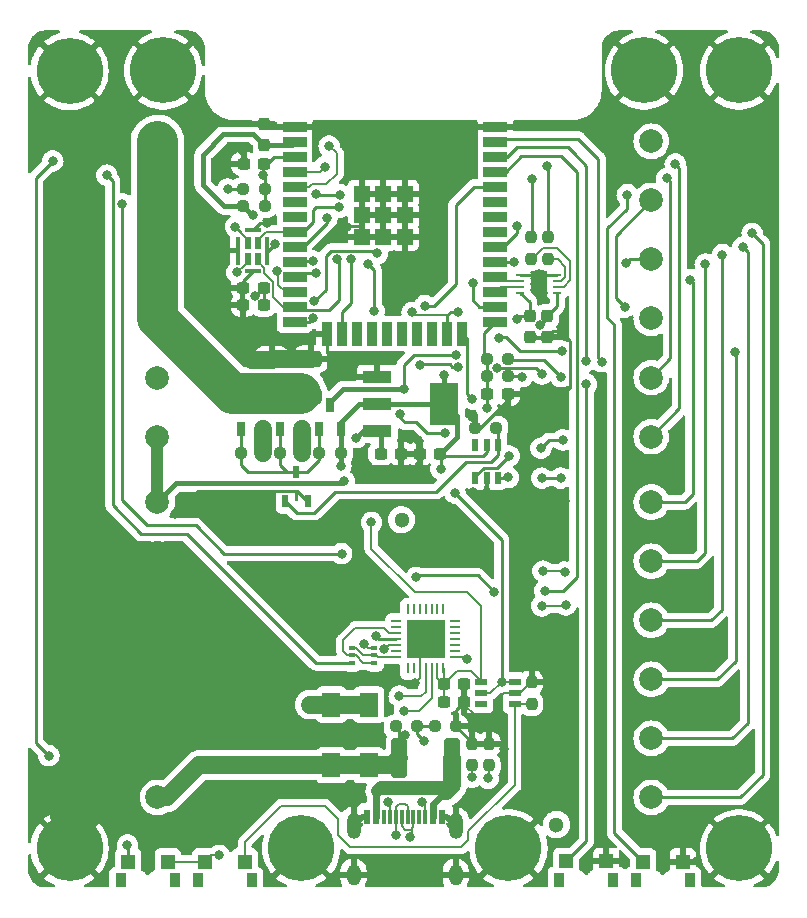
<source format=gbr>
%TF.GenerationSoftware,KiCad,Pcbnew,(6.0.9-0)*%
%TF.CreationDate,2022-11-16T11:44:24+01:00*%
%TF.ProjectId,GlowCore,476c6f77-436f-4726-952e-6b696361645f,rev?*%
%TF.SameCoordinates,Original*%
%TF.FileFunction,Copper,L1,Top*%
%TF.FilePolarity,Positive*%
%FSLAX46Y46*%
G04 Gerber Fmt 4.6, Leading zero omitted, Abs format (unit mm)*
G04 Created by KiCad (PCBNEW (6.0.9-0)) date 2022-11-16 11:44:24*
%MOMM*%
%LPD*%
G01*
G04 APERTURE LIST*
G04 Aperture macros list*
%AMRoundRect*
0 Rectangle with rounded corners*
0 $1 Rounding radius*
0 $2 $3 $4 $5 $6 $7 $8 $9 X,Y pos of 4 corners*
0 Add a 4 corners polygon primitive as box body*
4,1,4,$2,$3,$4,$5,$6,$7,$8,$9,$2,$3,0*
0 Add four circle primitives for the rounded corners*
1,1,$1+$1,$2,$3*
1,1,$1+$1,$4,$5*
1,1,$1+$1,$6,$7*
1,1,$1+$1,$8,$9*
0 Add four rect primitives between the rounded corners*
20,1,$1+$1,$2,$3,$4,$5,0*
20,1,$1+$1,$4,$5,$6,$7,0*
20,1,$1+$1,$6,$7,$8,$9,0*
20,1,$1+$1,$8,$9,$2,$3,0*%
G04 Aperture macros list end*
%TA.AperFunction,SMDPad,CuDef*%
%ADD10RoundRect,0.237500X0.237500X-0.250000X0.237500X0.250000X-0.237500X0.250000X-0.237500X-0.250000X0*%
%TD*%
%TA.AperFunction,ComponentPad*%
%ADD11C,5.600000*%
%TD*%
%TA.AperFunction,SMDPad,CuDef*%
%ADD12R,0.900000X1.200000*%
%TD*%
%TA.AperFunction,SMDPad,CuDef*%
%ADD13R,1.200000X1.300000*%
%TD*%
%TA.AperFunction,ComponentPad*%
%ADD14C,2.000000*%
%TD*%
%TA.AperFunction,SMDPad,CuDef*%
%ADD15RoundRect,0.250000X0.650000X-0.412500X0.650000X0.412500X-0.650000X0.412500X-0.650000X-0.412500X0*%
%TD*%
%TA.AperFunction,SMDPad,CuDef*%
%ADD16R,2.000000X0.900000*%
%TD*%
%TA.AperFunction,SMDPad,CuDef*%
%ADD17R,0.900000X2.000000*%
%TD*%
%TA.AperFunction,SMDPad,CuDef*%
%ADD18R,1.330000X1.330000*%
%TD*%
%TA.AperFunction,SMDPad,CuDef*%
%ADD19R,0.280010X0.900000*%
%TD*%
%TA.AperFunction,SMDPad,CuDef*%
%ADD20R,0.900000X0.280010*%
%TD*%
%TA.AperFunction,SMDPad,CuDef*%
%ADD21R,3.300000X3.300000*%
%TD*%
%TA.AperFunction,SMDPad,CuDef*%
%ADD22RoundRect,0.237500X-0.237500X0.300000X-0.237500X-0.300000X0.237500X-0.300000X0.237500X0.300000X0*%
%TD*%
%TA.AperFunction,SMDPad,CuDef*%
%ADD23RoundRect,0.237500X-0.300000X-0.237500X0.300000X-0.237500X0.300000X0.237500X-0.300000X0.237500X0*%
%TD*%
%TA.AperFunction,SMDPad,CuDef*%
%ADD24RoundRect,0.237500X-0.250000X-0.237500X0.250000X-0.237500X0.250000X0.237500X-0.250000X0.237500X0*%
%TD*%
%TA.AperFunction,SMDPad,CuDef*%
%ADD25O,0.750013X0.250013*%
%TD*%
%TA.AperFunction,SMDPad,CuDef*%
%ADD26RoundRect,0.237500X0.300000X0.237500X-0.300000X0.237500X-0.300000X-0.237500X0.300000X-0.237500X0*%
%TD*%
%TA.AperFunction,SMDPad,CuDef*%
%ADD27R,0.600000X0.419990*%
%TD*%
%TA.AperFunction,SMDPad,CuDef*%
%ADD28R,0.700000X1.250013*%
%TD*%
%TA.AperFunction,SMDPad,CuDef*%
%ADD29R,0.600000X1.070003*%
%TD*%
%TA.AperFunction,SMDPad,CuDef*%
%ADD30RoundRect,0.237500X0.250000X0.237500X-0.250000X0.237500X-0.250000X-0.237500X0.250000X-0.237500X0*%
%TD*%
%TA.AperFunction,SMDPad,CuDef*%
%ADD31RoundRect,0.250000X0.400000X1.450000X-0.400000X1.450000X-0.400000X-1.450000X0.400000X-1.450000X0*%
%TD*%
%TA.AperFunction,SMDPad,CuDef*%
%ADD32R,0.600000X1.300000*%
%TD*%
%TA.AperFunction,SMDPad,CuDef*%
%ADD33R,0.300000X1.300000*%
%TD*%
%TA.AperFunction,ComponentPad*%
%ADD34O,1.200000X2.200000*%
%TD*%
%TA.AperFunction,ComponentPad*%
%ADD35O,1.200000X1.800000*%
%TD*%
%TA.AperFunction,SMDPad,CuDef*%
%ADD36RoundRect,0.237500X-0.237500X0.250000X-0.237500X-0.250000X0.237500X-0.250000X0.237500X0.250000X0*%
%TD*%
%TA.AperFunction,SMDPad,CuDef*%
%ADD37R,1.620015X2.046380*%
%TD*%
%TA.AperFunction,SMDPad,CuDef*%
%ADD38R,0.550013X1.050013*%
%TD*%
%TA.AperFunction,SMDPad,CuDef*%
%ADD39R,1.400000X0.450013*%
%TD*%
%TA.AperFunction,SMDPad,CuDef*%
%ADD40R,0.450013X2.400000*%
%TD*%
%TA.AperFunction,SMDPad,CuDef*%
%ADD41R,0.550013X1.000000*%
%TD*%
%TA.AperFunction,SMDPad,CuDef*%
%ADD42R,2.470003X0.980010*%
%TD*%
%TA.AperFunction,SMDPad,CuDef*%
%ADD43R,2.470003X3.600000*%
%TD*%
%TA.AperFunction,SMDPad,CuDef*%
%ADD44R,1.000000X0.550013*%
%TD*%
%TA.AperFunction,ViaPad*%
%ADD45C,1.300000*%
%TD*%
%TA.AperFunction,ViaPad*%
%ADD46C,0.800000*%
%TD*%
%TA.AperFunction,Conductor*%
%ADD47C,0.250000*%
%TD*%
%TA.AperFunction,Conductor*%
%ADD48C,0.400000*%
%TD*%
%TA.AperFunction,Conductor*%
%ADD49C,0.200000*%
%TD*%
%TA.AperFunction,Conductor*%
%ADD50C,0.150000*%
%TD*%
%TA.AperFunction,Conductor*%
%ADD51C,0.127000*%
%TD*%
%TA.AperFunction,Conductor*%
%ADD52C,3.500000*%
%TD*%
%TA.AperFunction,Conductor*%
%ADD53C,1.500000*%
%TD*%
%TA.AperFunction,Conductor*%
%ADD54C,0.500000*%
%TD*%
%TA.AperFunction,Conductor*%
%ADD55C,1.000000*%
%TD*%
%TA.AperFunction,Conductor*%
%ADD56C,1.200000*%
%TD*%
%TA.AperFunction,Conductor*%
%ADD57C,0.600000*%
%TD*%
G04 APERTURE END LIST*
D10*
%TO.P,R12,1*%
%TO.N,Net-(SW4-Pad3)*%
X155422600Y-121537100D03*
%TO.P,R12,2*%
%TO.N,GND*%
X155422600Y-119712100D03*
%TD*%
D11*
%TO.P,H8,1,1*%
%TO.N,GND*%
X135915400Y-133761200D03*
%TD*%
%TO.P,H7,1,1*%
%TO.N,GND*%
X164947600Y-67900000D03*
%TD*%
%TO.P,H6,1,1*%
%TO.N,GND*%
X124231400Y-67900000D03*
%TD*%
%TO.P,H5,1,1*%
%TO.N,GND*%
X153466800Y-133761200D03*
%TD*%
D12*
%TO.P,SW2,1,1*%
%TO.N,unconnected-(SW2-Pad1)*%
X162345375Y-136409868D03*
%TO.P,SW2,2,2*%
%TO.N,unconnected-(SW2-Pad2)*%
X157745425Y-136409868D03*
D13*
%TO.P,SW2,3,3*%
%TO.N,GND*%
X161720279Y-134859957D03*
%TO.P,SW2,4,4*%
%TO.N,Net-(R5-Pad1)*%
X158370267Y-134859957D03*
%TD*%
D14*
%TO.P,P2,1,1*%
%TO.N,3.3V AFTER MOSFET*%
X123750451Y-104450000D03*
%TO.P,P2,2,2*%
%TO.N,GND*%
X123750451Y-109451270D03*
%TO.P,P2,3,3*%
X123750451Y-114450000D03*
%TO.P,P2,4,4*%
X123750451Y-119451270D03*
%TO.P,P2,5,5*%
X123750451Y-124450000D03*
%TO.P,P2,6,6*%
%TO.N,VBUS*%
X123750451Y-129451270D03*
%TD*%
D15*
%TO.P,C4,1*%
%TO.N,5V AFTER MOSFET*%
X136728200Y-95479400D03*
%TO.P,C4,2*%
%TO.N,GND*%
X136728200Y-92354400D03*
%TD*%
D16*
%TO.P,U7,1,GND*%
%TO.N,GND*%
X135357600Y-72666700D03*
%TO.P,U7,2,3V3*%
%TO.N,+3V3*%
X135357600Y-73936700D03*
%TO.P,U7,3,EN*%
%TO.N,EN*%
X135357600Y-75206700D03*
%TO.P,U7,4,SENSOR_VP*%
%TO.N,SENSOR_VP*%
X135357600Y-76476700D03*
%TO.P,U7,5,SENSOR_VN*%
%TO.N,SENSOR_VN*%
X135357600Y-77746700D03*
%TO.P,U7,6,I34*%
%TO.N,unconnected-(U7-Pad6)*%
X135357600Y-79016700D03*
%TO.P,U7,7,I35*%
%TO.N,unconnected-(U7-Pad7)*%
X135357600Y-80286700D03*
%TO.P,U7,8,IO32*%
%TO.N,IO32{slash}SD*%
X135357600Y-81556700D03*
%TO.P,U7,9,IO33*%
%TO.N,IO33{slash}MAINBUTTON*%
X135357600Y-82826700D03*
%TO.P,U7,10,IO25*%
%TO.N,IO25{slash}VBUS*%
X135357600Y-84096700D03*
%TO.P,U7,11,IO26*%
%TO.N,IO26{slash}BUTTON4*%
X135357600Y-85366700D03*
%TO.P,U7,12,IO27*%
%TO.N,IO27*%
X135357600Y-86636700D03*
%TO.P,U7,13,IO14*%
%TO.N,IO14{slash}SCK{slash}TMS*%
X135357600Y-87906700D03*
%TO.P,U7,14,IO12*%
%TO.N,IO12{slash}TDI*%
X135357600Y-89176700D03*
D17*
%TO.P,U7,15,GND*%
%TO.N,GND*%
X138142600Y-90176700D03*
%TO.P,U7,16,IO13*%
%TO.N,IO13{slash}TCK*%
X139412600Y-90176700D03*
%TO.P,U7,17,NC*%
%TO.N,unconnected-(U7-Pad17)*%
X140682600Y-90176700D03*
%TO.P,U7,18,NC*%
%TO.N,unconnected-(U7-Pad18)*%
X141952600Y-90176700D03*
%TO.P,U7,19,NC*%
%TO.N,unconnected-(U7-Pad19)*%
X143222600Y-90176700D03*
%TO.P,U7,20,NC*%
%TO.N,unconnected-(U7-Pad20)*%
X144492600Y-90176700D03*
%TO.P,U7,21,NC*%
%TO.N,unconnected-(U7-Pad21)*%
X145762600Y-90176700D03*
%TO.P,U7,22,NC*%
%TO.N,unconnected-(U7-Pad22)*%
X147032600Y-90176700D03*
%TO.P,U7,23,IO15*%
%TO.N,IO15{slash}WS{slash}TDO*%
X148302600Y-90176700D03*
%TO.P,U7,24,IO2*%
%TO.N,IO2*%
X149572600Y-90176700D03*
D16*
%TO.P,U7,25,IO0*%
%TO.N,IO0*%
X152357600Y-89176700D03*
%TO.P,U7,26,IO4*%
%TO.N,IO4{slash}BUTTON2*%
X152357600Y-87906700D03*
%TO.P,U7,27,IO16*%
%TO.N,IO16{slash}LED1*%
X152357600Y-86636700D03*
%TO.P,U7,28,IO17*%
%TO.N,IO17{slash}LED2*%
X152357600Y-85366700D03*
%TO.P,U7,29,IO5*%
%TO.N,IO5{slash}BUTTON3*%
X152357600Y-84096700D03*
%TO.P,U7,30,IO18*%
%TO.N,IO18*%
X152357600Y-82826700D03*
%TO.P,U7,31,IO19*%
%TO.N,unconnected-(U7-Pad31)*%
X152357600Y-81556700D03*
%TO.P,U7,32,NC1*%
%TO.N,unconnected-(U7-Pad32)*%
X152357600Y-80286700D03*
%TO.P,U7,33,IO21*%
%TO.N,unconnected-(U7-Pad33)*%
X152357600Y-79016700D03*
%TO.P,U7,34,RXD0*%
%TO.N,RXD0*%
X152357600Y-77746700D03*
%TO.P,U7,35,TXD0*%
%TO.N,TXD0*%
X152357600Y-76476700D03*
%TO.P,U7,36,IO22*%
%TO.N,IO22{slash}LED LETCH EN*%
X152357600Y-75206700D03*
%TO.P,U7,37,IO23*%
%TO.N,IO23{slash}POWERMOSFETS*%
X152357600Y-73936700D03*
%TO.P,U7,38,GND*%
%TO.N,GND*%
X152357600Y-72666700D03*
D18*
%TO.P,U7,39,GND*%
X141022600Y-80166700D03*
X141022600Y-82001700D03*
X142857600Y-80166700D03*
X144692600Y-78331700D03*
X142857600Y-78331700D03*
X144692600Y-82001700D03*
X144692600Y-80166700D03*
X141022600Y-78331700D03*
X142857600Y-82001700D03*
%TD*%
D10*
%TO.P,R1,1*%
%TO.N,Net-(R1-Pad1)*%
X155346400Y-83843500D03*
%TO.P,R1,2*%
%TO.N,LED1 DATA OUT*%
X155346400Y-82018500D03*
%TD*%
D19*
%TO.P,U13,1,DCD*%
%TO.N,unconnected-(U13-Pad1)*%
X144955333Y-118527149D03*
%TO.P,U13,2,RI*%
%TO.N,unconnected-(U13-Pad2)*%
X145455714Y-118527149D03*
%TO.P,U13,3,GND*%
%TO.N,GND*%
X145956095Y-118527149D03*
%TO.P,U13,4,D+*%
%TO.N,USB-C DATA+*%
X146456476Y-118527149D03*
%TO.P,U13,5,D-*%
%TO.N,USB-C DATA-*%
X146956857Y-118527149D03*
%TO.P,U13,6,VDD*%
%TO.N,Net-(C5-Pad2)*%
X147457238Y-118527149D03*
%TO.P,U13,7,REGIN*%
X147957619Y-118527149D03*
D20*
%TO.P,U13,8,VBUS*%
%TO.N,VBUS*%
X148956603Y-117528419D03*
%TO.P,U13,9,~{RST}*%
%TO.N,unconnected-(U13-Pad9)*%
X148956603Y-117028038D03*
%TO.P,U13,10,NC*%
%TO.N,unconnected-(U13-Pad10)*%
X148956603Y-116527657D03*
%TO.P,U13,11,~{SUSPEND}*%
%TO.N,unconnected-(U13-Pad11)*%
X148956603Y-116027276D03*
%TO.P,U13,12,SUSPEND*%
%TO.N,unconnected-(U13-Pad12)*%
X148956603Y-115526895D03*
%TO.P,U13,13,NC*%
%TO.N,unconnected-(U13-Pad13)*%
X148956603Y-115026514D03*
%TO.P,U13,14,NC*%
%TO.N,unconnected-(U13-Pad14)*%
X148956603Y-114526133D03*
D19*
%TO.P,U13,15,NC*%
%TO.N,unconnected-(U13-Pad15)*%
X147957619Y-113527149D03*
%TO.P,U13,16,NC*%
%TO.N,unconnected-(U13-Pad16)*%
X147457238Y-113527149D03*
%TO.P,U13,17,NC*%
%TO.N,unconnected-(U13-Pad17)*%
X146956857Y-113527149D03*
%TO.P,U13,18,NC*%
%TO.N,unconnected-(U13-Pad18)*%
X146456476Y-113527149D03*
%TO.P,U13,19,NC*%
%TO.N,unconnected-(U13-Pad19)*%
X145956095Y-113527149D03*
%TO.P,U13,20,NC*%
%TO.N,unconnected-(U13-Pad20)*%
X145455714Y-113527149D03*
%TO.P,U13,21,NC*%
%TO.N,unconnected-(U13-Pad21)*%
X144955333Y-113527149D03*
D20*
%TO.P,U13,22,NC*%
%TO.N,unconnected-(U13-Pad22)*%
X143956603Y-114526133D03*
%TO.P,U13,23,CTS*%
%TO.N,unconnected-(U13-Pad23)*%
X143956603Y-115026514D03*
%TO.P,U13,24,RTS*%
%TO.N,RTS*%
X143956603Y-115526895D03*
%TO.P,U13,25,RXD*%
%TO.N,TXD0*%
X143956603Y-116027276D03*
%TO.P,U13,26,TXD*%
%TO.N,RXD0*%
X143956603Y-116527657D03*
%TO.P,U13,27,DSR*%
%TO.N,unconnected-(U13-Pad27)*%
X143956603Y-117028038D03*
%TO.P,U13,28,DTR*%
%TO.N,DTR*%
X143956603Y-117528419D03*
D21*
%TO.P,U13,29,GND_PAD*%
%TO.N,GND*%
X146456476Y-116027276D03*
%TD*%
D22*
%TO.P,C3,1*%
%TO.N,GND*%
X132790000Y-72472500D03*
%TO.P,C3,2*%
%TO.N,+3V3*%
X132790000Y-74197500D03*
%TD*%
D23*
%TO.P,C11,1*%
%TO.N,GND*%
X145939600Y-100355400D03*
%TO.P,C11,2*%
%TO.N,+3V3*%
X147664600Y-100355400D03*
%TD*%
D11*
%TO.P,H4,1,1*%
%TO.N,GND*%
X116300000Y-133761200D03*
%TD*%
D23*
%TO.P,C7,2*%
%TO.N,GND*%
X149730403Y-121340270D03*
%TO.P,C7,1*%
%TO.N,Net-(C5-Pad2)*%
X148005403Y-121340270D03*
%TD*%
D24*
%TO.P,R13,2*%
%TO.N,+3V3*%
X139266300Y-100304600D03*
%TO.P,R13,1*%
%TO.N,Net-(R11-Pad1)*%
X137441300Y-100304600D03*
%TD*%
D14*
%TO.P,P1,1,1*%
%TO.N,5V AFTER MOSFET*%
X123750451Y-73900000D03*
%TO.P,P1,2,2*%
X123750451Y-78901270D03*
%TO.P,P1,3,3*%
X123750451Y-83900000D03*
%TO.P,P1,4,4*%
X123750451Y-88901270D03*
%TO.P,P1,5,5*%
%TO.N,+5V*%
X123750451Y-93900000D03*
%TO.P,P1,6,6*%
%TO.N,3.3V AFTER MOSFET*%
X123750451Y-98901270D03*
%TD*%
D24*
%TO.P,R7,1*%
%TO.N,IO0*%
X151638000Y-93802200D03*
%TO.P,R7,2*%
%TO.N,+3V3*%
X153463000Y-93802200D03*
%TD*%
D15*
%TO.P,C9,1*%
%TO.N,5V AFTER MOSFET*%
X133426200Y-95504800D03*
%TO.P,C9,2*%
%TO.N,GND*%
X133426200Y-92379800D03*
%TD*%
D11*
%TO.P,H2,1,1*%
%TO.N,GND*%
X172987800Y-67900000D03*
%TD*%
D25*
%TO.P,U8,1,VCCA*%
%TO.N,5V AFTER MOSFET*%
X157578711Y-86720961D03*
%TO.P,U8,2,A1*%
%TO.N,Net-(R1-Pad1)*%
X157578711Y-86220834D03*
%TO.P,U8,3,A2*%
%TO.N,Net-(R8-Pad1)*%
X157578711Y-85720961D03*
%TO.P,U8,4,GND*%
%TO.N,GND*%
X157578711Y-85220834D03*
%TO.P,U8,5,DIR*%
X154478889Y-85220834D03*
%TO.P,U8,6,B2*%
%TO.N,IO17{slash}LED2*%
X154478889Y-85720961D03*
%TO.P,U8,7,B1*%
%TO.N,IO16{slash}LED1*%
X154478889Y-86220834D03*
%TO.P,U8,8,VCCB*%
%TO.N,3.3V AFTER MOSFET*%
X154478889Y-86720961D03*
%TD*%
D26*
%TO.P,C6,1*%
%TO.N,GND*%
X144372500Y-100355400D03*
%TO.P,C6,2*%
%TO.N,+5V*%
X142647500Y-100355400D03*
%TD*%
D27*
%TO.P,U14,1,E*%
%TO.N,RTS*%
X142114704Y-118074187D03*
%TO.P,U14,2,B*%
%TO.N,DTR*%
X142114704Y-117424200D03*
%TO.P,U14,3,C*%
%TO.N,IO0*%
X142114704Y-116774213D03*
%TO.P,U14,4,E*%
%TO.N,DTR*%
X140214780Y-116774213D03*
%TO.P,U14,5,B*%
%TO.N,RTS*%
X140214780Y-117424200D03*
%TO.P,U14,6,C*%
%TO.N,EN*%
X140214780Y-118074187D03*
%TD*%
D28*
%TO.P,U3,3,D*%
%TO.N,5V AFTER MOSFET*%
X135077200Y-96244300D03*
%TO.P,U3,2,S*%
%TO.N,+5V*%
X136027162Y-98244300D03*
%TO.P,U3,1,G*%
%TO.N,Net-(R11-Pad1)*%
X134127238Y-98244300D03*
%TD*%
D29*
%TO.P,U6,3,D*%
%TO.N,Net-(R11-Pad1)*%
X135510900Y-101901223D03*
%TO.P,U6,2,S*%
%TO.N,GND*%
X136460862Y-104371377D03*
%TO.P,U6,1,G*%
%TO.N,Net-(R10-Pad2)*%
X134560938Y-104371377D03*
%TD*%
D24*
%TO.P,R9,2*%
%TO.N,+5V*%
X135966200Y-100304600D03*
%TO.P,R9,1*%
%TO.N,Net-(R11-Pad1)*%
X134141200Y-100304600D03*
%TD*%
D22*
%TO.P,C2,1*%
%TO.N,3.3V AFTER MOSFET*%
X155266800Y-88723300D03*
%TO.P,C2,2*%
%TO.N,GND*%
X155266800Y-90448300D03*
%TD*%
D24*
%TO.P,R10,1*%
%TO.N,GND*%
X150623900Y-98145600D03*
%TO.P,R10,2*%
%TO.N,Net-(R10-Pad2)*%
X152448900Y-98145600D03*
%TD*%
D23*
%TO.P,C12,2*%
%TO.N,Net-(C12-Pad2)*%
X132739300Y-87757000D03*
%TO.P,C12,1*%
%TO.N,GND*%
X131014300Y-87757000D03*
%TD*%
D30*
%TO.P,R15,2*%
%TO.N,VBUS*%
X143916400Y-123444000D03*
%TO.P,R15,1*%
%TO.N,IO25{slash}VBUS*%
X145741400Y-123444000D03*
%TD*%
D31*
%TO.P,F1,1*%
%TO.N,Net-(F1-Pad1)*%
X148681400Y-126136400D03*
%TO.P,F1,2*%
%TO.N,VBUS*%
X144231400Y-126136400D03*
%TD*%
D23*
%TO.P,C8,1*%
%TO.N,GND*%
X131039700Y-75793600D03*
%TO.P,C8,2*%
%TO.N,EN*%
X132764700Y-75793600D03*
%TD*%
D11*
%TO.P,H1,1,1*%
%TO.N,GND*%
X116300000Y-67947460D03*
%TD*%
D23*
%TO.P,C15,2*%
%TO.N,Net-(C12-Pad2)*%
X132739300Y-86283800D03*
%TO.P,C15,1*%
%TO.N,GND*%
X131014300Y-86283800D03*
%TD*%
D10*
%TO.P,R8,1*%
%TO.N,Net-(R8-Pad1)*%
X156816200Y-83843500D03*
%TO.P,R8,2*%
%TO.N,LED2 DATA OUT*%
X156816200Y-82018500D03*
%TD*%
D30*
%TO.P,R6,1*%
%TO.N,EN*%
X132812500Y-79400400D03*
%TO.P,R6,2*%
%TO.N,+3V3*%
X130987500Y-79400400D03*
%TD*%
D24*
%TO.P,R11,2*%
%TO.N,+5V*%
X132664200Y-100304600D03*
%TO.P,R11,1*%
%TO.N,Net-(R11-Pad1)*%
X130839200Y-100304600D03*
%TD*%
D32*
%TO.P,USB1,A1B12,GND*%
%TO.N,GND*%
X141470102Y-131089964D03*
%TO.P,USB1,A4B9,VBUS*%
%TO.N,Net-(F1-Pad1)*%
X142269949Y-131089964D03*
D33*
%TO.P,USB1,A5,CC1*%
%TO.N,USB-C CC1*%
X143420064Y-131089964D03*
%TO.P,USB1,A6,DP1*%
%TO.N,USB-C DATA+*%
X144420064Y-131089964D03*
%TO.P,USB1,A7,DN1*%
%TO.N,USB-C DATA-*%
X144919936Y-131089964D03*
%TO.P,USB1,A8,SBU1*%
%TO.N,unconnected-(USB1-PadA8)*%
X145919936Y-131089964D03*
D32*
%TO.P,USB1,B1A12,GND*%
%TO.N,GND*%
X147869898Y-131089964D03*
%TO.P,USB1,B4A9,VBUS*%
%TO.N,Net-(F1-Pad1)*%
X147070051Y-131089964D03*
D33*
%TO.P,USB1,B5,CC2*%
%TO.N,USB-C CC2*%
X146420064Y-131089964D03*
%TO.P,USB1,B6,DP2*%
%TO.N,USB-C DATA+*%
X145420064Y-131089964D03*
%TO.P,USB1,B7,DN2*%
%TO.N,USB-C DATA-*%
X143919936Y-131089964D03*
%TO.P,USB1,B8,SBU2*%
%TO.N,unconnected-(USB1-PadB8)*%
X142919936Y-131089964D03*
D34*
%TO.P,USB1,SHELL,SHELL*%
%TO.N,GND*%
X140349959Y-131832408D03*
X148990041Y-131832408D03*
D35*
X148990041Y-136012494D03*
X140349959Y-136012494D03*
%TD*%
D14*
%TO.P,P4,1,1*%
%TO.N,LED2 DATA OUT*%
X165555549Y-98900000D03*
%TO.P,P4,2,2*%
%TO.N,LED1 DATA OUT*%
X165555549Y-93898730D03*
%TO.P,P4,3,3*%
%TO.N,IO26{slash}BUTTON4*%
X165555549Y-88900000D03*
%TO.P,P4,4,4*%
%TO.N,IO5{slash}BUTTON3*%
X165555549Y-83898730D03*
%TO.P,P4,5,5*%
%TO.N,IO4{slash}BUTTON2*%
X165555549Y-78900000D03*
%TO.P,P4,6,6*%
%TO.N,IO33{slash}MAINBUTTON*%
X165555549Y-73898730D03*
%TD*%
D24*
%TO.P,R4,1*%
%TO.N,Net-(R4-Pad1)*%
X130987500Y-77950000D03*
%TO.P,R4,2*%
%TO.N,EN*%
X132812500Y-77950000D03*
%TD*%
D26*
%TO.P,C5,2*%
%TO.N,Net-(C5-Pad2)*%
X148006900Y-119888000D03*
%TO.P,C5,1*%
%TO.N,GND*%
X149731900Y-119888000D03*
%TD*%
D36*
%TO.P,R2,1*%
%TO.N,GND*%
X150342600Y-124917200D03*
%TO.P,R2,2*%
%TO.N,USB-C CC1*%
X150342600Y-126742200D03*
%TD*%
D37*
%TO.P,U16,1,K*%
%TO.N,+5V*%
X138480825Y-121589769D03*
%TO.P,U16,2,A*%
%TO.N,VBUS*%
X138480825Y-126720580D03*
%TD*%
D11*
%TO.P,H3,1,1*%
%TO.N,GND*%
X172987800Y-133761200D03*
%TD*%
D28*
%TO.P,U9,3,D*%
%TO.N,3.3V AFTER MOSFET*%
X138342375Y-96244300D03*
%TO.P,U9,2,S*%
%TO.N,+3V3*%
X139292337Y-98244300D03*
%TO.P,U9,1,G*%
%TO.N,Net-(R11-Pad1)*%
X137392413Y-98244300D03*
%TD*%
D38*
%TO.P,U15,1,VDD*%
%TO.N,Net-(C12-Pad2)*%
X131407914Y-82473800D03*
%TO.P,U15,2,L/R*%
%TO.N,IO15{slash}WS{slash}TDO*%
X131407914Y-83824067D03*
%TO.P,U15,3,CLK*%
%TO.N,IO14{slash}SCK{slash}TMS*%
X132257800Y-83824067D03*
%TO.P,U15,4,DATA*%
%TO.N,IO32{slash}SD*%
X132257800Y-82473800D03*
D39*
%TO.P,U15,5,GND*%
%TO.N,GND*%
X131832857Y-81424016D03*
D40*
%TO.P,U15,6,GND*%
X130607812Y-83148934D03*
D39*
%TO.P,U15,7,GND*%
X131832857Y-84873851D03*
D40*
%TO.P,U15,8,GND*%
X133057901Y-83148934D03*
%TD*%
D23*
%TO.P,C14,1*%
%TO.N,IO0*%
X151689900Y-95304200D03*
%TO.P,C14,2*%
%TO.N,GND*%
X153414900Y-95304200D03*
%TD*%
D41*
%TO.P,U5,6,OE#*%
%TO.N,unconnected-(U5-Pad6)*%
X150662740Y-99615749D03*
%TO.P,U5,5,VCC*%
%TO.N,+3V3*%
X151612702Y-99615749D03*
%TO.P,U5,4,Q*%
%TO.N,Net-(R10-Pad2)*%
X152562664Y-99615749D03*
%TO.P,U5,3,D*%
%TO.N,IO23{slash}POWERMOSFETS*%
X152562664Y-102415851D03*
%TO.P,U5,2,GND*%
%TO.N,GND*%
X151612702Y-102415851D03*
%TO.P,U5,1,LE*%
%TO.N,IO22{slash}LED LETCH EN*%
X150662740Y-102415851D03*
%TD*%
D22*
%TO.P,C1,1*%
%TO.N,5V AFTER MOSFET*%
X156740000Y-88723300D03*
%TO.P,C1,2*%
%TO.N,GND*%
X156740000Y-90448300D03*
%TD*%
D30*
%TO.P,R5,1*%
%TO.N,Net-(R5-Pad1)*%
X153463000Y-92329000D03*
%TO.P,R5,2*%
%TO.N,IO0*%
X151638000Y-92329000D03*
%TD*%
D42*
%TO.P,U12,1,GND*%
%TO.N,GND*%
X142351500Y-93813625D03*
%TO.P,U12,2,Vout*%
%TO.N,+3V3*%
X142351500Y-96113600D03*
%TO.P,U12,3,Vin*%
%TO.N,+5V*%
X142351500Y-98413575D03*
D43*
%TO.P,U12,4,Vout*%
%TO.N,+3V3*%
X148021300Y-96113600D03*
%TD*%
D44*
%TO.P,U10,6,OE#*%
%TO.N,unconnected-(U10-Pad6)*%
X151177749Y-121549060D03*
%TO.P,U10,5,VCC*%
%TO.N,+3V3*%
X151177749Y-120599098D03*
%TO.P,U10,4,Q*%
%TO.N,Net-(C5-Pad2)*%
X151177749Y-119649136D03*
%TO.P,U10,3,D*%
%TO.N,+3V3*%
X153977851Y-119649136D03*
%TO.P,U10,2,GND*%
%TO.N,GND*%
X153977851Y-120599098D03*
%TO.P,U10,1,LE*%
%TO.N,Net-(SW4-Pad3)*%
X153977851Y-121549060D03*
%TD*%
D13*
%TO.P,SW1,4,4*%
%TO.N,Net-(R4-Pad1)*%
X164866467Y-134885357D03*
%TO.P,SW1,3,3*%
%TO.N,GND*%
X168216479Y-134885357D03*
D12*
%TO.P,SW1,2,2*%
%TO.N,unconnected-(SW1-Pad2)*%
X164241625Y-136435268D03*
%TO.P,SW1,1,1*%
%TO.N,unconnected-(SW1-Pad1)*%
X168841575Y-136435268D03*
%TD*%
%TO.P,SW3,1,1*%
%TO.N,unconnected-(SW3-Pad1)*%
X125235975Y-136435268D03*
%TO.P,SW3,2,2*%
%TO.N,unconnected-(SW3-Pad2)*%
X120636025Y-136435268D03*
D13*
%TO.P,SW3,3,3*%
%TO.N,+3V3*%
X124610879Y-134885357D03*
%TO.P,SW3,4,4*%
%TO.N,IO33{slash}MAINBUTTON*%
X121260867Y-134885357D03*
%TD*%
D37*
%TO.P,U34,1,K*%
%TO.N,+5V*%
X141638425Y-121589769D03*
%TO.P,U34,2,A*%
%TO.N,VBUS*%
X141638425Y-126720580D03*
%TD*%
D30*
%TO.P,R16,2*%
%TO.N,IO25{slash}VBUS*%
X147220300Y-123444000D03*
%TO.P,R16,1*%
%TO.N,GND*%
X149045300Y-123444000D03*
%TD*%
D28*
%TO.P,U4,3,D*%
%TO.N,5V AFTER MOSFET*%
X131775200Y-96244300D03*
%TO.P,U4,2,S*%
%TO.N,+5V*%
X132725162Y-98244300D03*
%TO.P,U4,1,G*%
%TO.N,Net-(R11-Pad1)*%
X130825238Y-98244300D03*
%TD*%
D36*
%TO.P,R3,1*%
%TO.N,GND*%
X151815800Y-124919100D03*
%TO.P,R3,2*%
%TO.N,USB-C CC2*%
X151815800Y-126744100D03*
%TD*%
D14*
%TO.P,P3,1,1*%
%TO.N,IO32{slash}SD*%
X165555549Y-129450000D03*
%TO.P,P3,2,2*%
%TO.N,IO18*%
X165555549Y-124448730D03*
%TO.P,P3,3,3*%
%TO.N,IO15{slash}WS{slash}TDO*%
X165555549Y-119450000D03*
%TO.P,P3,4,4*%
%TO.N,IO14{slash}SCK{slash}TMS*%
X165555549Y-114448730D03*
%TO.P,P3,5,5*%
%TO.N,IO13{slash}TCK*%
X165555549Y-109450000D03*
%TO.P,P3,6,6*%
%TO.N,IO12{slash}TDI*%
X165555549Y-104448730D03*
%TD*%
D12*
%TO.P,SW4,1,1*%
%TO.N,unconnected-(SW4-Pad1)*%
X131747575Y-136435268D03*
%TO.P,SW4,2,2*%
%TO.N,unconnected-(SW4-Pad2)*%
X127147625Y-136435268D03*
D13*
%TO.P,SW4,3,3*%
%TO.N,Net-(SW4-Pad3)*%
X131122479Y-134885357D03*
%TO.P,SW4,4,4*%
%TO.N,+3V3*%
X127772467Y-134885357D03*
%TD*%
D45*
%TO.N,*%
X144424400Y-105943400D03*
X157530800Y-131749800D03*
D46*
%TO.N,GND*%
X164058600Y-126695200D03*
X163880800Y-111709200D03*
X158445200Y-130175000D03*
X139166600Y-129057400D03*
X139700000Y-124434600D03*
X161798000Y-70967600D03*
X137645300Y-72666700D03*
X117221000Y-77393800D03*
X126212600Y-71907400D03*
X168249600Y-70637400D03*
X175691800Y-75666600D03*
X174929800Y-129590800D03*
X167182800Y-131851400D03*
X166598600Y-95732600D03*
X163677600Y-90017600D03*
X156057600Y-106502200D03*
X158216600Y-104394000D03*
X156591000Y-116713000D03*
X154076400Y-115138200D03*
X137312400Y-115011200D03*
X131216400Y-116840000D03*
X141528800Y-112369600D03*
X144449800Y-108280200D03*
X137744200Y-107010200D03*
X131724400Y-107035600D03*
X129159000Y-104978200D03*
X117424200Y-112217200D03*
X116916200Y-123647200D03*
%TO.N,SENSOR_VN*%
X158318200Y-113157000D03*
X156286200Y-113233200D03*
X138277600Y-74295000D03*
%TO.N,SENSOR_VP*%
X156387800Y-110286800D03*
X158216600Y-110363000D03*
X137896600Y-76047600D03*
%TO.N,IO27*%
X133835051Y-84852313D03*
X141554200Y-84251800D03*
X142087600Y-88265000D03*
X145948400Y-92862400D03*
X149174200Y-93014800D03*
X156302700Y-93599000D03*
X152527000Y-93065600D03*
%TO.N,IO2*%
X150418800Y-95707200D03*
%TO.N,IO22{slash}LED LETCH EN*%
X156210000Y-99872800D03*
X158064200Y-99187000D03*
X160070800Y-92506800D03*
%TO.N,IO23{slash}POWERMOSFETS*%
X156286200Y-102412800D03*
X157886400Y-102412800D03*
X161366200Y-92557600D03*
%TO.N,GND*%
X130378200Y-74447400D03*
X128130300Y-72834500D03*
X150444200Y-103632000D03*
X148082000Y-104724200D03*
X145897600Y-101371400D03*
X145491200Y-104749600D03*
X150393400Y-97231200D03*
%TO.N,IO15{slash}WS{slash}TDO*%
X145313400Y-88392000D03*
%TO.N,GND*%
X139801600Y-81178400D03*
X133045200Y-80822800D03*
X133680200Y-82600800D03*
%TO.N,IO15{slash}WS{slash}TDO*%
X130479800Y-84988400D03*
%TO.N,GND*%
X127965200Y-83515200D03*
X157911800Y-89992200D03*
X156387800Y-86741000D03*
%TO.N,IO4{slash}BUTTON2*%
X150469600Y-85877400D03*
X163296600Y-87934800D03*
%TO.N,IO5{slash}BUTTON3*%
X153924000Y-84150200D03*
X163398200Y-84226400D03*
%TO.N,IO26{slash}BUTTON4*%
X137134600Y-85090000D03*
%TO.N,LED1 DATA OUT*%
X155422600Y-77114400D03*
X166878000Y-77038200D03*
%TO.N,LED2 DATA OUT*%
X156743400Y-76022200D03*
X167589200Y-75819000D03*
%TO.N,IO12{slash}TDI*%
X136880600Y-88874600D03*
X142367000Y-83388200D03*
X137033000Y-87452200D03*
X168859200Y-85623400D03*
%TO.N,IO13{slash}TCK*%
X140131800Y-83870800D03*
X170129200Y-84302600D03*
%TO.N,IO14{slash}SCK{slash}TMS*%
X138938000Y-83896200D03*
X171577000Y-83489800D03*
%TO.N,IO15{slash}WS{slash}TDO*%
X152679400Y-90576400D03*
X149199600Y-88366600D03*
X157962600Y-91668600D03*
X172669200Y-91719400D03*
%TO.N,IO18*%
X154203400Y-81051400D03*
X173304200Y-82880200D03*
%TO.N,IO32{slash}SD*%
X139115800Y-79502000D03*
X174091600Y-81686400D03*
%TO.N,5V AFTER MOSFET*%
X144297357Y-96954589D03*
X148056600Y-98628200D03*
X156150911Y-89470006D03*
%TO.N,3.3V AFTER MOSFET*%
X148996400Y-92024200D03*
X154152600Y-88950800D03*
%TO.N,+3V3*%
X154609800Y-93827600D03*
X131800600Y-80162400D03*
X148021300Y-93659700D03*
%TO.N,GND*%
X125272800Y-105486200D03*
%TO.N,Net-(C12-Pad2)*%
X132029200Y-86995000D03*
X120777000Y-79197200D03*
X130352800Y-81127600D03*
X139344400Y-108813600D03*
%TO.N,Net-(R4-Pad1)*%
X129692400Y-77952600D03*
X139166600Y-78409800D03*
X163525200Y-78409800D03*
X137160000Y-78359000D03*
%TO.N,GND*%
X169392600Y-134823200D03*
X160299400Y-134721600D03*
%TO.N,Net-(R5-Pad1)*%
X157911800Y-93827600D03*
X160070800Y-94488000D03*
%TO.N,GND*%
X153060400Y-125323600D03*
X145567400Y-119761000D03*
%TO.N,IO33{slash}MAINBUTTON*%
X114554000Y-125907800D03*
X121208800Y-133477000D03*
X114884200Y-75565000D03*
X138074400Y-80416400D03*
%TO.N,Net-(C5-Pad2)*%
X141859000Y-106172000D03*
%TO.N,EN*%
X132689600Y-76784200D03*
X119456200Y-76758800D03*
%TO.N,TXD0*%
X156540200Y-111963200D03*
X145669000Y-110820200D03*
X142240000Y-115773200D03*
X152241364Y-112039400D03*
%TO.N,IO0*%
X151638000Y-96494600D03*
X141274800Y-116484400D03*
%TO.N,RXD0*%
X142941206Y-116922512D03*
X146380200Y-87807800D03*
%TO.N,+3V3*%
X147751800Y-101650800D03*
X148945600Y-103682800D03*
X128981200Y-134366000D03*
X152892864Y-119649136D03*
%TO.N,VBUS*%
X144703800Y-124155200D03*
X149961600Y-117703600D03*
%TO.N,IO25{slash}VBUS*%
X136880600Y-84023200D03*
X146354800Y-124663200D03*
%TO.N,USB-C DATA+*%
X144221200Y-120878600D03*
X145135600Y-132791200D03*
%TO.N,USB-C DATA-*%
X144653000Y-122097800D03*
X143967200Y-132664200D03*
%TO.N,USB-C CC2*%
X146177000Y-129855300D03*
X151739600Y-127838200D03*
%TO.N,USB-C CC1*%
X150342600Y-127736600D03*
X143256224Y-129855300D03*
%TO.N,IO23{slash}POWERMOSFETS*%
X153441400Y-102362000D03*
%TO.N,IO22{slash}LED LETCH EN*%
X153517600Y-100533200D03*
%TO.N,GND*%
X145796000Y-99161600D03*
%TO.N,+5V*%
X140589000Y-98983800D03*
%TO.N,3.3V AFTER MOSFET*%
X144602200Y-94894400D03*
X139573000Y-102692200D03*
%TO.N,+3V3*%
X139268200Y-101396800D03*
%TO.N,5V AFTER MOSFET*%
X132105400Y-95224600D03*
X135229600Y-95224600D03*
%TO.N,GND*%
X138811000Y-92532200D03*
%TO.N,+5V*%
X139801631Y-121589769D03*
X136652000Y-121589800D03*
%TO.N,GND*%
X130060700Y-90665300D03*
X135051800Y-91998800D03*
X131394200Y-91998800D03*
%TO.N,+5V*%
X132664200Y-99288600D03*
X136027162Y-99354638D03*
%TD*%
D47*
%TO.N,Net-(R10-Pad2)*%
X134560938Y-104371377D02*
X135548761Y-105359200D01*
X135548761Y-105359200D02*
X137033000Y-105359200D01*
X137033000Y-105359200D02*
X138811000Y-103581200D01*
X138811000Y-103581200D02*
X147345400Y-103581200D01*
X147345400Y-103581200D02*
X149885400Y-101041200D01*
X149885400Y-101041200D02*
X151993600Y-101041200D01*
X151993600Y-101041200D02*
X152562664Y-100472136D01*
X152562664Y-100472136D02*
X152562664Y-99615749D01*
%TO.N,GND*%
X145491200Y-104749600D02*
X148056600Y-104749600D01*
X148056600Y-104749600D02*
X148082000Y-104724200D01*
%TO.N,EN*%
X140214780Y-118074187D02*
X137174987Y-118074187D01*
X137174987Y-118074187D02*
X126238000Y-107137200D01*
X126238000Y-107137200D02*
X122377200Y-107137200D01*
X122377200Y-107137200D02*
X119964200Y-104724200D01*
X119964200Y-104724200D02*
X119964200Y-77266800D01*
X119964200Y-77266800D02*
X119456200Y-76758800D01*
%TO.N,Net-(C12-Pad2)*%
X139344400Y-108813600D02*
X129387600Y-108813600D01*
X129387600Y-108813600D02*
X126974600Y-106400600D01*
X126974600Y-106400600D02*
X122885200Y-106400600D01*
X122885200Y-106400600D02*
X120777000Y-104292400D01*
X120777000Y-104292400D02*
X120777000Y-79197200D01*
D48*
%TO.N,GND*%
X137645300Y-72666700D02*
X135357600Y-72666700D01*
D47*
%TO.N,IO33{slash}MAINBUTTON*%
X114554000Y-125907800D02*
X113461800Y-124815600D01*
X113461800Y-124815600D02*
X113461800Y-76987400D01*
X113461800Y-76987400D02*
X114884200Y-75565000D01*
D49*
%TO.N,SENSOR_VN*%
X156286200Y-113233200D02*
X158242000Y-113233200D01*
X138912600Y-74930000D02*
X138912600Y-76631800D01*
X138049000Y-77495400D02*
X136829800Y-77495400D01*
X158242000Y-113233200D02*
X158318200Y-113157000D01*
X138277600Y-74295000D02*
X138912600Y-74930000D01*
X136829800Y-77495400D02*
X136578500Y-77746700D01*
X138912600Y-76631800D02*
X138049000Y-77495400D01*
X136578500Y-77746700D02*
X135357600Y-77746700D01*
%TO.N,SENSOR_VP*%
X137896600Y-76047600D02*
X137467500Y-76476700D01*
X158140400Y-110286800D02*
X158216600Y-110363000D01*
X156387800Y-110286800D02*
X158140400Y-110286800D01*
X137467500Y-76476700D02*
X135357600Y-76476700D01*
D47*
%TO.N,RXD0*%
X146380200Y-87807800D02*
X147193000Y-87807800D01*
X147193000Y-87807800D02*
X148996400Y-86004400D01*
X148996400Y-86004400D02*
X148996400Y-79324200D01*
X148996400Y-79324200D02*
X150573900Y-77746700D01*
X150573900Y-77746700D02*
X152357600Y-77746700D01*
D50*
%TO.N,IO15{slash}WS{slash}TDO*%
X145313400Y-88392000D02*
X145516600Y-88595200D01*
X145516600Y-88595200D02*
X148269200Y-88595200D01*
X148269200Y-88595200D02*
X148302600Y-88628600D01*
D47*
%TO.N,IO27*%
X135357600Y-86636700D02*
X134591900Y-86636700D01*
D50*
X133985000Y-86029800D02*
X133985000Y-85002262D01*
X134591900Y-86636700D02*
X133985000Y-86029800D01*
D47*
X133985000Y-85002262D02*
X133835051Y-84852313D01*
D50*
%TO.N,IO14{slash}SCK{slash}TMS*%
X132791200Y-84607467D02*
X132791200Y-85090000D01*
X132791200Y-85090000D02*
X133553200Y-85852000D01*
X133553200Y-85852000D02*
X133553200Y-87122000D01*
X133553200Y-87122000D02*
X134337900Y-87906700D01*
X134337900Y-87906700D02*
X135357600Y-87906700D01*
D47*
%TO.N,IO13{slash}TCK*%
X140131800Y-83870800D02*
X140131800Y-87604600D01*
X140131800Y-87604600D02*
X139412600Y-88323800D01*
X139412600Y-88323800D02*
X139412600Y-90176700D01*
%TO.N,IO12{slash}TDI*%
X137033000Y-87452200D02*
X137998200Y-86487000D01*
X137998200Y-86487000D02*
X137998200Y-83642200D01*
X137998200Y-83642200D02*
X138480800Y-83159600D01*
X138480800Y-83159600D02*
X142138400Y-83159600D01*
X142138400Y-83159600D02*
X142367000Y-83388200D01*
%TO.N,IO14{slash}SCK{slash}TMS*%
X138938000Y-83896200D02*
X139090400Y-84048600D01*
X139090400Y-84048600D02*
X139090400Y-87350600D01*
X138277600Y-88163400D02*
X135614300Y-88163400D01*
X139090400Y-87350600D02*
X138277600Y-88163400D01*
X135614300Y-88163400D02*
X135357600Y-87906700D01*
%TO.N,IO27*%
X142087600Y-84785200D02*
X141554200Y-84251800D01*
X142087600Y-88265000D02*
X142087600Y-84785200D01*
X148488400Y-92786200D02*
X146024600Y-92786200D01*
X148717000Y-93014800D02*
X148488400Y-92786200D01*
X149174200Y-93014800D02*
X148717000Y-93014800D01*
X146024600Y-92786200D02*
X145948400Y-92862400D01*
%TO.N,3.3V AFTER MOSFET*%
X148996400Y-92024200D02*
X145440400Y-92024200D01*
X145440400Y-92024200D02*
X144602200Y-92862400D01*
X144602200Y-92862400D02*
X144602200Y-94894400D01*
D48*
%TO.N,+3V3*%
X148021300Y-93659700D02*
X148021300Y-96113600D01*
D47*
%TO.N,IO27*%
X156302700Y-93599000D02*
X155769300Y-93065600D01*
X155769300Y-93065600D02*
X152527000Y-93065600D01*
%TO.N,IO2*%
X150418800Y-95707200D02*
X149987000Y-95275400D01*
X149987000Y-95275400D02*
X149987000Y-90591100D01*
X149987000Y-90591100D02*
X149572600Y-90176700D01*
%TO.N,IO22{slash}LED LETCH EN*%
X158064200Y-99187000D02*
X156895800Y-99187000D01*
X156895800Y-99187000D02*
X156210000Y-99872800D01*
%TO.N,Net-(R5-Pad1)*%
X160070800Y-94488000D02*
X160070800Y-133159424D01*
X160070800Y-133159424D02*
X158370267Y-134859957D01*
%TO.N,IO22{slash}LED LETCH EN*%
X160070800Y-75971400D02*
X160070800Y-92506800D01*
X158978600Y-74879200D02*
X160070800Y-75971400D01*
%TO.N,IO23{slash}POWERMOSFETS*%
X161366200Y-92557600D02*
X161061400Y-92252800D01*
X159385000Y-73685400D02*
X152608900Y-73685400D01*
X161061400Y-92252800D02*
X161061400Y-75361800D01*
X152608900Y-73685400D02*
X152357600Y-73936700D01*
X161061400Y-75361800D02*
X159385000Y-73685400D01*
%TO.N,Net-(R4-Pad1)*%
X163525200Y-78409800D02*
X163525200Y-79603600D01*
X162407600Y-89408000D02*
X162407600Y-132426490D01*
X161848800Y-81280000D02*
X161848800Y-88849200D01*
X163525200Y-79603600D02*
X161848800Y-81280000D01*
X161848800Y-88849200D02*
X162407600Y-89408000D01*
X162407600Y-132426490D02*
X164866467Y-134885357D01*
%TO.N,IO4{slash}BUTTON2*%
X163296600Y-87934800D02*
X162534600Y-87172800D01*
X162534600Y-87172800D02*
X162534600Y-81920949D01*
X162534600Y-81920949D02*
X165555549Y-78900000D01*
%TO.N,IO22{slash}LED LETCH EN*%
X152357600Y-75206700D02*
X153317100Y-75206700D01*
X153317100Y-75206700D02*
X154152600Y-74371200D01*
X154152600Y-74371200D02*
X158470600Y-74371200D01*
X158470600Y-74371200D02*
X158978600Y-74879200D01*
%TO.N,IO23{slash}POWERMOSFETS*%
X157886400Y-102412800D02*
X156286200Y-102412800D01*
%TO.N,GND*%
X131039700Y-75108900D02*
X130378200Y-74447400D01*
D48*
X128492300Y-72472500D02*
X128130300Y-72834500D01*
D47*
X131039700Y-75793600D02*
X131039700Y-75108900D01*
D48*
X128130300Y-72834500D02*
X126517400Y-74447400D01*
%TO.N,+3V3*%
X130987500Y-79400400D02*
X129387600Y-79400400D01*
X129387600Y-79400400D02*
X127584200Y-77597000D01*
X127584200Y-75031600D02*
X129336800Y-73279000D01*
X127584200Y-77597000D02*
X127584200Y-75031600D01*
X129336800Y-73279000D02*
X131871500Y-73279000D01*
X131871500Y-73279000D02*
X132790000Y-74197500D01*
D47*
%TO.N,GND*%
X138142600Y-90176700D02*
X138142600Y-91863800D01*
X138142600Y-91863800D02*
X138811000Y-92532200D01*
D48*
%TO.N,3.3V AFTER MOSFET*%
X139573000Y-102692200D02*
X139420600Y-102844600D01*
X139420600Y-102844600D02*
X125355851Y-102844600D01*
X125355851Y-102844600D02*
X123750451Y-104450000D01*
D47*
%TO.N,GND*%
X150520400Y-103708200D02*
X150444200Y-103632000D01*
X151079200Y-103708200D02*
X150520400Y-103708200D01*
X151612702Y-103174698D02*
X151079200Y-103708200D01*
X151612702Y-102415851D02*
X151612702Y-103174698D01*
X150623900Y-97461700D02*
X150393400Y-97231200D01*
X150623900Y-98145600D02*
X150623900Y-97461700D01*
X145897600Y-101371400D02*
X145897600Y-100397400D01*
X145897600Y-100397400D02*
X145939600Y-100355400D01*
X153414900Y-95304200D02*
X153414900Y-95809900D01*
X153414900Y-95809900D02*
X151079200Y-98145600D01*
X151079200Y-98145600D02*
X150623900Y-98145600D01*
%TO.N,IO12{slash}TDI*%
X136880600Y-88874600D02*
X136578500Y-89176700D01*
X136578500Y-89176700D02*
X135357600Y-89176700D01*
D51*
%TO.N,Net-(C12-Pad2)*%
X131407914Y-82473800D02*
X131407914Y-82223800D01*
X131407914Y-82223800D02*
X130733800Y-81549686D01*
X130733800Y-81549686D02*
X130733800Y-81534000D01*
D47*
%TO.N,GND*%
X139901400Y-81078600D02*
X141022600Y-81078600D01*
X141022600Y-82001700D02*
X141022600Y-81078600D01*
X141022600Y-81078600D02*
X141022600Y-78331700D01*
X139801600Y-81178400D02*
X139901400Y-81078600D01*
X132434073Y-80822800D02*
X131832857Y-81424016D01*
X133057901Y-83148934D02*
X133132066Y-83148934D01*
X133132066Y-83148934D02*
X133680200Y-82600800D01*
X133045200Y-80822800D02*
X132434073Y-80822800D01*
D51*
%TO.N,IO14{slash}SCK{slash}TMS*%
X132257800Y-83824067D02*
X132257800Y-84074067D01*
X132257800Y-84074067D02*
X132791200Y-84607467D01*
%TO.N,IO32{slash}SD*%
X132257800Y-82473800D02*
X132257800Y-82223800D01*
X132257800Y-82223800D02*
X132924900Y-81556700D01*
D50*
X132924900Y-81556700D02*
X135357600Y-81556700D01*
D51*
%TO.N,IO15{slash}WS{slash}TDO*%
X131038600Y-84429600D02*
X130479800Y-84988400D01*
X131407914Y-83824067D02*
X131407914Y-84060286D01*
X131407914Y-84060286D02*
X131038600Y-84429600D01*
D47*
%TO.N,GND*%
X131014300Y-86283800D02*
X129387600Y-86283800D01*
X129387600Y-86283800D02*
X127965200Y-84861400D01*
X127965200Y-84861400D02*
X127965200Y-83515200D01*
X131014300Y-86283800D02*
X131014300Y-87757000D01*
X131014300Y-86283800D02*
X131014300Y-85692408D01*
X131014300Y-85692408D02*
X131832857Y-84873851D01*
X130607812Y-83148934D02*
X128331466Y-83148934D01*
X128331466Y-83148934D02*
X127965200Y-83515200D01*
X141022600Y-78331700D02*
X144692600Y-78331700D01*
D48*
X152357600Y-72666700D02*
X142999300Y-72666700D01*
X142999300Y-72666700D02*
X137645300Y-72666700D01*
X142857600Y-78331700D02*
X142857600Y-72808400D01*
D47*
X142857600Y-72808400D02*
X142999300Y-72666700D01*
X144692600Y-80166700D02*
X141022600Y-80166700D01*
X144692600Y-82001700D02*
X144692600Y-78331700D01*
X142857600Y-82001700D02*
X142857600Y-78331700D01*
X144692600Y-82001700D02*
X141022600Y-82001700D01*
D48*
X126517400Y-74447400D02*
X126517400Y-82067400D01*
X132790000Y-72472500D02*
X128492300Y-72472500D01*
X126517400Y-82067400D02*
X127965200Y-83515200D01*
X135357600Y-72666700D02*
X132984200Y-72666700D01*
X132984200Y-72666700D02*
X132790000Y-72472500D01*
D47*
X158699200Y-90779600D02*
X158699200Y-94742000D01*
X157911800Y-89992200D02*
X158699200Y-90779600D01*
X158699200Y-94742000D02*
X158137000Y-95304200D01*
X158137000Y-95304200D02*
X153414900Y-95304200D01*
X155858234Y-85220834D02*
X154478889Y-85220834D01*
X155858234Y-86211434D02*
X156387800Y-86741000D01*
X157578711Y-85220834D02*
X155858234Y-85220834D01*
X157196100Y-89992200D02*
X156740000Y-90448300D01*
X155858234Y-85220834D02*
X155858234Y-86211434D01*
X157911800Y-89992200D02*
X157196100Y-89992200D01*
%TO.N,5V AFTER MOSFET*%
X156150911Y-89470006D02*
X156740000Y-88880917D01*
X156740000Y-88880917D02*
X156740000Y-88723300D01*
D50*
%TO.N,IO16{slash}LED1*%
X154478889Y-86220834D02*
X154441323Y-86258400D01*
X154441323Y-86258400D02*
X152735900Y-86258400D01*
X152735900Y-86258400D02*
X152357600Y-86636700D01*
%TO.N,IO17{slash}LED2*%
X154478889Y-85720961D02*
X152711861Y-85720961D01*
X152711861Y-85720961D02*
X152357600Y-85366700D01*
%TO.N,Net-(R1-Pad1)*%
X155346400Y-83843500D02*
X155475300Y-83843500D01*
X155475300Y-83843500D02*
X156387800Y-82931000D01*
X156387800Y-82931000D02*
X157581600Y-82931000D01*
X157581600Y-82931000D02*
X158673800Y-84023200D01*
X158673800Y-84023200D02*
X158673800Y-85674200D01*
X158673800Y-85674200D02*
X158127166Y-86220834D01*
X158127166Y-86220834D02*
X157578711Y-86220834D01*
D47*
%TO.N,TXD0*%
X156540200Y-111963200D02*
X158089600Y-111963200D01*
X158089600Y-111963200D02*
X159232600Y-110820200D01*
X159232600Y-110820200D02*
X159232600Y-76504800D01*
X159232600Y-76504800D02*
X157911800Y-75184000D01*
X157911800Y-75184000D02*
X154559000Y-75184000D01*
X154559000Y-75184000D02*
X153266300Y-76476700D01*
X153266300Y-76476700D02*
X152357600Y-76476700D01*
D50*
%TO.N,Net-(R8-Pad1)*%
X157578711Y-85720961D02*
X157941239Y-85720961D01*
X157941239Y-85720961D02*
X158292800Y-85369400D01*
X158292800Y-85369400D02*
X158292800Y-84505800D01*
X158292800Y-84505800D02*
X157630500Y-83843500D01*
X157630500Y-83843500D02*
X156816200Y-83843500D01*
D47*
%TO.N,IO4{slash}BUTTON2*%
X150469600Y-85877400D02*
X150469600Y-87376000D01*
X150469600Y-87376000D02*
X151000300Y-87906700D01*
X151000300Y-87906700D02*
X152357600Y-87906700D01*
%TO.N,IO5{slash}BUTTON3*%
X163398200Y-84226400D02*
X163725870Y-83898730D01*
X163725870Y-83898730D02*
X165555549Y-83898730D01*
X153924000Y-84150200D02*
X152411100Y-84150200D01*
X152411100Y-84150200D02*
X152357600Y-84096700D01*
%TO.N,IO26{slash}BUTTON4*%
X137134600Y-85090000D02*
X135634300Y-85090000D01*
X135634300Y-85090000D02*
X135357600Y-85366700D01*
%TO.N,IO25{slash}VBUS*%
X136296400Y-84023200D02*
X136222900Y-84096700D01*
X136880600Y-84023200D02*
X136296400Y-84023200D01*
X136222900Y-84096700D02*
X135357600Y-84096700D01*
%TO.N,Net-(R4-Pad1)*%
X137160000Y-78359000D02*
X137210800Y-78409800D01*
X137210800Y-78409800D02*
X139166600Y-78409800D01*
%TO.N,IO33{slash}MAINBUTTON*%
X138074400Y-80416400D02*
X138074400Y-80793900D01*
X138074400Y-80793900D02*
X136041600Y-82826700D01*
X136041600Y-82826700D02*
X135357600Y-82826700D01*
%TO.N,IO32{slash}SD*%
X139115800Y-79502000D02*
X137134600Y-79502000D01*
X137134600Y-79502000D02*
X136906000Y-79730600D01*
X136906000Y-79730600D02*
X136906000Y-80692300D01*
X136906000Y-80692300D02*
X136041600Y-81556700D01*
X136041600Y-81556700D02*
X135357600Y-81556700D01*
%TO.N,LED1 DATA OUT*%
X155422600Y-77114400D02*
X155422600Y-81942300D01*
X155422600Y-81942300D02*
X155346400Y-82018500D01*
%TO.N,LED2 DATA OUT*%
X156743400Y-76022200D02*
X156819600Y-76098400D01*
X156819600Y-76098400D02*
X156819600Y-82015100D01*
X156819600Y-82015100D02*
X156816200Y-82018500D01*
%TO.N,LED1 DATA OUT*%
X167182800Y-78790800D02*
X167182800Y-77343000D01*
X167182800Y-77343000D02*
X166878000Y-77038200D01*
%TO.N,LED2 DATA OUT*%
X167589200Y-75819000D02*
X167944800Y-76174600D01*
X167944800Y-76174600D02*
X167944800Y-96510749D01*
X167944800Y-96510749D02*
X165555549Y-98900000D01*
%TO.N,LED1 DATA OUT*%
X167182800Y-92271479D02*
X167182800Y-78790800D01*
X165555549Y-93898730D02*
X167182800Y-92271479D01*
%TO.N,IO12{slash}TDI*%
X168372670Y-104448730D02*
X165555549Y-104448730D01*
X168859200Y-85623400D02*
X169062400Y-85826600D01*
X169062400Y-85826600D02*
X169062400Y-103759000D01*
X169062400Y-103759000D02*
X168372670Y-104448730D01*
%TO.N,IO13{slash}TCK*%
X170129200Y-84302600D02*
X170103800Y-84328000D01*
X170103800Y-84328000D02*
X170103800Y-108737400D01*
X170103800Y-108737400D02*
X169391200Y-109450000D01*
X169391200Y-109450000D02*
X165555549Y-109450000D01*
%TO.N,IO18*%
X154203400Y-81051400D02*
X154203400Y-81664900D01*
X154203400Y-81664900D02*
X153041600Y-82826700D01*
X153041600Y-82826700D02*
X152357600Y-82826700D01*
%TO.N,IO14{slash}SCK{slash}TMS*%
X170640870Y-114448730D02*
X165555549Y-114448730D01*
X171577000Y-83489800D02*
X171526200Y-83540600D01*
X171526200Y-83540600D02*
X171526200Y-113563400D01*
X171526200Y-113563400D02*
X170640870Y-114448730D01*
%TO.N,IO15{slash}WS{slash}TDO*%
X171151400Y-119450000D02*
X165555549Y-119450000D01*
X172669200Y-91719400D02*
X172694600Y-91744800D01*
X172694600Y-91744800D02*
X172694600Y-117906800D01*
X172694600Y-117906800D02*
X171151400Y-119450000D01*
X152755600Y-90500200D02*
X152679400Y-90576400D01*
X148302600Y-88628600D02*
X148302600Y-90176700D01*
X153263600Y-90500200D02*
X152755600Y-90500200D01*
X149199600Y-88366600D02*
X148564600Y-88366600D01*
X148564600Y-88366600D02*
X148302600Y-88628600D01*
X154101800Y-91338400D02*
X153263600Y-90500200D01*
X157962600Y-91668600D02*
X154432000Y-91668600D01*
X154432000Y-91668600D02*
X154101800Y-91338400D01*
%TO.N,IO18*%
X172426470Y-124448730D02*
X173736000Y-123139200D01*
X173736000Y-123139200D02*
X173736000Y-83312000D01*
X173736000Y-83312000D02*
X173304200Y-82880200D01*
X165555549Y-124448730D02*
X172426470Y-124448730D01*
%TO.N,IO32{slash}SD*%
X173089400Y-129450000D02*
X174980600Y-127558800D01*
X165555549Y-129450000D02*
X173089400Y-129450000D01*
X174980600Y-82575400D02*
X174091600Y-81686400D01*
X174980600Y-127558800D02*
X174980600Y-82575400D01*
%TO.N,5V AFTER MOSFET*%
X144297357Y-96954589D02*
X144297357Y-97307357D01*
X144297357Y-97307357D02*
X144678400Y-97688400D01*
X144678400Y-97688400D02*
X145669000Y-97688400D01*
X145669000Y-97688400D02*
X146608800Y-98628200D01*
X146608800Y-98628200D02*
X148056600Y-98628200D01*
D48*
%TO.N,+3V3*%
X148021300Y-96113600D02*
X149072600Y-97164900D01*
X149072600Y-97164900D02*
X149072600Y-98947400D01*
X149072600Y-98947400D02*
X147664600Y-100355400D01*
D47*
%TO.N,Net-(R5-Pad1)*%
X157911800Y-93827600D02*
X156489400Y-92405200D01*
X156489400Y-92405200D02*
X153539200Y-92405200D01*
X153539200Y-92405200D02*
X153463000Y-92329000D01*
%TO.N,3.3V AFTER MOSFET*%
X155266800Y-88723300D02*
X154380100Y-88723300D01*
X154380100Y-88723300D02*
X154152600Y-88950800D01*
%TO.N,IO0*%
X151638000Y-92329000D02*
X151384000Y-92075000D01*
X151384000Y-92075000D02*
X151384000Y-90150300D01*
X151384000Y-90150300D02*
X152357600Y-89176700D01*
%TO.N,GND*%
X156740000Y-90448300D02*
X155266800Y-90448300D01*
%TO.N,3.3V AFTER MOSFET*%
X155266800Y-88723300D02*
X155266800Y-87508872D01*
X155266800Y-87508872D02*
X154478889Y-86720961D01*
%TO.N,5V AFTER MOSFET*%
X157578711Y-86720961D02*
X157578711Y-87884589D01*
X157578711Y-87884589D02*
X156740000Y-88723300D01*
%TO.N,+3V3*%
X154584400Y-93802200D02*
X154609800Y-93827600D01*
X153463000Y-93802200D02*
X154584400Y-93802200D01*
D48*
X132790000Y-74197500D02*
X135096800Y-74197500D01*
X135096800Y-74197500D02*
X135357600Y-73936700D01*
X131800600Y-80162400D02*
X131749500Y-80162400D01*
X131749500Y-80162400D02*
X130987500Y-79400400D01*
D47*
%TO.N,Net-(R11-Pad1)*%
X134718023Y-101901223D02*
X131441423Y-101901223D01*
X131441423Y-101901223D02*
X130839200Y-101299000D01*
X130839200Y-101299000D02*
X130839200Y-100304600D01*
X135510900Y-101901223D02*
X136401577Y-101901223D01*
X136401577Y-101901223D02*
X137441300Y-100861500D01*
X137441300Y-100861500D02*
X137441300Y-100304600D01*
%TO.N,GND*%
X125349000Y-105333800D02*
X125272800Y-105410000D01*
X135636000Y-103581200D02*
X135534400Y-103479600D01*
X133375400Y-103479600D02*
X127203200Y-103479600D01*
X125272800Y-105410000D02*
X125272800Y-105486200D01*
X136460862Y-104371377D02*
X136426177Y-104371377D01*
X135534400Y-103479600D02*
X133375400Y-103479600D01*
X136426177Y-104371377D02*
X135636000Y-103581200D01*
X127203200Y-103479600D02*
X125349000Y-105333800D01*
%TO.N,Net-(C12-Pad2)*%
X132739300Y-86283800D02*
X132739300Y-87757000D01*
X132029200Y-86993900D02*
X132739300Y-86283800D01*
X132029200Y-86995000D02*
X132029200Y-86993900D01*
X130733800Y-81508600D02*
X130733800Y-81534000D01*
X130352800Y-81127600D02*
X130733800Y-81508600D01*
D50*
%TO.N,Net-(SW4-Pad3)*%
X153977851Y-121549060D02*
X155410640Y-121549060D01*
X155410640Y-121549060D02*
X155422600Y-121537100D01*
%TO.N,GND*%
X153977851Y-120599098D02*
X154457502Y-120599098D01*
X155344500Y-119712100D02*
X155422600Y-119712100D01*
X154457502Y-120599098D02*
X155344500Y-119712100D01*
D47*
%TO.N,Net-(R4-Pad1)*%
X129692400Y-77952600D02*
X130984900Y-77952600D01*
X130984900Y-77952600D02*
X130987500Y-77950000D01*
%TO.N,GND*%
X169330443Y-134885357D02*
X169392600Y-134823200D01*
X168216479Y-134885357D02*
X169330443Y-134885357D01*
X160437757Y-134859957D02*
X160299400Y-134721600D01*
X161720279Y-134859957D02*
X160437757Y-134859957D01*
D52*
X123750451Y-124450000D02*
X122869800Y-124450000D01*
X122869800Y-124450000D02*
X116408200Y-130911600D01*
X116408200Y-130911600D02*
X116357400Y-130911600D01*
D53*
%TO.N,VBUS*%
X123750451Y-129451270D02*
X124523330Y-129451270D01*
X127254020Y-126720580D02*
X138480825Y-126720580D01*
X124523330Y-129451270D02*
X127254020Y-126720580D01*
D47*
%TO.N,GND*%
X152655900Y-124919100D02*
X153060400Y-125323600D01*
X151815800Y-124919100D02*
X152655900Y-124919100D01*
D50*
X145956095Y-118527149D02*
X145956095Y-119372305D01*
X145956095Y-119372305D02*
X145567400Y-119761000D01*
D49*
%TO.N,USB-C DATA+*%
X144221200Y-120878600D02*
X146075400Y-120878600D01*
X146075400Y-120878600D02*
X146456476Y-120497524D01*
X146456476Y-120497524D02*
X146456476Y-118527149D01*
%TO.N,USB-C DATA-*%
X144653000Y-122097800D02*
X145897600Y-122097800D01*
X145897600Y-122097800D02*
X146956857Y-121038543D01*
X146956857Y-121038543D02*
X146956857Y-118527149D01*
D47*
%TO.N,IO33{slash}MAINBUTTON*%
X121260867Y-133529067D02*
X121208800Y-133477000D01*
X121260867Y-134885357D02*
X121260867Y-133529067D01*
D50*
%TO.N,Net-(C5-Pad2)*%
X141859000Y-108407200D02*
X141859000Y-106172000D01*
X151177749Y-113255549D02*
X150418800Y-112496600D01*
X150418800Y-112496600D02*
X149987000Y-112064800D01*
X145516600Y-112064800D02*
X141859000Y-108407200D01*
X151177749Y-119649136D02*
X151177749Y-113255549D01*
X149987000Y-112064800D02*
X145516600Y-112064800D01*
D47*
%TO.N,TXD0*%
X145669000Y-110820200D02*
X145846800Y-110642400D01*
X145846800Y-110642400D02*
X150844364Y-110642400D01*
X150844364Y-110642400D02*
X152241364Y-112039400D01*
%TO.N,EN*%
X132764700Y-75793600D02*
X133019800Y-75793600D01*
X133019800Y-75793600D02*
X133606700Y-75206700D01*
X133606700Y-75206700D02*
X135357600Y-75206700D01*
X132812500Y-77950000D02*
X132812500Y-79745000D01*
X132812500Y-77950000D02*
X132812500Y-76907100D01*
X132812500Y-76907100D02*
X132689600Y-76784200D01*
X132689600Y-75868700D02*
X132764700Y-75793600D01*
X132689600Y-76784200D02*
X132689600Y-75868700D01*
%TO.N,TXD0*%
X143956603Y-116027276D02*
X142494076Y-116027276D01*
X142494076Y-116027276D02*
X142240000Y-115773200D01*
D50*
%TO.N,RTS*%
X143956603Y-115526895D02*
X143314495Y-115526895D01*
X143314495Y-115526895D02*
X142900400Y-115112800D01*
X142900400Y-115112800D02*
X140487400Y-115112800D01*
X141188187Y-118074187D02*
X142275562Y-118074187D01*
X140487400Y-115112800D02*
X139471400Y-116128800D01*
X139471400Y-116128800D02*
X139471400Y-117068600D01*
X139471400Y-117068600D02*
X139827000Y-117424200D01*
X139827000Y-117424200D02*
X140538200Y-117424200D01*
X140538200Y-117424200D02*
X141188187Y-118074187D01*
%TO.N,IO0*%
X141274800Y-116484400D02*
X141564613Y-116774213D01*
X141564613Y-116774213D02*
X142114704Y-116774213D01*
%TO.N,DTR*%
X143956603Y-117528419D02*
X142379781Y-117528419D01*
X141173200Y-117424200D02*
X140523213Y-116774213D01*
X142379781Y-117528419D02*
X142275562Y-117424200D01*
X142275562Y-117424200D02*
X141173200Y-117424200D01*
X140523213Y-116774213D02*
X140375638Y-116774213D01*
%TO.N,RXD0*%
X142941206Y-116922512D02*
X143336061Y-116527657D01*
X143336061Y-116527657D02*
X143956603Y-116527657D01*
D47*
%TO.N,IO0*%
X151638000Y-93802200D02*
X151638000Y-92329000D01*
X151689900Y-95304200D02*
X151689900Y-93854100D01*
D50*
X151689900Y-93854100D02*
X151638000Y-93802200D01*
D47*
X151638000Y-96494600D02*
X151638000Y-95356100D01*
D50*
X151638000Y-95356100D02*
X151689900Y-95304200D01*
D47*
%TO.N,+3V3*%
X152892864Y-119649136D02*
X152892864Y-107630064D01*
X152892864Y-107630064D02*
X148945600Y-103682800D01*
X147751800Y-101650800D02*
X147751800Y-100442600D01*
D50*
X147751800Y-100442600D02*
X147664600Y-100355400D01*
X124610879Y-134885357D02*
X127772467Y-134885357D01*
X128291824Y-134366000D02*
X127772467Y-134885357D01*
X128981200Y-134366000D02*
X128291824Y-134366000D01*
%TO.N,VBUS*%
X148956603Y-117528419D02*
X149786419Y-117528419D01*
X149786419Y-117528419D02*
X149961600Y-117703600D01*
X144703800Y-124155200D02*
X144703800Y-125664000D01*
X144703800Y-125664000D02*
X144231400Y-126136400D01*
%TO.N,GND*%
X145956095Y-118527149D02*
X145956095Y-116527657D01*
X145956095Y-116527657D02*
X146456476Y-116027276D01*
D47*
X149045300Y-123444000D02*
X149045300Y-122025373D01*
X149045300Y-122025373D02*
X149730403Y-121340270D01*
D50*
X149730403Y-121340270D02*
X149730403Y-119889497D01*
X149730403Y-119889497D02*
X149731900Y-119888000D01*
X153977851Y-120599098D02*
X153060502Y-120599098D01*
X153060502Y-120599098D02*
X152349200Y-121310400D01*
X152349200Y-121310400D02*
X152349200Y-122428000D01*
X152349200Y-122428000D02*
X150571200Y-122428000D01*
X150571200Y-122428000D02*
X149730403Y-121587203D01*
X149730403Y-121587203D02*
X149730403Y-121340270D01*
%TO.N,+3V3*%
X151177749Y-120599098D02*
X151942902Y-120599098D01*
X151942902Y-120599098D02*
X152892864Y-119649136D01*
X152892864Y-119649136D02*
X153977851Y-119649136D01*
%TO.N,Net-(C5-Pad2)*%
X147457238Y-118527149D02*
X147457238Y-119338338D01*
X147457238Y-119338338D02*
X148006900Y-119888000D01*
X148006900Y-119888000D02*
X148006900Y-118576430D01*
X148006900Y-118576430D02*
X147957619Y-118527149D01*
X148005403Y-121340270D02*
X148005403Y-119889497D01*
X148005403Y-119889497D02*
X148006900Y-119888000D01*
X151177749Y-119605549D02*
X150317200Y-118745000D01*
X151177749Y-119649136D02*
X151177749Y-119605549D01*
X150317200Y-118745000D02*
X149149900Y-118745000D01*
X149149900Y-118745000D02*
X148006900Y-119888000D01*
%TO.N,Net-(SW4-Pad3)*%
X153977851Y-121549060D02*
X153977851Y-128419349D01*
X139039600Y-132638800D02*
X139039600Y-131241800D01*
X153977851Y-128419349D02*
X150063200Y-132334000D01*
X150063200Y-132334000D02*
X150063200Y-133070600D01*
X150063200Y-133070600D02*
X149479000Y-133654800D01*
X149479000Y-133654800D02*
X140055600Y-133654800D01*
X140055600Y-133654800D02*
X139039600Y-132638800D01*
X139039600Y-131241800D02*
X137947400Y-130149600D01*
X137947400Y-130149600D02*
X134213600Y-130149600D01*
X134213600Y-130149600D02*
X131122479Y-133240721D01*
X131122479Y-133240721D02*
X131122479Y-134885357D01*
D47*
%TO.N,IO25{slash}VBUS*%
X145741400Y-123444000D02*
X145741400Y-124049800D01*
X145741400Y-124049800D02*
X146354800Y-124663200D01*
D54*
%TO.N,GND*%
X147869898Y-131089964D02*
X148247597Y-131089964D01*
X148247597Y-131089964D02*
X148990041Y-131832408D01*
X141470102Y-131089964D02*
X141092403Y-131089964D01*
X141092403Y-131089964D02*
X140349959Y-131832408D01*
D49*
%TO.N,USB-C DATA+*%
X145186400Y-132181600D02*
X145288000Y-132080000D01*
X145288000Y-132080000D02*
X145420064Y-131947936D01*
X145288000Y-132080000D02*
X145288000Y-132638800D01*
X145288000Y-132638800D02*
X145135600Y-132791200D01*
%TO.N,USB-C DATA-*%
X143919936Y-132616936D02*
X143967200Y-132664200D01*
X143919936Y-131089964D02*
X143919936Y-132616936D01*
%TO.N,USB-C DATA+*%
X144420064Y-131089964D02*
X144420064Y-131897864D01*
X144703800Y-132181600D02*
X145186400Y-132181600D01*
X144420064Y-131897864D02*
X144703800Y-132181600D01*
X145420064Y-131947936D02*
X145420064Y-131089964D01*
D55*
%TO.N,Net-(F1-Pad1)*%
X142367000Y-128930400D02*
X142646400Y-128651000D01*
D56*
X142646400Y-128651000D02*
X147878800Y-128651000D01*
D55*
X147878800Y-128651000D02*
X148056600Y-128828800D01*
D57*
X142367000Y-128930400D02*
X142269949Y-129027451D01*
X142269949Y-129027451D02*
X142269949Y-131089964D01*
D49*
%TO.N,USB-C DATA-*%
X143919936Y-131089964D02*
X143919936Y-130239964D01*
X144919936Y-130213336D02*
X144919936Y-131089964D01*
X143919936Y-130239964D02*
X144188100Y-129971800D01*
X144188100Y-129971800D02*
X144678400Y-129971800D01*
X144678400Y-129971800D02*
X144919936Y-130213336D01*
D50*
%TO.N,USB-C CC1*%
X143256224Y-129855300D02*
X143420064Y-130019140D01*
X143420064Y-130019140D02*
X143420064Y-131089964D01*
%TO.N,USB-C CC2*%
X146177000Y-129855300D02*
X146420064Y-130098364D01*
X146420064Y-130098364D02*
X146420064Y-131089964D01*
X151815800Y-127762000D02*
X151739600Y-127838200D01*
X151815800Y-126744100D02*
X151815800Y-127762000D01*
%TO.N,USB-C CC1*%
X150342600Y-127736600D02*
X150342600Y-126742200D01*
D47*
%TO.N,IO23{slash}POWERMOSFETS*%
X153387549Y-102415851D02*
X153441400Y-102362000D01*
X152562664Y-102415851D02*
X153387549Y-102415851D01*
%TO.N,IO22{slash}LED LETCH EN*%
X152527000Y-101523800D02*
X153517600Y-100533200D01*
X150662740Y-102415851D02*
X150662740Y-102219660D01*
X152196800Y-101523800D02*
X152527000Y-101523800D01*
X150662740Y-102219660D02*
X151358600Y-101523800D01*
X151358600Y-101523800D02*
X152196800Y-101523800D01*
%TO.N,+3V3*%
X151612702Y-100202898D02*
X151307800Y-100507800D01*
X147817000Y-100507800D02*
X147664600Y-100355400D01*
X151612702Y-99615749D02*
X151612702Y-100202898D01*
X151307800Y-100507800D02*
X147817000Y-100507800D01*
%TO.N,Net-(R10-Pad2)*%
X152562664Y-99615749D02*
X152562664Y-98259364D01*
X152562664Y-98259364D02*
X152448900Y-98145600D01*
D48*
%TO.N,GND*%
X145796000Y-99161600D02*
X145796000Y-100211800D01*
X145796000Y-100211800D02*
X145939600Y-100355400D01*
D47*
X145939600Y-100355400D02*
X144372500Y-100355400D01*
D48*
%TO.N,+5V*%
X142351500Y-98413575D02*
X141159225Y-98413575D01*
X141159225Y-98413575D02*
X140589000Y-98983800D01*
%TO.N,3.3V AFTER MOSFET*%
X139293600Y-95046800D02*
X139446000Y-94894400D01*
X138342375Y-95998025D02*
X139293600Y-95046800D01*
X138342375Y-96244300D02*
X138342375Y-95998025D01*
X139446000Y-94894400D02*
X144602200Y-94894400D01*
%TO.N,+3V3*%
X139266300Y-101394900D02*
X139268200Y-101396800D01*
X139266300Y-100304600D02*
X139266300Y-101394900D01*
D52*
%TO.N,5V AFTER MOSFET*%
X132105400Y-95224600D02*
X130073781Y-95224600D01*
X135229600Y-95224600D02*
X132105400Y-95224600D01*
X130073781Y-95224600D02*
X123750451Y-88901270D01*
X135813800Y-95224600D02*
X135229600Y-95224600D01*
D48*
%TO.N,+5V*%
X142647500Y-100355400D02*
X142647500Y-98709575D01*
X142647500Y-98709575D02*
X142351500Y-98413575D01*
%TO.N,GND*%
X140092425Y-93813625D02*
X138811000Y-92532200D01*
X142351500Y-93813625D02*
X140092425Y-93813625D01*
%TO.N,+3V3*%
X139292337Y-98244300D02*
X139292337Y-100278563D01*
X139292337Y-100278563D02*
X139266300Y-100304600D01*
X148021300Y-96113600D02*
X142351500Y-96113600D01*
X139292337Y-98244300D02*
X139292337Y-97664263D01*
X139292337Y-97664263D02*
X140843000Y-96113600D01*
X140843000Y-96113600D02*
X142351500Y-96113600D01*
%TO.N,3.3V AFTER MOSFET*%
X138440275Y-96342200D02*
X138342375Y-96244300D01*
D55*
X123750451Y-104450000D02*
X123750451Y-98901270D01*
D53*
%TO.N,+5V*%
X138480825Y-121589769D02*
X139801631Y-121589769D01*
X139801631Y-121589769D02*
X141638425Y-121589769D01*
X138480825Y-121589769D02*
X136652031Y-121589769D01*
X136652031Y-121589769D02*
X136652000Y-121589800D01*
%TO.N,Net-(F1-Pad1)*%
X148170900Y-128943100D02*
X148681400Y-128432600D01*
D57*
X147070051Y-130043949D02*
X148170900Y-128943100D01*
X148056600Y-128828800D02*
X148170900Y-128943100D01*
X147070051Y-131089964D02*
X147070051Y-130043949D01*
D53*
X148681400Y-128432600D02*
X148681400Y-126136400D01*
D47*
%TO.N,GND*%
X150317200Y-124919100D02*
X150317200Y-124715900D01*
X150317200Y-124715900D02*
X149045300Y-123444000D01*
X151790400Y-124917200D02*
X150319100Y-124917200D01*
X150319100Y-124917200D02*
X150317200Y-124919100D01*
%TO.N,IO25{slash}VBUS*%
X147220300Y-123444000D02*
X145741400Y-123444000D01*
%TO.N,VBUS*%
X143916400Y-123444000D02*
X144231400Y-123759000D01*
X144231400Y-123759000D02*
X144231400Y-126136400D01*
%TO.N,Net-(R11-Pad1)*%
X134141200Y-100304600D02*
X134141200Y-101324400D01*
X134141200Y-101324400D02*
X134718023Y-101901223D01*
X134718023Y-101901223D02*
X135510900Y-101901223D01*
X130825238Y-98244300D02*
X130825238Y-100290638D01*
X130825238Y-100290638D02*
X130839200Y-100304600D01*
X134127238Y-98244300D02*
X134127238Y-100290638D01*
X134127238Y-100290638D02*
X134141200Y-100304600D01*
X137392413Y-98244300D02*
X137392413Y-100255713D01*
X137392413Y-100255713D02*
X137441300Y-100304600D01*
D53*
%TO.N,GND*%
X131775200Y-92379800D02*
X130060700Y-90665300D01*
X131394200Y-91998800D02*
X131775200Y-92379800D01*
X131775200Y-92379800D02*
X133426200Y-92379800D01*
X136728200Y-92354400D02*
X133451600Y-92354400D01*
X133451600Y-92354400D02*
X133426200Y-92379800D01*
%TO.N,+5V*%
X132664200Y-99288600D02*
X132664200Y-98305262D01*
X136027162Y-99354638D02*
X136027162Y-100243638D01*
X136027162Y-98244300D02*
X136027162Y-99354638D01*
X136027162Y-100243638D02*
X135966200Y-100304600D01*
X132664200Y-100304600D02*
X132664200Y-99288600D01*
X132664200Y-98305262D02*
X132725162Y-98244300D01*
D52*
%TO.N,GND*%
X123750451Y-109451270D02*
X123750451Y-124450000D01*
%TO.N,5V AFTER MOSFET*%
X123750451Y-88901270D02*
X123750451Y-73900000D01*
D53*
%TO.N,VBUS*%
X141638425Y-126720580D02*
X143647220Y-126720580D01*
X143647220Y-126720580D02*
X144231400Y-126136400D01*
X138480825Y-126720580D02*
X141638425Y-126720580D01*
%TD*%
%TA.AperFunction,Conductor*%
%TO.N,GND*%
G36*
X155613482Y-94194035D02*
G01*
X155629230Y-94208767D01*
X155656754Y-94239335D01*
X155691447Y-94277866D01*
X155790543Y-94349864D01*
X155821241Y-94372167D01*
X155845948Y-94390118D01*
X155851976Y-94392802D01*
X155851978Y-94392803D01*
X155892504Y-94410846D01*
X156020412Y-94467794D01*
X156084588Y-94481435D01*
X156200756Y-94506128D01*
X156200761Y-94506128D01*
X156207213Y-94507500D01*
X156398187Y-94507500D01*
X156404639Y-94506128D01*
X156404644Y-94506128D01*
X156520812Y-94481435D01*
X156584988Y-94467794D01*
X156712896Y-94410846D01*
X156753422Y-94392803D01*
X156753424Y-94392802D01*
X156759452Y-94390118D01*
X156784160Y-94372167D01*
X156814857Y-94349864D01*
X156913953Y-94277866D01*
X156925109Y-94265475D01*
X156985551Y-94228235D01*
X157056535Y-94229584D01*
X157115521Y-94269096D01*
X157127865Y-94286784D01*
X157172760Y-94364544D01*
X157177178Y-94369451D01*
X157177179Y-94369452D01*
X157266962Y-94469166D01*
X157300547Y-94506466D01*
X157331740Y-94529129D01*
X157430933Y-94601197D01*
X157455048Y-94618718D01*
X157461076Y-94621402D01*
X157461078Y-94621403D01*
X157588036Y-94677928D01*
X157629512Y-94696394D01*
X157722912Y-94716247D01*
X157809856Y-94734728D01*
X157809861Y-94734728D01*
X157816313Y-94736100D01*
X158007287Y-94736100D01*
X158013739Y-94734728D01*
X158013744Y-94734728D01*
X158100688Y-94716247D01*
X158194088Y-94696394D01*
X158235564Y-94677928D01*
X158362522Y-94621403D01*
X158362524Y-94621402D01*
X158368552Y-94618718D01*
X158392668Y-94601197D01*
X158399039Y-94596568D01*
X158465907Y-94572709D01*
X158535059Y-94588790D01*
X158584539Y-94639704D01*
X158599100Y-94698504D01*
X158599100Y-98236653D01*
X158579098Y-98304774D01*
X158525442Y-98351267D01*
X158455168Y-98361371D01*
X158421854Y-98351761D01*
X158365386Y-98326620D01*
X158352519Y-98320891D01*
X158352518Y-98320891D01*
X158346488Y-98318206D01*
X158230435Y-98293538D01*
X158166144Y-98279872D01*
X158166139Y-98279872D01*
X158159687Y-98278500D01*
X157968713Y-98278500D01*
X157962261Y-98279872D01*
X157962256Y-98279872D01*
X157897965Y-98293538D01*
X157781912Y-98318206D01*
X157775882Y-98320891D01*
X157775881Y-98320891D01*
X157613478Y-98393197D01*
X157613476Y-98393198D01*
X157607448Y-98395882D01*
X157602107Y-98399762D01*
X157602106Y-98399763D01*
X157529300Y-98452660D01*
X157452947Y-98508134D01*
X157448532Y-98513037D01*
X157443620Y-98517460D01*
X157442495Y-98516211D01*
X157389186Y-98549051D01*
X157356000Y-98553500D01*
X156974568Y-98553500D01*
X156963385Y-98552973D01*
X156955892Y-98551298D01*
X156947966Y-98551547D01*
X156947965Y-98551547D01*
X156887802Y-98553438D01*
X156883844Y-98553500D01*
X156855944Y-98553500D01*
X156851954Y-98554004D01*
X156840120Y-98554936D01*
X156795911Y-98556326D01*
X156788295Y-98558539D01*
X156788293Y-98558539D01*
X156776452Y-98561979D01*
X156757093Y-98565988D01*
X156755783Y-98566154D01*
X156737003Y-98568526D01*
X156729637Y-98571442D01*
X156729631Y-98571444D01*
X156695898Y-98584800D01*
X156684668Y-98588645D01*
X156649817Y-98598770D01*
X156642207Y-98600981D01*
X156635384Y-98605016D01*
X156624766Y-98611295D01*
X156607013Y-98619992D01*
X156599368Y-98623019D01*
X156588183Y-98627448D01*
X156581768Y-98632109D01*
X156552412Y-98653437D01*
X156542495Y-98659951D01*
X156504438Y-98682458D01*
X156490117Y-98696779D01*
X156475084Y-98709619D01*
X156458693Y-98721528D01*
X156453640Y-98727636D01*
X156430508Y-98755598D01*
X156422518Y-98764378D01*
X156259501Y-98927395D01*
X156197189Y-98961421D01*
X156170406Y-98964300D01*
X156114513Y-98964300D01*
X156108061Y-98965672D01*
X156108056Y-98965672D01*
X156042429Y-98979622D01*
X155927712Y-99004006D01*
X155921682Y-99006691D01*
X155921681Y-99006691D01*
X155759278Y-99078997D01*
X155759276Y-99078998D01*
X155753248Y-99081682D01*
X155747907Y-99085562D01*
X155747906Y-99085563D01*
X155705998Y-99116011D01*
X155598747Y-99193934D01*
X155594326Y-99198844D01*
X155594325Y-99198845D01*
X155481613Y-99324025D01*
X155470960Y-99335856D01*
X155437335Y-99394096D01*
X155388614Y-99478484D01*
X155375473Y-99501244D01*
X155316458Y-99682872D01*
X155315768Y-99689433D01*
X155315768Y-99689435D01*
X155298441Y-99854298D01*
X155296496Y-99872800D01*
X155297186Y-99879365D01*
X155312203Y-100022240D01*
X155316458Y-100062728D01*
X155375473Y-100244356D01*
X155378776Y-100250078D01*
X155378777Y-100250079D01*
X155412686Y-100308810D01*
X155470960Y-100409744D01*
X155598747Y-100551666D01*
X155753248Y-100663918D01*
X155759276Y-100666602D01*
X155759278Y-100666603D01*
X155886236Y-100723128D01*
X155927712Y-100741594D01*
X156021113Y-100761447D01*
X156108056Y-100779928D01*
X156108061Y-100779928D01*
X156114513Y-100781300D01*
X156305487Y-100781300D01*
X156311939Y-100779928D01*
X156311944Y-100779928D01*
X156398888Y-100761447D01*
X156492288Y-100741594D01*
X156533764Y-100723128D01*
X156660722Y-100666603D01*
X156660724Y-100666602D01*
X156666752Y-100663918D01*
X156821253Y-100551666D01*
X156949040Y-100409744D01*
X157007314Y-100308810D01*
X157041223Y-100250079D01*
X157041224Y-100250078D01*
X157044527Y-100244356D01*
X157103542Y-100062728D01*
X157107798Y-100022240D01*
X157117142Y-99933330D01*
X157144155Y-99867673D01*
X157202377Y-99827043D01*
X157242452Y-99820500D01*
X157356000Y-99820500D01*
X157424121Y-99840502D01*
X157443347Y-99856843D01*
X157443620Y-99856540D01*
X157448532Y-99860963D01*
X157452947Y-99865866D01*
X157458286Y-99869745D01*
X157557274Y-99941664D01*
X157607448Y-99978118D01*
X157613476Y-99980802D01*
X157613478Y-99980803D01*
X157752978Y-100042912D01*
X157781912Y-100055794D01*
X157856019Y-100071546D01*
X157962256Y-100094128D01*
X157962261Y-100094128D01*
X157968713Y-100095500D01*
X158159687Y-100095500D01*
X158166139Y-100094128D01*
X158166144Y-100094128D01*
X158272381Y-100071546D01*
X158346488Y-100055794D01*
X158421852Y-100022240D01*
X158492218Y-100012806D01*
X158556515Y-100042912D01*
X158594328Y-100103001D01*
X158599100Y-100137347D01*
X158599100Y-101560350D01*
X158579098Y-101628471D01*
X158525442Y-101674964D01*
X158455168Y-101685068D01*
X158399039Y-101662286D01*
X158348494Y-101625563D01*
X158348493Y-101625562D01*
X158343152Y-101621682D01*
X158337124Y-101618998D01*
X158337122Y-101618997D01*
X158174719Y-101546691D01*
X158174718Y-101546691D01*
X158168688Y-101544006D01*
X158071914Y-101523436D01*
X157988344Y-101505672D01*
X157988339Y-101505672D01*
X157981887Y-101504300D01*
X157790913Y-101504300D01*
X157784461Y-101505672D01*
X157784456Y-101505672D01*
X157700886Y-101523436D01*
X157604112Y-101544006D01*
X157598082Y-101546691D01*
X157598081Y-101546691D01*
X157435678Y-101618997D01*
X157435676Y-101618998D01*
X157429648Y-101621682D01*
X157424307Y-101625562D01*
X157424306Y-101625563D01*
X157335118Y-101690362D01*
X157275147Y-101733934D01*
X157270732Y-101738837D01*
X157265820Y-101743260D01*
X157264695Y-101742011D01*
X157211386Y-101774851D01*
X157178200Y-101779300D01*
X156994400Y-101779300D01*
X156926279Y-101759298D01*
X156907053Y-101742957D01*
X156906780Y-101743260D01*
X156901868Y-101738837D01*
X156897453Y-101733934D01*
X156837482Y-101690362D01*
X156748294Y-101625563D01*
X156748293Y-101625562D01*
X156742952Y-101621682D01*
X156736924Y-101618998D01*
X156736922Y-101618997D01*
X156574519Y-101546691D01*
X156574518Y-101546691D01*
X156568488Y-101544006D01*
X156471714Y-101523436D01*
X156388144Y-101505672D01*
X156388139Y-101505672D01*
X156381687Y-101504300D01*
X156190713Y-101504300D01*
X156184261Y-101505672D01*
X156184256Y-101505672D01*
X156100686Y-101523436D01*
X156003912Y-101544006D01*
X155997882Y-101546691D01*
X155997881Y-101546691D01*
X155835478Y-101618997D01*
X155835476Y-101618998D01*
X155829448Y-101621682D01*
X155824107Y-101625562D01*
X155824106Y-101625563D01*
X155794337Y-101647192D01*
X155674947Y-101733934D01*
X155670526Y-101738844D01*
X155670525Y-101738845D01*
X155573137Y-101847006D01*
X155547160Y-101875856D01*
X155495175Y-101965896D01*
X155464952Y-102018245D01*
X155451673Y-102041244D01*
X155392658Y-102222872D01*
X155391968Y-102229433D01*
X155391968Y-102229435D01*
X155378725Y-102355435D01*
X155372696Y-102412800D01*
X155373386Y-102419365D01*
X155389402Y-102571745D01*
X155392658Y-102602728D01*
X155451673Y-102784356D01*
X155547160Y-102949744D01*
X155551578Y-102954651D01*
X155551579Y-102954652D01*
X155670525Y-103086755D01*
X155674947Y-103091666D01*
X155829448Y-103203918D01*
X155835476Y-103206602D01*
X155835478Y-103206603D01*
X155978994Y-103270500D01*
X156003912Y-103281594D01*
X156097312Y-103301447D01*
X156184256Y-103319928D01*
X156184261Y-103319928D01*
X156190713Y-103321300D01*
X156381687Y-103321300D01*
X156388139Y-103319928D01*
X156388144Y-103319928D01*
X156475087Y-103301447D01*
X156568488Y-103281594D01*
X156593406Y-103270500D01*
X156736922Y-103206603D01*
X156736924Y-103206602D01*
X156742952Y-103203918D01*
X156779161Y-103177611D01*
X156887916Y-103098595D01*
X156897453Y-103091666D01*
X156901868Y-103086763D01*
X156906780Y-103082340D01*
X156907905Y-103083589D01*
X156961214Y-103050749D01*
X156994400Y-103046300D01*
X157178200Y-103046300D01*
X157246321Y-103066302D01*
X157265547Y-103082643D01*
X157265820Y-103082340D01*
X157270732Y-103086763D01*
X157275147Y-103091666D01*
X157284684Y-103098595D01*
X157393440Y-103177611D01*
X157429648Y-103203918D01*
X157435676Y-103206602D01*
X157435678Y-103206603D01*
X157579194Y-103270500D01*
X157604112Y-103281594D01*
X157697512Y-103301447D01*
X157784456Y-103319928D01*
X157784461Y-103319928D01*
X157790913Y-103321300D01*
X157981887Y-103321300D01*
X157988339Y-103319928D01*
X157988344Y-103319928D01*
X158075287Y-103301447D01*
X158168688Y-103281594D01*
X158193606Y-103270500D01*
X158337122Y-103206603D01*
X158337124Y-103206602D01*
X158343152Y-103203918D01*
X158348494Y-103200037D01*
X158399039Y-103163314D01*
X158465907Y-103139455D01*
X158535059Y-103155536D01*
X158584539Y-103206450D01*
X158599100Y-103265250D01*
X158599100Y-109359909D01*
X158579098Y-109428030D01*
X158525442Y-109474523D01*
X158455168Y-109484627D01*
X158446903Y-109483156D01*
X158318544Y-109455872D01*
X158318539Y-109455872D01*
X158312087Y-109454500D01*
X158121113Y-109454500D01*
X158114661Y-109455872D01*
X158114656Y-109455872D01*
X158037691Y-109472232D01*
X157934312Y-109494206D01*
X157928282Y-109496891D01*
X157928281Y-109496891D01*
X157765878Y-109569197D01*
X157765876Y-109569198D01*
X157759848Y-109571882D01*
X157754507Y-109575762D01*
X157754506Y-109575763D01*
X157646498Y-109654236D01*
X157579630Y-109678094D01*
X157572437Y-109678300D01*
X157118510Y-109678300D01*
X157050389Y-109658298D01*
X157024874Y-109636611D01*
X157003468Y-109612837D01*
X157003466Y-109612836D01*
X156999053Y-109607934D01*
X156844552Y-109495682D01*
X156838524Y-109492998D01*
X156838522Y-109492997D01*
X156676119Y-109420691D01*
X156676118Y-109420691D01*
X156670088Y-109418006D01*
X156576688Y-109398153D01*
X156489744Y-109379672D01*
X156489739Y-109379672D01*
X156483287Y-109378300D01*
X156292313Y-109378300D01*
X156285861Y-109379672D01*
X156285856Y-109379672D01*
X156198913Y-109398153D01*
X156105512Y-109418006D01*
X156099482Y-109420691D01*
X156099481Y-109420691D01*
X155937078Y-109492997D01*
X155937076Y-109492998D01*
X155931048Y-109495682D01*
X155776547Y-109607934D01*
X155772126Y-109612844D01*
X155772125Y-109612845D01*
X155673752Y-109722100D01*
X155648760Y-109749856D01*
X155645459Y-109755574D01*
X155556667Y-109909366D01*
X155553273Y-109915244D01*
X155494258Y-110096872D01*
X155493568Y-110103433D01*
X155493568Y-110103435D01*
X155484601Y-110188757D01*
X155474296Y-110286800D01*
X155494258Y-110476728D01*
X155553273Y-110658356D01*
X155556576Y-110664078D01*
X155556577Y-110664079D01*
X155590486Y-110722810D01*
X155648760Y-110823744D01*
X155653178Y-110828651D01*
X155653179Y-110828652D01*
X155757870Y-110944923D01*
X155776547Y-110965666D01*
X155903135Y-111057638D01*
X155931048Y-111077918D01*
X155929387Y-111080204D01*
X155969797Y-111122640D01*
X155983189Y-111192362D01*
X155956760Y-111258256D01*
X155938772Y-111275560D01*
X155939198Y-111276033D01*
X155934291Y-111280451D01*
X155928947Y-111284334D01*
X155924526Y-111289244D01*
X155924525Y-111289245D01*
X155903312Y-111312805D01*
X155801160Y-111426256D01*
X155705673Y-111591644D01*
X155646658Y-111773272D01*
X155645968Y-111779833D01*
X155645968Y-111779835D01*
X155627386Y-111956635D01*
X155626696Y-111963200D01*
X155646658Y-112153128D01*
X155705673Y-112334756D01*
X155708976Y-112340477D01*
X155708977Y-112340479D01*
X155729178Y-112375468D01*
X155745916Y-112444464D01*
X155722695Y-112511555D01*
X155694120Y-112540404D01*
X155674947Y-112554334D01*
X155670526Y-112559244D01*
X155670525Y-112559245D01*
X155636801Y-112596700D01*
X155547160Y-112696256D01*
X155451673Y-112861644D01*
X155392658Y-113043272D01*
X155391968Y-113049833D01*
X155391968Y-113049835D01*
X155386843Y-113098595D01*
X155372696Y-113233200D01*
X155373386Y-113239765D01*
X155388390Y-113382517D01*
X155392658Y-113423128D01*
X155451673Y-113604756D01*
X155547160Y-113770144D01*
X155551578Y-113775051D01*
X155551579Y-113775052D01*
X155633687Y-113866242D01*
X155674947Y-113912066D01*
X155770013Y-113981136D01*
X155820045Y-114017486D01*
X155829448Y-114024318D01*
X155835476Y-114027002D01*
X155835478Y-114027003D01*
X155957230Y-114081210D01*
X156003912Y-114101994D01*
X156097313Y-114121847D01*
X156184256Y-114140328D01*
X156184261Y-114140328D01*
X156190713Y-114141700D01*
X156381687Y-114141700D01*
X156388139Y-114140328D01*
X156388144Y-114140328D01*
X156475087Y-114121847D01*
X156568488Y-114101994D01*
X156615170Y-114081210D01*
X156736922Y-114027003D01*
X156736924Y-114027002D01*
X156742952Y-114024318D01*
X156752356Y-114017486D01*
X156875871Y-113927746D01*
X156897453Y-113912066D01*
X156923274Y-113883389D01*
X156983720Y-113846150D01*
X157016910Y-113841700D01*
X157674037Y-113841700D01*
X157742158Y-113861702D01*
X157748098Y-113865764D01*
X157805419Y-113907410D01*
X157861448Y-113948118D01*
X157867476Y-113950802D01*
X157867478Y-113950803D01*
X158029881Y-114023109D01*
X158035912Y-114025794D01*
X158129313Y-114045647D01*
X158216256Y-114064128D01*
X158216261Y-114064128D01*
X158222713Y-114065500D01*
X158413687Y-114065500D01*
X158420139Y-114064128D01*
X158420144Y-114064128D01*
X158507087Y-114045647D01*
X158600488Y-114025794D01*
X158606519Y-114023109D01*
X158768922Y-113950803D01*
X158768924Y-113950802D01*
X158774952Y-113948118D01*
X158929453Y-113835866D01*
X158999972Y-113757547D01*
X159052821Y-113698852D01*
X159052822Y-113698851D01*
X159057240Y-113693944D01*
X159152727Y-113528556D01*
X159191467Y-113409327D01*
X159231541Y-113350722D01*
X159296938Y-113323085D01*
X159366894Y-113335192D01*
X159419200Y-113383198D01*
X159437300Y-113448264D01*
X159437300Y-132844829D01*
X159417298Y-132912950D01*
X159400395Y-132933925D01*
X158669766Y-133664553D01*
X158607454Y-133698578D01*
X158580671Y-133701457D01*
X157722133Y-133701457D01*
X157659951Y-133708212D01*
X157523562Y-133759342D01*
X157407006Y-133846696D01*
X157319652Y-133963252D01*
X157268522Y-134099641D01*
X157261767Y-134161823D01*
X157261767Y-135192057D01*
X157241765Y-135260178D01*
X157188109Y-135306671D01*
X157179997Y-135310039D01*
X157063281Y-135353794D01*
X157048720Y-135359253D01*
X156932164Y-135446607D01*
X156844810Y-135563163D01*
X156793680Y-135699552D01*
X156786925Y-135761734D01*
X156786925Y-136931286D01*
X156766923Y-136999407D01*
X156713267Y-137045900D01*
X156660925Y-137057286D01*
X154791528Y-137057286D01*
X154723407Y-137037284D01*
X154676914Y-136983628D01*
X154666810Y-136913354D01*
X154696304Y-136848774D01*
X154739277Y-136816631D01*
X154998518Y-136698488D01*
X155004577Y-136695321D01*
X155306795Y-136515876D01*
X155312459Y-136512084D01*
X155593532Y-136301049D01*
X155598758Y-136296664D01*
X155608413Y-136287628D01*
X155616482Y-136273950D01*
X155616454Y-136273224D01*
X155611312Y-136264923D01*
X153479610Y-134133220D01*
X153465669Y-134125608D01*
X153463834Y-134125739D01*
X153457220Y-134129990D01*
X151323574Y-136263637D01*
X151315960Y-136277581D01*
X151316037Y-136278670D01*
X151318498Y-136282406D01*
X151592432Y-136492604D01*
X151598062Y-136496459D01*
X151898391Y-136679062D01*
X151904393Y-136682280D01*
X152192382Y-136817184D01*
X152245585Y-136864194D01*
X152264927Y-136932506D01*
X152244267Y-137000429D01*
X152190164Y-137046401D01*
X152138933Y-137057286D01*
X150059387Y-137057286D01*
X149991266Y-137037284D01*
X149944773Y-136983628D01*
X149934669Y-136913354D01*
X149953535Y-136862939D01*
X149974959Y-136829758D01*
X149980458Y-136819149D01*
X150055002Y-136634182D01*
X150058396Y-136622724D01*
X150096898Y-136425566D01*
X150097975Y-136416703D01*
X150098041Y-136413994D01*
X150098041Y-136284609D01*
X150093566Y-136269370D01*
X150092176Y-136268165D01*
X150084493Y-136266494D01*
X147900156Y-136266494D01*
X147884917Y-136270969D01*
X147883712Y-136272359D01*
X147882041Y-136280042D01*
X147882041Y-136362326D01*
X147882326Y-136368302D01*
X147896512Y-136516988D01*
X147898771Y-136528722D01*
X147954913Y-136720093D01*
X147959343Y-136731168D01*
X148032697Y-136873594D01*
X148046106Y-136943313D01*
X148019693Y-137009213D01*
X147961844Y-137050372D01*
X147920681Y-137057286D01*
X141419305Y-137057286D01*
X141351184Y-137037284D01*
X141304691Y-136983628D01*
X141294587Y-136913354D01*
X141313453Y-136862939D01*
X141334877Y-136829758D01*
X141340376Y-136819149D01*
X141414920Y-136634182D01*
X141418314Y-136622724D01*
X141456816Y-136425566D01*
X141457893Y-136416703D01*
X141457959Y-136413994D01*
X141457959Y-136284609D01*
X141453484Y-136269370D01*
X141452094Y-136268165D01*
X141444411Y-136266494D01*
X139260074Y-136266494D01*
X139244835Y-136270969D01*
X139243630Y-136272359D01*
X139241959Y-136280042D01*
X139241959Y-136362326D01*
X139242244Y-136368302D01*
X139256430Y-136516988D01*
X139258689Y-136528722D01*
X139314831Y-136720093D01*
X139319261Y-136731168D01*
X139392615Y-136873594D01*
X139406024Y-136943313D01*
X139379611Y-137009213D01*
X139321762Y-137050372D01*
X139280599Y-137057286D01*
X137240128Y-137057286D01*
X137172007Y-137037284D01*
X137125514Y-136983628D01*
X137115410Y-136913354D01*
X137144904Y-136848774D01*
X137187877Y-136816631D01*
X137447118Y-136698488D01*
X137453177Y-136695321D01*
X137755395Y-136515876D01*
X137761059Y-136512084D01*
X138042132Y-136301049D01*
X138047358Y-136296664D01*
X138057013Y-136287628D01*
X138065082Y-136273950D01*
X138065054Y-136273224D01*
X138059912Y-136264923D01*
X135928210Y-134133220D01*
X135914269Y-134125608D01*
X135912434Y-134125739D01*
X135905820Y-134129990D01*
X133772174Y-136263637D01*
X133764560Y-136277581D01*
X133764637Y-136278670D01*
X133767098Y-136282406D01*
X134041032Y-136492604D01*
X134046662Y-136496459D01*
X134346991Y-136679062D01*
X134352993Y-136682280D01*
X134640982Y-136817184D01*
X134694185Y-136864194D01*
X134713527Y-136932506D01*
X134692867Y-137000429D01*
X134638764Y-137046401D01*
X134587533Y-137057286D01*
X132832075Y-137057286D01*
X132763954Y-137037284D01*
X132717461Y-136983628D01*
X132706075Y-136931286D01*
X132706075Y-135787134D01*
X132699320Y-135724952D01*
X132648190Y-135588563D01*
X132560836Y-135472007D01*
X132444280Y-135384653D01*
X132312749Y-135335344D01*
X132255985Y-135292702D01*
X132231285Y-135226141D01*
X132230979Y-135217362D01*
X132230979Y-134187223D01*
X132224224Y-134125041D01*
X132173094Y-133988652D01*
X132085740Y-133872096D01*
X131969184Y-133784742D01*
X131832795Y-133733612D01*
X131819442Y-133732161D01*
X131818371Y-133732045D01*
X131752809Y-133704803D01*
X131712383Y-133646440D01*
X131705979Y-133606782D01*
X131705979Y-133534604D01*
X131725981Y-133466483D01*
X131742884Y-133445509D01*
X132549687Y-132638706D01*
X132611999Y-132604680D01*
X132682814Y-132609745D01*
X132739650Y-132652292D01*
X132764461Y-132718812D01*
X132760081Y-132761897D01*
X132683246Y-133035244D01*
X132681763Y-133041879D01*
X132623750Y-133388554D01*
X132622991Y-133395326D01*
X132602757Y-133746237D01*
X132602733Y-133753032D01*
X132620517Y-134104093D01*
X132621227Y-134110849D01*
X132676820Y-134457923D01*
X132678259Y-134464578D01*
X132771008Y-134803610D01*
X132773157Y-134810071D01*
X132901981Y-135137112D01*
X132904812Y-135143295D01*
X133068203Y-135454510D01*
X133071686Y-135460352D01*
X133267730Y-135752096D01*
X133271833Y-135757540D01*
X133391825Y-135900036D01*
X133404564Y-135908479D01*
X133415008Y-135902381D01*
X135826305Y-133491085D01*
X135888617Y-133457059D01*
X135959433Y-133462124D01*
X136004495Y-133491085D01*
X138414409Y-135900998D01*
X138428005Y-135908423D01*
X138437618Y-135901722D01*
X138537918Y-135785112D01*
X138542076Y-135779714D01*
X138569110Y-135740379D01*
X139241959Y-135740379D01*
X139246434Y-135755618D01*
X139247824Y-135756823D01*
X139255507Y-135758494D01*
X140077844Y-135758494D01*
X140093083Y-135754019D01*
X140094288Y-135752629D01*
X140095959Y-135744946D01*
X140095959Y-135740379D01*
X140603959Y-135740379D01*
X140608434Y-135755618D01*
X140609824Y-135756823D01*
X140617507Y-135758494D01*
X141439844Y-135758494D01*
X141455083Y-135754019D01*
X141456288Y-135752629D01*
X141457959Y-135744946D01*
X141457959Y-135740379D01*
X147882041Y-135740379D01*
X147886516Y-135755618D01*
X147887906Y-135756823D01*
X147895589Y-135758494D01*
X148717926Y-135758494D01*
X148733165Y-135754019D01*
X148734370Y-135752629D01*
X148736041Y-135744946D01*
X148736041Y-135740379D01*
X149244041Y-135740379D01*
X149248516Y-135755618D01*
X149249906Y-135756823D01*
X149257589Y-135758494D01*
X150079926Y-135758494D01*
X150095165Y-135754019D01*
X150096370Y-135752629D01*
X150098041Y-135744946D01*
X150098041Y-135662662D01*
X150097756Y-135656686D01*
X150083570Y-135508000D01*
X150081311Y-135496266D01*
X150025169Y-135304895D01*
X150020739Y-135293819D01*
X149929422Y-135116516D01*
X149922972Y-135106470D01*
X149799779Y-134949637D01*
X149791542Y-134940988D01*
X149640918Y-134810282D01*
X149631194Y-134803347D01*
X149458574Y-134703484D01*
X149447710Y-134698510D01*
X149259314Y-134633087D01*
X149258325Y-134632846D01*
X149248033Y-134634314D01*
X149244041Y-134647879D01*
X149244041Y-135740379D01*
X148736041Y-135740379D01*
X148736041Y-134652092D01*
X148732068Y-134638561D01*
X148722642Y-134637206D01*
X148633504Y-134658688D01*
X148622209Y-134662577D01*
X148440659Y-134745123D01*
X148430317Y-134751070D01*
X148267644Y-134866462D01*
X148258616Y-134874255D01*
X148120699Y-135018325D01*
X148113303Y-135027690D01*
X148005120Y-135195235D01*
X147999624Y-135205839D01*
X147925080Y-135390806D01*
X147921686Y-135402264D01*
X147883184Y-135599422D01*
X147882107Y-135608285D01*
X147882041Y-135610994D01*
X147882041Y-135740379D01*
X141457959Y-135740379D01*
X141457959Y-135662662D01*
X141457674Y-135656686D01*
X141443488Y-135508000D01*
X141441229Y-135496266D01*
X141385087Y-135304895D01*
X141380657Y-135293819D01*
X141289340Y-135116516D01*
X141282890Y-135106470D01*
X141159697Y-134949637D01*
X141151460Y-134940988D01*
X141000836Y-134810282D01*
X140991112Y-134803347D01*
X140818492Y-134703484D01*
X140807628Y-134698510D01*
X140619232Y-134633087D01*
X140618243Y-134632846D01*
X140607951Y-134634314D01*
X140603959Y-134647879D01*
X140603959Y-135740379D01*
X140095959Y-135740379D01*
X140095959Y-134652092D01*
X140091986Y-134638561D01*
X140082560Y-134637206D01*
X139993422Y-134658688D01*
X139982127Y-134662577D01*
X139800577Y-134745123D01*
X139790235Y-134751070D01*
X139627562Y-134866462D01*
X139618534Y-134874255D01*
X139480617Y-135018325D01*
X139473221Y-135027690D01*
X139365038Y-135195235D01*
X139359542Y-135205839D01*
X139284998Y-135390806D01*
X139281604Y-135402264D01*
X139243102Y-135599422D01*
X139242025Y-135608285D01*
X139241959Y-135610994D01*
X139241959Y-135740379D01*
X138569110Y-135740379D01*
X138741162Y-135490040D01*
X138744710Y-135484229D01*
X138911342Y-135174759D01*
X138914249Y-135168581D01*
X139046490Y-134842913D01*
X139048704Y-134836483D01*
X139144998Y-134498437D01*
X139146505Y-134491807D01*
X139205732Y-134145318D01*
X139206512Y-134138578D01*
X139218696Y-133939352D01*
X139242819Y-133872580D01*
X139299213Y-133829449D01*
X139369973Y-133823654D01*
X139433556Y-133857949D01*
X139610114Y-134034507D01*
X139620982Y-134046898D01*
X139633278Y-134062922D01*
X139639443Y-134070957D01*
X139761333Y-134164486D01*
X139903276Y-134223281D01*
X140055600Y-134243335D01*
X140063788Y-134242257D01*
X140085656Y-134239378D01*
X140102103Y-134238300D01*
X149432497Y-134238300D01*
X149448944Y-134239378D01*
X149479000Y-134243335D01*
X149487188Y-134242257D01*
X149517244Y-134238300D01*
X149593968Y-134228199D01*
X149631324Y-134223281D01*
X149773267Y-134164486D01*
X149895157Y-134070957D01*
X149901323Y-134062922D01*
X149913618Y-134046898D01*
X149924486Y-134034507D01*
X149956049Y-134002944D01*
X150018361Y-133968918D01*
X150089176Y-133973983D01*
X150146012Y-134016530D01*
X150170983Y-134085662D01*
X150171917Y-134104094D01*
X150172627Y-134110849D01*
X150228220Y-134457923D01*
X150229659Y-134464578D01*
X150322408Y-134803610D01*
X150324557Y-134810071D01*
X150453381Y-135137112D01*
X150456212Y-135143295D01*
X150619603Y-135454510D01*
X150623086Y-135460352D01*
X150819130Y-135752096D01*
X150823233Y-135757540D01*
X150943225Y-135900036D01*
X150955964Y-135908479D01*
X150966408Y-135902381D01*
X153106459Y-133762331D01*
X153831208Y-133762331D01*
X153831339Y-133764166D01*
X153835590Y-133770780D01*
X155965809Y-135900998D01*
X155979405Y-135908423D01*
X155989018Y-135901722D01*
X156089318Y-135785112D01*
X156093476Y-135779714D01*
X156292562Y-135490040D01*
X156296110Y-135484229D01*
X156462742Y-135174759D01*
X156465649Y-135168581D01*
X156597890Y-134842913D01*
X156600104Y-134836483D01*
X156696398Y-134498437D01*
X156697905Y-134491807D01*
X156757132Y-134145318D01*
X156757912Y-134138578D01*
X156779468Y-133786125D01*
X156779584Y-133782523D01*
X156779653Y-133763019D01*
X156779561Y-133759394D01*
X156760466Y-133406815D01*
X156759731Y-133400049D01*
X156702930Y-133053185D01*
X156701463Y-133046513D01*
X156636410Y-132811942D01*
X156637480Y-132740954D01*
X156676759Y-132681813D01*
X156741777Y-132653296D01*
X156811891Y-132664458D01*
X156827828Y-132673504D01*
X156975643Y-132772271D01*
X156980946Y-132774549D01*
X156980949Y-132774551D01*
X157165963Y-132854039D01*
X157171270Y-132856319D01*
X157225757Y-132868648D01*
X157373301Y-132902034D01*
X157373306Y-132902035D01*
X157378938Y-132903309D01*
X157384709Y-132903536D01*
X157384711Y-132903536D01*
X157446052Y-132905946D01*
X157591691Y-132911669D01*
X157597400Y-132910841D01*
X157597404Y-132910841D01*
X157796690Y-132881945D01*
X157796694Y-132881944D01*
X157802405Y-132881116D01*
X158004023Y-132812676D01*
X158189793Y-132708640D01*
X158353493Y-132572493D01*
X158489640Y-132408793D01*
X158593676Y-132223023D01*
X158662116Y-132021405D01*
X158670961Y-131960408D01*
X158692137Y-131814361D01*
X158692137Y-131814359D01*
X158692669Y-131810691D01*
X158694263Y-131749800D01*
X158674781Y-131537776D01*
X158664798Y-131502379D01*
X158618554Y-131338411D01*
X158618553Y-131338409D01*
X158616986Y-131332852D01*
X158601742Y-131301939D01*
X158525370Y-131147073D01*
X158522815Y-131141892D01*
X158512377Y-131127913D01*
X158398874Y-130975914D01*
X158395422Y-130971291D01*
X158239071Y-130826763D01*
X158059001Y-130713147D01*
X157861241Y-130634249D01*
X157855581Y-130633123D01*
X157855577Y-130633122D01*
X157658082Y-130593838D01*
X157658080Y-130593838D01*
X157652415Y-130592711D01*
X157646640Y-130592635D01*
X157646636Y-130592635D01*
X157539961Y-130591239D01*
X157439516Y-130589924D01*
X157433819Y-130590903D01*
X157433818Y-130590903D01*
X157235364Y-130625003D01*
X157235361Y-130625004D01*
X157229674Y-130625981D01*
X157029916Y-130699675D01*
X156968137Y-130736430D01*
X156868592Y-130795654D01*
X156846934Y-130808539D01*
X156686854Y-130948925D01*
X156555038Y-131116133D01*
X156552349Y-131121244D01*
X156552347Y-131121247D01*
X156515761Y-131190786D01*
X156455900Y-131304562D01*
X156454186Y-131310083D01*
X156454184Y-131310087D01*
X156401294Y-131480423D01*
X156392761Y-131507902D01*
X156367736Y-131719344D01*
X156368114Y-131725112D01*
X156368114Y-131725114D01*
X156368273Y-131727543D01*
X156368021Y-131728670D01*
X156367963Y-131730880D01*
X156367529Y-131730869D01*
X156352768Y-131796826D01*
X156302267Y-131846727D01*
X156232804Y-131861404D01*
X156166433Y-131836196D01*
X156138207Y-131806421D01*
X156107503Y-131761071D01*
X156103390Y-131755653D01*
X155990365Y-131622379D01*
X155977540Y-131613943D01*
X155967216Y-131619995D01*
X153838820Y-133748390D01*
X153831208Y-133762331D01*
X153106459Y-133762331D01*
X153466800Y-133401990D01*
X155609600Y-131259189D01*
X155617212Y-131245248D01*
X155617144Y-131244289D01*
X155612634Y-131237471D01*
X155611218Y-131236265D01*
X155331613Y-131023264D01*
X155325987Y-131019440D01*
X155025014Y-130837881D01*
X155019002Y-130834684D01*
X154700170Y-130686687D01*
X154693870Y-130684167D01*
X154360929Y-130571473D01*
X154354351Y-130569637D01*
X154011217Y-130493567D01*
X154004478Y-130492451D01*
X153655110Y-130453880D01*
X153648329Y-130453501D01*
X153296815Y-130452887D01*
X153290042Y-130453242D01*
X153061604Y-130477655D01*
X152991744Y-130465005D01*
X152939812Y-130416593D01*
X152922298Y-130347791D01*
X152944762Y-130280442D01*
X152959117Y-130263277D01*
X154357562Y-128864832D01*
X154369953Y-128853964D01*
X154387462Y-128840529D01*
X154387463Y-128840528D01*
X154394008Y-128835506D01*
X154417488Y-128804906D01*
X154417491Y-128804903D01*
X154487537Y-128713616D01*
X154546332Y-128571673D01*
X154566386Y-128419349D01*
X154562429Y-128389291D01*
X154561351Y-128372846D01*
X154561351Y-122504667D01*
X154581353Y-122436546D01*
X154635009Y-122390053D01*
X154705283Y-122379949D01*
X154753467Y-122397407D01*
X154861300Y-122463876D01*
X154867680Y-122467809D01*
X155032791Y-122522574D01*
X155039627Y-122523274D01*
X155039630Y-122523275D01*
X155091126Y-122528551D01*
X155135528Y-122533100D01*
X155709672Y-122533100D01*
X155712918Y-122532763D01*
X155712922Y-122532763D01*
X155806835Y-122523019D01*
X155806839Y-122523018D01*
X155813693Y-122522307D01*
X155820229Y-122520126D01*
X155820231Y-122520126D01*
X155968735Y-122470581D01*
X155978707Y-122467254D01*
X156126631Y-122375716D01*
X156152218Y-122350084D01*
X156244358Y-122257784D01*
X156244362Y-122257779D01*
X156249529Y-122252603D01*
X156274155Y-122212652D01*
X156336969Y-122110750D01*
X156336970Y-122110748D01*
X156340809Y-122104520D01*
X156395574Y-121939409D01*
X156399974Y-121896469D01*
X156404480Y-121852484D01*
X156406100Y-121836672D01*
X156406100Y-121237528D01*
X156398444Y-121163738D01*
X156396019Y-121140365D01*
X156396018Y-121140361D01*
X156395307Y-121133507D01*
X156391475Y-121122019D01*
X156342572Y-120975441D01*
X156340254Y-120968493D01*
X156248716Y-120820569D01*
X156141459Y-120713499D01*
X156107380Y-120651218D01*
X156112383Y-120580398D01*
X156141304Y-120535309D01*
X156243963Y-120432471D01*
X156252975Y-120421060D01*
X156336512Y-120285537D01*
X156342656Y-120272359D01*
X156392915Y-120120834D01*
X156395781Y-120107468D01*
X156405272Y-120014830D01*
X156405600Y-120008415D01*
X156405600Y-119984215D01*
X156401125Y-119968976D01*
X156399735Y-119967771D01*
X156392052Y-119966100D01*
X155294600Y-119966100D01*
X155226479Y-119946098D01*
X155179986Y-119892442D01*
X155168600Y-119840100D01*
X155168600Y-119439985D01*
X155676600Y-119439985D01*
X155681075Y-119455224D01*
X155682465Y-119456429D01*
X155690148Y-119458100D01*
X156387485Y-119458100D01*
X156402724Y-119453625D01*
X156403929Y-119452235D01*
X156405600Y-119444552D01*
X156405600Y-119415834D01*
X156405263Y-119409318D01*
X156395525Y-119315468D01*
X156392632Y-119302072D01*
X156342112Y-119150647D01*
X156335947Y-119137485D01*
X156252174Y-119002108D01*
X156243140Y-118990710D01*
X156130471Y-118878237D01*
X156119060Y-118869225D01*
X155983537Y-118785688D01*
X155970359Y-118779544D01*
X155818834Y-118729285D01*
X155805468Y-118726419D01*
X155712830Y-118716928D01*
X155706415Y-118716600D01*
X155694715Y-118716600D01*
X155679476Y-118721075D01*
X155678271Y-118722465D01*
X155676600Y-118730148D01*
X155676600Y-119439985D01*
X155168600Y-119439985D01*
X155168600Y-118734715D01*
X155164125Y-118719476D01*
X155162735Y-118718271D01*
X155155052Y-118716600D01*
X155138834Y-118716600D01*
X155132318Y-118716937D01*
X155038468Y-118726675D01*
X155025072Y-118729568D01*
X154873647Y-118780088D01*
X154860489Y-118786251D01*
X154723678Y-118870912D01*
X154655226Y-118889749D01*
X154613146Y-118881749D01*
X154595562Y-118875157D01*
X154595560Y-118875157D01*
X154588167Y-118872385D01*
X154580319Y-118871532D01*
X154580317Y-118871532D01*
X154529382Y-118865999D01*
X154525985Y-118865630D01*
X153652364Y-118865630D01*
X153584243Y-118845628D01*
X153537750Y-118791972D01*
X153526364Y-118739630D01*
X153526364Y-107708831D01*
X153526891Y-107697648D01*
X153528566Y-107690155D01*
X153526426Y-107622078D01*
X153526364Y-107618119D01*
X153526364Y-107590208D01*
X153525859Y-107586208D01*
X153524926Y-107574365D01*
X153523786Y-107538093D01*
X153523537Y-107530174D01*
X153517886Y-107510722D01*
X153513878Y-107491370D01*
X153512331Y-107479127D01*
X153511338Y-107471267D01*
X153508420Y-107463896D01*
X153495064Y-107430161D01*
X153491219Y-107418934D01*
X153490585Y-107416751D01*
X153478882Y-107376471D01*
X153474848Y-107369649D01*
X153474845Y-107369643D01*
X153468570Y-107359032D01*
X153459874Y-107341282D01*
X153455336Y-107329820D01*
X153455333Y-107329815D01*
X153452416Y-107322447D01*
X153426437Y-107286689D01*
X153419921Y-107276771D01*
X153401439Y-107245521D01*
X153397406Y-107238701D01*
X153383082Y-107224377D01*
X153370240Y-107209342D01*
X153358336Y-107192957D01*
X153324270Y-107164775D01*
X153315491Y-107156786D01*
X149892722Y-103734017D01*
X149858696Y-103671705D01*
X149856507Y-103658092D01*
X149855921Y-103652511D01*
X149839142Y-103492872D01*
X149808371Y-103398169D01*
X149806343Y-103327203D01*
X149843006Y-103266405D01*
X149906718Y-103235080D01*
X149977252Y-103243172D01*
X150017299Y-103270139D01*
X150019092Y-103271932D01*
X150024473Y-103279112D01*
X150141029Y-103366466D01*
X150277418Y-103417596D01*
X150339600Y-103424351D01*
X150985880Y-103424351D01*
X151048062Y-103417596D01*
X151094205Y-103400298D01*
X151165009Y-103395115D01*
X151182664Y-103400298D01*
X151220094Y-103414330D01*
X151235345Y-103417956D01*
X151286210Y-103423482D01*
X151293024Y-103423851D01*
X151340587Y-103423851D01*
X151355826Y-103419376D01*
X151357031Y-103417986D01*
X151358702Y-103410303D01*
X151358702Y-103244105D01*
X151378704Y-103175984D01*
X151382732Y-103170187D01*
X151382976Y-103169741D01*
X151388361Y-103162556D01*
X151439491Y-103026167D01*
X151446246Y-102963985D01*
X151446246Y-102384248D01*
X151466248Y-102316127D01*
X151483151Y-102295153D01*
X151564063Y-102214241D01*
X151626375Y-102180215D01*
X151697190Y-102185280D01*
X151754026Y-102227827D01*
X151778837Y-102294347D01*
X151779158Y-102303336D01*
X151779158Y-102963985D01*
X151785913Y-103026167D01*
X151837043Y-103162556D01*
X151842429Y-103169743D01*
X151846737Y-103177611D01*
X151845226Y-103178438D01*
X151866376Y-103235043D01*
X151866702Y-103244105D01*
X151866702Y-103405735D01*
X151871177Y-103420974D01*
X151872567Y-103422179D01*
X151880250Y-103423850D01*
X151932377Y-103423850D01*
X151939198Y-103423480D01*
X151990060Y-103417956D01*
X152005308Y-103414331D01*
X152042740Y-103400298D01*
X152113548Y-103395115D01*
X152131191Y-103400295D01*
X152177342Y-103417596D01*
X152239524Y-103424351D01*
X152885804Y-103424351D01*
X152947986Y-103417596D01*
X153084375Y-103366466D01*
X153196126Y-103282713D01*
X153262632Y-103257865D01*
X153297888Y-103260292D01*
X153339456Y-103269128D01*
X153339461Y-103269128D01*
X153345913Y-103270500D01*
X153536887Y-103270500D01*
X153543339Y-103269128D01*
X153543344Y-103269128D01*
X153656379Y-103245101D01*
X153723688Y-103230794D01*
X153729719Y-103228109D01*
X153892122Y-103155803D01*
X153892124Y-103155802D01*
X153898152Y-103153118D01*
X153908148Y-103145856D01*
X153973196Y-103098595D01*
X154052653Y-103040866D01*
X154079077Y-103011519D01*
X154176021Y-102903852D01*
X154176022Y-102903851D01*
X154180440Y-102898944D01*
X154275927Y-102733556D01*
X154334942Y-102551928D01*
X154338341Y-102519594D01*
X154354214Y-102368565D01*
X154354904Y-102362000D01*
X154347878Y-102295153D01*
X154335632Y-102178635D01*
X154335632Y-102178633D01*
X154334942Y-102172072D01*
X154275927Y-101990444D01*
X154180440Y-101825056D01*
X154098394Y-101733934D01*
X154057075Y-101688045D01*
X154057074Y-101688044D01*
X154052653Y-101683134D01*
X153898152Y-101570882D01*
X153898880Y-101569880D01*
X153854596Y-101523436D01*
X153841160Y-101453722D01*
X153867546Y-101387811D01*
X153915340Y-101350592D01*
X153968322Y-101327003D01*
X153968324Y-101327002D01*
X153974352Y-101324318D01*
X153998208Y-101306986D01*
X154040975Y-101275913D01*
X154128853Y-101212066D01*
X154133530Y-101206872D01*
X154252221Y-101075052D01*
X154252222Y-101075051D01*
X154256640Y-101070144D01*
X154352127Y-100904756D01*
X154411142Y-100723128D01*
X154413339Y-100702231D01*
X154430414Y-100539765D01*
X154431104Y-100533200D01*
X154418447Y-100412777D01*
X154411832Y-100349835D01*
X154411832Y-100349833D01*
X154411142Y-100343272D01*
X154352127Y-100161644D01*
X154256640Y-99996256D01*
X154240309Y-99978118D01*
X154133275Y-99859245D01*
X154133274Y-99859244D01*
X154128853Y-99854334D01*
X153984810Y-99749680D01*
X153979694Y-99745963D01*
X153979693Y-99745962D01*
X153974352Y-99742082D01*
X153968324Y-99739398D01*
X153968322Y-99739397D01*
X153805919Y-99667091D01*
X153805918Y-99667091D01*
X153799888Y-99664406D01*
X153689029Y-99640842D01*
X153619544Y-99626072D01*
X153619539Y-99626072D01*
X153613087Y-99624700D01*
X153472170Y-99624700D01*
X153404049Y-99604698D01*
X153357556Y-99551042D01*
X153346170Y-99498700D01*
X153346170Y-99067615D01*
X153339415Y-99005433D01*
X153336643Y-98998037D01*
X153336641Y-98998031D01*
X153305205Y-98914176D01*
X153300022Y-98843369D01*
X153315927Y-98803831D01*
X153375769Y-98706750D01*
X153375770Y-98706748D01*
X153379609Y-98700520D01*
X153434374Y-98535409D01*
X153437169Y-98508134D01*
X153444572Y-98435871D01*
X153444900Y-98432672D01*
X153444900Y-97858528D01*
X153441742Y-97828093D01*
X153434819Y-97761365D01*
X153434818Y-97761361D01*
X153434107Y-97754507D01*
X153379054Y-97589493D01*
X153287516Y-97441569D01*
X153270516Y-97424599D01*
X153169584Y-97323842D01*
X153169579Y-97323838D01*
X153164403Y-97318671D01*
X153129391Y-97297089D01*
X153022550Y-97231231D01*
X153022548Y-97231230D01*
X153016320Y-97227391D01*
X152851209Y-97172626D01*
X152844373Y-97171926D01*
X152844370Y-97171925D01*
X152792874Y-97166649D01*
X152748472Y-97162100D01*
X152519902Y-97162100D01*
X152451781Y-97142098D01*
X152405288Y-97088442D01*
X152395184Y-97018168D01*
X152410783Y-96973100D01*
X152469223Y-96871879D01*
X152469224Y-96871878D01*
X152472527Y-96866156D01*
X152531542Y-96684528D01*
X152543232Y-96573309D01*
X152550814Y-96501165D01*
X152551504Y-96494600D01*
X152549671Y-96477161D01*
X152532233Y-96311243D01*
X152532232Y-96311240D01*
X152531542Y-96304672D01*
X152531826Y-96304642D01*
X152536963Y-96237302D01*
X152579778Y-96180668D01*
X152646414Y-96156172D01*
X152720924Y-96174632D01*
X152791459Y-96218110D01*
X152804641Y-96224256D01*
X152956166Y-96274515D01*
X152969532Y-96277381D01*
X153062170Y-96286872D01*
X153068585Y-96287200D01*
X153142785Y-96287200D01*
X153158024Y-96282725D01*
X153159229Y-96281335D01*
X153160900Y-96273652D01*
X153160900Y-96269085D01*
X153668900Y-96269085D01*
X153673375Y-96284324D01*
X153674765Y-96285529D01*
X153682448Y-96287200D01*
X153761166Y-96287200D01*
X153767682Y-96286863D01*
X153861532Y-96277125D01*
X153874928Y-96274232D01*
X154026353Y-96223712D01*
X154039515Y-96217547D01*
X154174892Y-96133774D01*
X154186290Y-96124740D01*
X154298763Y-96012071D01*
X154307775Y-96000660D01*
X154391312Y-95865137D01*
X154397456Y-95851959D01*
X154447715Y-95700434D01*
X154450581Y-95687068D01*
X154460072Y-95594430D01*
X154460400Y-95588015D01*
X154460400Y-95576315D01*
X154455925Y-95561076D01*
X154454535Y-95559871D01*
X154446852Y-95558200D01*
X153687015Y-95558200D01*
X153671776Y-95562675D01*
X153670571Y-95564065D01*
X153668900Y-95571748D01*
X153668900Y-96269085D01*
X153160900Y-96269085D01*
X153160900Y-95176200D01*
X153180902Y-95108079D01*
X153234558Y-95061586D01*
X153286900Y-95050200D01*
X154442285Y-95050200D01*
X154457524Y-95045725D01*
X154458729Y-95044335D01*
X154460400Y-95036652D01*
X154460400Y-95020434D01*
X154460063Y-95013918D01*
X154450325Y-94920068D01*
X154447430Y-94906666D01*
X154445866Y-94901977D01*
X154443281Y-94831027D01*
X154479464Y-94769943D01*
X154542928Y-94738118D01*
X154565389Y-94736100D01*
X154705287Y-94736100D01*
X154711739Y-94734728D01*
X154711744Y-94734728D01*
X154798688Y-94716247D01*
X154892088Y-94696394D01*
X154933564Y-94677928D01*
X155060522Y-94621403D01*
X155060524Y-94621402D01*
X155066552Y-94618718D01*
X155090668Y-94601197D01*
X155189860Y-94529129D01*
X155221053Y-94506466D01*
X155254638Y-94469166D01*
X155344421Y-94369452D01*
X155344422Y-94369451D01*
X155348840Y-94364544D01*
X155404895Y-94267454D01*
X155426475Y-94230077D01*
X155477858Y-94181084D01*
X155547571Y-94167648D01*
X155613482Y-94194035D01*
G37*
%TD.AperFunction*%
%TA.AperFunction,Conductor*%
G36*
X115449142Y-64527854D02*
G01*
X115495635Y-64581510D01*
X115505739Y-64651784D01*
X115476245Y-64716364D01*
X115419738Y-64752018D01*
X115420250Y-64753548D01*
X115083683Y-64866162D01*
X115077361Y-64868665D01*
X114758034Y-65015539D01*
X114751991Y-65018725D01*
X114450401Y-65199223D01*
X114444755Y-65203031D01*
X114164408Y-65415056D01*
X114159211Y-65419447D01*
X114157972Y-65420615D01*
X114149950Y-65434322D01*
X114149986Y-65435164D01*
X114155037Y-65443286D01*
X116287190Y-67575440D01*
X116301131Y-67583052D01*
X116302966Y-67582921D01*
X116309580Y-67578670D01*
X118442798Y-65445451D01*
X118450412Y-65431507D01*
X118450344Y-65430549D01*
X118445836Y-65423732D01*
X118444418Y-65422525D01*
X118164813Y-65209524D01*
X118159187Y-65205700D01*
X117858214Y-65024141D01*
X117852202Y-65020944D01*
X117533370Y-64872947D01*
X117527070Y-64870427D01*
X117194124Y-64757732D01*
X117185101Y-64755213D01*
X117124866Y-64717632D01*
X117094511Y-64653452D01*
X117103673Y-64583049D01*
X117149443Y-64528776D01*
X117218977Y-64507852D01*
X123170446Y-64507852D01*
X123238567Y-64527854D01*
X123285060Y-64581510D01*
X123295164Y-64651784D01*
X123265670Y-64716364D01*
X123210426Y-64753341D01*
X123015083Y-64818702D01*
X123008761Y-64821205D01*
X122689434Y-64968079D01*
X122683391Y-64971265D01*
X122381801Y-65151763D01*
X122376155Y-65155571D01*
X122095808Y-65367596D01*
X122090611Y-65371987D01*
X122089372Y-65373155D01*
X122081350Y-65386862D01*
X122081386Y-65387704D01*
X122086437Y-65395826D01*
X124218590Y-67527980D01*
X124232531Y-67535592D01*
X124234366Y-67535461D01*
X124240980Y-67531210D01*
X126374198Y-65397991D01*
X126381812Y-65384047D01*
X126381744Y-65383089D01*
X126377236Y-65376272D01*
X126375818Y-65375065D01*
X126096213Y-65162064D01*
X126090587Y-65158240D01*
X125789614Y-64976681D01*
X125783602Y-64973484D01*
X125464770Y-64825487D01*
X125458453Y-64822961D01*
X125252354Y-64753200D01*
X125194242Y-64712414D01*
X125167406Y-64646685D01*
X125180366Y-64576881D01*
X125229008Y-64525165D01*
X125292751Y-64507852D01*
X126219857Y-64507852D01*
X126239245Y-64509353D01*
X126254071Y-64511662D01*
X126254078Y-64511662D01*
X126262946Y-64513043D01*
X126271850Y-64511879D01*
X126271851Y-64511879D01*
X126278200Y-64511049D01*
X126303523Y-64510306D01*
X126472505Y-64522394D01*
X126490290Y-64524951D01*
X126680630Y-64566359D01*
X126697862Y-64571419D01*
X126880374Y-64639494D01*
X126896721Y-64646959D01*
X127067684Y-64740312D01*
X127082808Y-64750032D01*
X127238738Y-64866759D01*
X127252324Y-64878531D01*
X127390056Y-65016262D01*
X127401829Y-65029848D01*
X127518562Y-65185783D01*
X127528281Y-65200906D01*
X127621632Y-65371861D01*
X127629100Y-65388214D01*
X127697174Y-65570718D01*
X127702239Y-65587966D01*
X127722942Y-65683129D01*
X127739711Y-65760203D01*
X127743646Y-65778292D01*
X127746205Y-65796085D01*
X127746499Y-65800203D01*
X127757780Y-65957884D01*
X127757016Y-65976290D01*
X127756919Y-65984214D01*
X127755538Y-65993088D01*
X127758001Y-66011917D01*
X127759665Y-66024644D01*
X127760729Y-66040984D01*
X127760729Y-67433323D01*
X127740727Y-67501444D01*
X127687071Y-67547937D01*
X127616797Y-67558041D01*
X127552217Y-67528547D01*
X127513833Y-67468821D01*
X127510385Y-67453685D01*
X127467530Y-67191985D01*
X127466063Y-67185313D01*
X127372136Y-66846627D01*
X127369962Y-66840163D01*
X127239998Y-66513578D01*
X127237142Y-66507398D01*
X127072669Y-66196763D01*
X127069169Y-66190937D01*
X126872097Y-65899862D01*
X126867990Y-65894453D01*
X126754965Y-65761179D01*
X126742140Y-65752743D01*
X126731816Y-65758795D01*
X124603420Y-67887190D01*
X124595808Y-67901131D01*
X124595939Y-67902966D01*
X124600190Y-67909580D01*
X126730409Y-70039798D01*
X126744005Y-70047223D01*
X126753618Y-70040522D01*
X126853918Y-69923912D01*
X126858076Y-69918514D01*
X127057162Y-69628840D01*
X127060710Y-69623029D01*
X127227342Y-69313559D01*
X127230249Y-69307381D01*
X127362490Y-68981713D01*
X127364704Y-68975283D01*
X127460998Y-68637237D01*
X127462505Y-68630607D01*
X127510530Y-68349651D01*
X127541724Y-68285875D01*
X127602446Y-68249087D01*
X127673418Y-68250968D01*
X127732106Y-68290921D01*
X127759878Y-68356260D01*
X127760729Y-68370881D01*
X127760729Y-69550766D01*
X127758983Y-69571670D01*
X127755653Y-69591464D01*
X127755500Y-69604016D01*
X127756190Y-69608831D01*
X127756386Y-69611848D01*
X127756853Y-69616435D01*
X127758679Y-69646612D01*
X127773786Y-69896340D01*
X127774427Y-69906938D01*
X127775112Y-69910674D01*
X127775112Y-69910676D01*
X127808845Y-70094739D01*
X127829133Y-70205443D01*
X127830264Y-70209072D01*
X127918288Y-70491545D01*
X127918291Y-70491552D01*
X127919420Y-70495176D01*
X128043973Y-70771915D01*
X128045939Y-70775167D01*
X128045940Y-70775169D01*
X128158115Y-70960725D01*
X128200975Y-71031622D01*
X128388136Y-71270511D01*
X128602728Y-71485099D01*
X128605724Y-71487446D01*
X128831087Y-71664002D01*
X128841621Y-71672255D01*
X129101332Y-71829252D01*
X129378073Y-71953799D01*
X129381713Y-71954933D01*
X129381715Y-71954934D01*
X129664131Y-72042934D01*
X129667809Y-72044080D01*
X129671565Y-72044768D01*
X129671568Y-72044769D01*
X129766892Y-72062236D01*
X129966314Y-72098779D01*
X129970113Y-72099009D01*
X129970115Y-72099009D01*
X130036106Y-72103000D01*
X130238401Y-72115233D01*
X130251694Y-72116749D01*
X130256684Y-72117589D01*
X130263239Y-72117669D01*
X130264377Y-72117683D01*
X130264380Y-72117683D01*
X130269236Y-72117742D01*
X130274044Y-72117053D01*
X130274050Y-72117053D01*
X130296857Y-72113786D01*
X130314721Y-72112513D01*
X131686876Y-72112513D01*
X131754997Y-72132515D01*
X131801490Y-72186171D01*
X131807772Y-72203014D01*
X131811475Y-72215624D01*
X131812865Y-72216829D01*
X131820548Y-72218500D01*
X133723600Y-72218500D01*
X133791721Y-72238502D01*
X133838214Y-72292158D01*
X133849600Y-72344500D01*
X133849600Y-72394585D01*
X133854075Y-72409824D01*
X133855465Y-72411029D01*
X133863148Y-72412700D01*
X136847484Y-72412700D01*
X136862723Y-72408225D01*
X136863928Y-72406835D01*
X136865599Y-72399152D01*
X136865599Y-72238513D01*
X136885601Y-72170392D01*
X136939257Y-72123899D01*
X136991599Y-72112513D01*
X150723600Y-72112513D01*
X150791721Y-72132515D01*
X150838214Y-72186171D01*
X150849600Y-72238513D01*
X150849600Y-72394585D01*
X150854075Y-72409824D01*
X150855465Y-72411029D01*
X150863148Y-72412700D01*
X153847484Y-72412700D01*
X153862723Y-72408225D01*
X153863928Y-72406835D01*
X153865599Y-72399152D01*
X153865599Y-72238513D01*
X153885601Y-72170392D01*
X153939257Y-72123899D01*
X153991599Y-72112513D01*
X158781464Y-72112513D01*
X158802369Y-72114259D01*
X158822162Y-72117589D01*
X158828196Y-72117663D01*
X158829846Y-72117683D01*
X158829850Y-72117683D01*
X158834714Y-72117742D01*
X158839537Y-72117052D01*
X158841939Y-72116895D01*
X158847666Y-72116313D01*
X159133834Y-72099001D01*
X159133838Y-72099001D01*
X159137632Y-72098771D01*
X159141374Y-72098085D01*
X159141376Y-72098085D01*
X159432380Y-72044756D01*
X159432386Y-72044754D01*
X159436132Y-72044068D01*
X159725863Y-71953783D01*
X160002598Y-71829234D01*
X160005855Y-71827265D01*
X160005859Y-71827263D01*
X160259049Y-71674203D01*
X160262303Y-71672236D01*
X160274441Y-71662727D01*
X160400272Y-71564144D01*
X160501191Y-71485079D01*
X160715778Y-71270493D01*
X160718121Y-71267502D01*
X160718125Y-71267498D01*
X160900592Y-71034596D01*
X160900594Y-71034593D01*
X160902935Y-71031605D01*
X161007430Y-70858750D01*
X161057962Y-70775161D01*
X161057964Y-70775157D01*
X161059933Y-70771900D01*
X161184482Y-70495165D01*
X161185612Y-70491540D01*
X161185615Y-70491531D01*
X161209033Y-70416381D01*
X162796760Y-70416381D01*
X162796837Y-70417470D01*
X162799298Y-70421206D01*
X163073232Y-70631404D01*
X163078862Y-70635259D01*
X163379191Y-70817862D01*
X163385193Y-70821080D01*
X163703497Y-70970184D01*
X163709802Y-70972732D01*
X164042343Y-71086587D01*
X164048913Y-71088446D01*
X164391783Y-71165714D01*
X164398512Y-71166853D01*
X164747743Y-71206643D01*
X164754533Y-71207046D01*
X165106019Y-71208886D01*
X165112820Y-71208554D01*
X165462453Y-71172423D01*
X165469181Y-71171357D01*
X165812874Y-71097676D01*
X165819422Y-71095897D01*
X166153149Y-70985527D01*
X166159491Y-70983041D01*
X166479318Y-70837288D01*
X166485377Y-70834121D01*
X166787595Y-70654676D01*
X166793259Y-70650884D01*
X167074332Y-70439849D01*
X167079558Y-70435464D01*
X167089213Y-70426428D01*
X167095140Y-70416381D01*
X170836960Y-70416381D01*
X170837037Y-70417470D01*
X170839498Y-70421206D01*
X171113432Y-70631404D01*
X171119062Y-70635259D01*
X171419391Y-70817862D01*
X171425393Y-70821080D01*
X171743697Y-70970184D01*
X171750002Y-70972732D01*
X172082543Y-71086587D01*
X172089113Y-71088446D01*
X172431983Y-71165714D01*
X172438712Y-71166853D01*
X172787943Y-71206643D01*
X172794733Y-71207046D01*
X173146219Y-71208886D01*
X173153020Y-71208554D01*
X173502653Y-71172423D01*
X173509381Y-71171357D01*
X173853074Y-71097676D01*
X173859622Y-71095897D01*
X174193349Y-70985527D01*
X174199691Y-70983041D01*
X174519518Y-70837288D01*
X174525577Y-70834121D01*
X174827795Y-70654676D01*
X174833459Y-70650884D01*
X175114532Y-70439849D01*
X175119758Y-70435464D01*
X175129413Y-70426428D01*
X175137482Y-70412750D01*
X175137454Y-70412024D01*
X175132312Y-70403723D01*
X173000610Y-68272020D01*
X172986669Y-68264408D01*
X172984834Y-68264539D01*
X172978220Y-68268790D01*
X170844574Y-70402437D01*
X170836960Y-70416381D01*
X167095140Y-70416381D01*
X167097282Y-70412750D01*
X167097254Y-70412024D01*
X167092112Y-70403723D01*
X164960410Y-68272020D01*
X164946469Y-68264408D01*
X164944634Y-68264539D01*
X164938020Y-68268790D01*
X162804374Y-70402437D01*
X162796760Y-70416381D01*
X161209033Y-70416381D01*
X161273636Y-70209064D01*
X161274767Y-70205435D01*
X161295054Y-70094739D01*
X161328786Y-69910674D01*
X161328787Y-69910668D01*
X161329471Y-69906934D01*
X161330112Y-69896340D01*
X161345931Y-69634857D01*
X161347445Y-69621574D01*
X161347480Y-69621368D01*
X161347481Y-69621362D01*
X161348287Y-69616568D01*
X161348440Y-69604016D01*
X161344483Y-69576383D01*
X161343211Y-69558523D01*
X161343211Y-67891832D01*
X161634933Y-67891832D01*
X161652717Y-68242893D01*
X161653427Y-68249649D01*
X161709020Y-68596723D01*
X161710459Y-68603378D01*
X161803208Y-68942410D01*
X161805357Y-68948871D01*
X161934181Y-69275912D01*
X161937012Y-69282095D01*
X162100403Y-69593310D01*
X162103886Y-69599152D01*
X162299930Y-69890896D01*
X162304033Y-69896340D01*
X162424025Y-70038836D01*
X162436764Y-70047279D01*
X162447208Y-70041181D01*
X164575580Y-67912810D01*
X164581957Y-67901131D01*
X165312008Y-67901131D01*
X165312139Y-67902966D01*
X165316390Y-67909580D01*
X167446609Y-70039798D01*
X167460205Y-70047223D01*
X167469818Y-70040522D01*
X167570118Y-69923912D01*
X167574276Y-69918514D01*
X167773362Y-69628840D01*
X167776910Y-69623029D01*
X167943542Y-69313559D01*
X167946449Y-69307381D01*
X168078690Y-68981713D01*
X168080904Y-68975283D01*
X168177198Y-68637237D01*
X168178705Y-68630607D01*
X168237932Y-68284118D01*
X168238712Y-68277378D01*
X168260268Y-67924925D01*
X168260384Y-67921323D01*
X168260453Y-67901819D01*
X168260361Y-67898194D01*
X168260016Y-67891832D01*
X169675133Y-67891832D01*
X169692917Y-68242893D01*
X169693627Y-68249649D01*
X169749220Y-68596723D01*
X169750659Y-68603378D01*
X169843408Y-68942410D01*
X169845557Y-68948871D01*
X169974381Y-69275912D01*
X169977212Y-69282095D01*
X170140603Y-69593310D01*
X170144086Y-69599152D01*
X170340130Y-69890896D01*
X170344233Y-69896340D01*
X170464225Y-70038836D01*
X170476964Y-70047279D01*
X170487408Y-70041181D01*
X172615780Y-67912810D01*
X172623392Y-67898869D01*
X172623261Y-67897034D01*
X172619010Y-67890420D01*
X170488792Y-65760203D01*
X170475255Y-65752811D01*
X170465553Y-65759599D01*
X170358230Y-65885257D01*
X170354096Y-65890664D01*
X170156015Y-66181041D01*
X170152497Y-66186851D01*
X169986934Y-66496922D01*
X169984059Y-66503087D01*
X169852955Y-66829218D01*
X169850762Y-66835658D01*
X169755646Y-67174044D01*
X169754163Y-67180679D01*
X169696150Y-67527354D01*
X169695391Y-67534126D01*
X169675157Y-67885037D01*
X169675133Y-67891832D01*
X168260016Y-67891832D01*
X168241266Y-67545615D01*
X168240531Y-67538849D01*
X168183730Y-67191985D01*
X168182263Y-67185313D01*
X168088336Y-66846627D01*
X168086162Y-66840163D01*
X167956198Y-66513578D01*
X167953342Y-66507398D01*
X167788869Y-66196763D01*
X167785369Y-66190937D01*
X167588297Y-65899862D01*
X167584190Y-65894453D01*
X167471165Y-65761179D01*
X167458340Y-65752743D01*
X167448016Y-65758795D01*
X165319620Y-67887190D01*
X165312008Y-67901131D01*
X164581957Y-67901131D01*
X164583192Y-67898869D01*
X164583061Y-67897034D01*
X164578810Y-67890420D01*
X162448592Y-65760203D01*
X162435055Y-65752811D01*
X162425353Y-65759599D01*
X162318030Y-65885257D01*
X162313896Y-65890664D01*
X162115815Y-66181041D01*
X162112297Y-66186851D01*
X161946734Y-66496922D01*
X161943859Y-66503087D01*
X161812755Y-66829218D01*
X161810562Y-66835658D01*
X161715446Y-67174044D01*
X161713963Y-67180679D01*
X161655950Y-67527354D01*
X161655191Y-67534126D01*
X161634957Y-67885037D01*
X161634933Y-67891832D01*
X161343211Y-67891832D01*
X161343211Y-66048723D01*
X161344712Y-66029334D01*
X161347020Y-66014514D01*
X161348402Y-66005640D01*
X161347238Y-65996736D01*
X161347238Y-65996730D01*
X161346408Y-65990380D01*
X161345666Y-65965059D01*
X161356969Y-65807059D01*
X161357754Y-65796083D01*
X161360313Y-65778291D01*
X161364555Y-65758795D01*
X161401721Y-65587957D01*
X161406786Y-65570709D01*
X161457342Y-65435164D01*
X161474857Y-65388208D01*
X161482324Y-65371856D01*
X161575676Y-65200897D01*
X161585394Y-65185775D01*
X161702124Y-65029840D01*
X161713897Y-65016253D01*
X161851630Y-64878518D01*
X161865215Y-64866746D01*
X162021150Y-64750010D01*
X162036273Y-64740291D01*
X162087323Y-64712414D01*
X162207232Y-64646935D01*
X162223578Y-64639470D01*
X162406084Y-64571393D01*
X162423320Y-64566330D01*
X162503559Y-64548872D01*
X162613664Y-64524917D01*
X162631457Y-64522358D01*
X162793157Y-64510786D01*
X162812022Y-64511569D01*
X162819582Y-64511661D01*
X162828458Y-64513043D01*
X162860009Y-64508916D01*
X162876351Y-64507852D01*
X163886646Y-64507852D01*
X163954767Y-64527854D01*
X164001260Y-64581510D01*
X164011364Y-64651784D01*
X163981870Y-64716364D01*
X163926626Y-64753341D01*
X163731283Y-64818702D01*
X163724961Y-64821205D01*
X163405634Y-64968079D01*
X163399591Y-64971265D01*
X163098001Y-65151763D01*
X163092355Y-65155571D01*
X162812008Y-65367596D01*
X162806811Y-65371987D01*
X162805572Y-65373155D01*
X162797550Y-65386862D01*
X162797586Y-65387704D01*
X162802637Y-65395826D01*
X164934790Y-67527980D01*
X164948731Y-67535592D01*
X164950566Y-67535461D01*
X164957180Y-67531210D01*
X167090398Y-65397991D01*
X167098012Y-65384047D01*
X167097944Y-65383089D01*
X167093436Y-65376272D01*
X167092018Y-65375065D01*
X166812413Y-65162064D01*
X166806787Y-65158240D01*
X166505814Y-64976681D01*
X166499802Y-64973484D01*
X166180970Y-64825487D01*
X166174653Y-64822961D01*
X165968554Y-64753200D01*
X165910442Y-64712414D01*
X165883606Y-64646685D01*
X165896566Y-64576881D01*
X165945208Y-64525165D01*
X166008951Y-64507852D01*
X171926846Y-64507852D01*
X171994967Y-64527854D01*
X172041460Y-64581510D01*
X172051564Y-64651784D01*
X172022070Y-64716364D01*
X171966826Y-64753341D01*
X171771483Y-64818702D01*
X171765161Y-64821205D01*
X171445834Y-64968079D01*
X171439791Y-64971265D01*
X171138201Y-65151763D01*
X171132555Y-65155571D01*
X170852208Y-65367596D01*
X170847011Y-65371987D01*
X170845772Y-65373155D01*
X170837750Y-65386862D01*
X170837786Y-65387704D01*
X170842837Y-65395826D01*
X172974990Y-67527980D01*
X172988931Y-67535592D01*
X172990766Y-67535461D01*
X172997380Y-67531210D01*
X175130598Y-65397991D01*
X175138212Y-65384047D01*
X175138144Y-65383089D01*
X175133636Y-65376272D01*
X175132218Y-65375065D01*
X174852613Y-65162064D01*
X174846987Y-65158240D01*
X174546014Y-64976681D01*
X174540002Y-64973484D01*
X174221170Y-64825487D01*
X174214853Y-64822961D01*
X174008754Y-64753200D01*
X173950642Y-64712414D01*
X173923806Y-64646685D01*
X173936766Y-64576881D01*
X173985408Y-64525165D01*
X174049151Y-64507852D01*
X174811114Y-64507852D01*
X174830498Y-64509352D01*
X174845332Y-64511662D01*
X174845335Y-64511662D01*
X174854205Y-64513043D01*
X174869461Y-64511048D01*
X174894783Y-64510305D01*
X175034752Y-64520314D01*
X175063750Y-64522388D01*
X175081545Y-64524946D01*
X175099152Y-64528776D01*
X175271882Y-64566350D01*
X175289117Y-64571410D01*
X175461995Y-64635890D01*
X175471624Y-64639481D01*
X175487976Y-64646949D01*
X175658928Y-64740295D01*
X175674053Y-64750015D01*
X175829984Y-64866745D01*
X175843570Y-64878518D01*
X175981297Y-65016247D01*
X175993070Y-65029834D01*
X175993104Y-65029879D01*
X176089193Y-65158240D01*
X176109795Y-65185762D01*
X176119511Y-65200880D01*
X176212866Y-65371853D01*
X176220326Y-65388192D01*
X176236124Y-65430549D01*
X176288392Y-65570692D01*
X176293457Y-65587942D01*
X176329319Y-65752811D01*
X176334857Y-65778273D01*
X176337415Y-65796065D01*
X176348985Y-65957884D01*
X176348997Y-65958056D01*
X176348273Y-65975454D01*
X176348166Y-65984190D01*
X176346784Y-65993063D01*
X176347948Y-66001966D01*
X176347948Y-66001967D01*
X176350912Y-66024638D01*
X176351975Y-66040972D01*
X176351975Y-66749706D01*
X176331973Y-66817827D01*
X176278317Y-66864320D01*
X176208043Y-66874424D01*
X176143463Y-66844930D01*
X176108904Y-66796294D01*
X175996398Y-66513578D01*
X175993542Y-66507398D01*
X175829069Y-66196763D01*
X175825569Y-66190937D01*
X175628497Y-65899862D01*
X175624390Y-65894453D01*
X175511365Y-65761179D01*
X175498540Y-65752743D01*
X175488216Y-65758795D01*
X173359820Y-67887190D01*
X173352208Y-67901131D01*
X173352339Y-67902966D01*
X173356590Y-67909580D01*
X175486809Y-70039798D01*
X175500405Y-70047223D01*
X175510018Y-70040522D01*
X175610318Y-69923912D01*
X175614476Y-69918514D01*
X175813562Y-69628840D01*
X175817110Y-69623029D01*
X175983742Y-69313559D01*
X175986649Y-69307381D01*
X176109232Y-69005498D01*
X176153394Y-68949907D01*
X176220599Y-68927017D01*
X176289511Y-68944094D01*
X176338251Y-68995717D01*
X176351975Y-69052902D01*
X176351975Y-132610906D01*
X176331973Y-132679027D01*
X176278317Y-132725520D01*
X176208043Y-132735624D01*
X176143463Y-132706130D01*
X176108904Y-132657494D01*
X175996398Y-132374778D01*
X175993542Y-132368598D01*
X175829069Y-132057963D01*
X175825569Y-132052137D01*
X175628497Y-131761062D01*
X175624390Y-131755653D01*
X175511365Y-131622379D01*
X175498540Y-131613943D01*
X175488216Y-131619995D01*
X173359820Y-133748390D01*
X173352208Y-133762331D01*
X173352339Y-133764166D01*
X173356590Y-133770780D01*
X175486809Y-135900998D01*
X175500405Y-135908423D01*
X175510018Y-135901722D01*
X175610318Y-135785112D01*
X175614476Y-135779714D01*
X175813562Y-135490040D01*
X175817110Y-135484229D01*
X175983742Y-135174759D01*
X175986649Y-135168581D01*
X176109232Y-134866698D01*
X176153394Y-134811107D01*
X176220599Y-134788217D01*
X176289511Y-134805294D01*
X176338251Y-134856917D01*
X176351975Y-134914102D01*
X176351975Y-135516423D01*
X176350475Y-135535808D01*
X176348165Y-135550641D01*
X176348165Y-135550645D01*
X176346784Y-135559514D01*
X176348622Y-135573567D01*
X176348779Y-135574766D01*
X176349522Y-135600092D01*
X176345857Y-135651335D01*
X176337438Y-135769059D01*
X176334880Y-135786854D01*
X176293476Y-135977188D01*
X176288411Y-135994437D01*
X176220343Y-136176937D01*
X176212879Y-136193281D01*
X176119527Y-136364245D01*
X176109810Y-136379364D01*
X176007619Y-136515876D01*
X175993082Y-136535295D01*
X175981309Y-136548882D01*
X175843579Y-136686610D01*
X175829992Y-136698383D01*
X175674056Y-136815114D01*
X175658933Y-136824833D01*
X175487980Y-136918179D01*
X175471627Y-136925647D01*
X175289129Y-136993714D01*
X175271879Y-136998779D01*
X175081547Y-137040181D01*
X175063753Y-137042739D01*
X174901830Y-137054318D01*
X174884074Y-137053580D01*
X174875630Y-137053477D01*
X174866757Y-137052095D01*
X174836250Y-137056084D01*
X174835185Y-137056223D01*
X174818850Y-137057286D01*
X174312528Y-137057286D01*
X174244407Y-137037284D01*
X174197914Y-136983628D01*
X174187810Y-136913354D01*
X174217304Y-136848774D01*
X174260277Y-136816631D01*
X174519518Y-136698488D01*
X174525577Y-136695321D01*
X174827795Y-136515876D01*
X174833459Y-136512084D01*
X175114532Y-136301049D01*
X175119758Y-136296664D01*
X175129413Y-136287628D01*
X175137482Y-136273950D01*
X175137454Y-136273224D01*
X175132312Y-136264923D01*
X173000610Y-134133220D01*
X172986669Y-134125608D01*
X172984834Y-134125739D01*
X172978220Y-134129990D01*
X170844574Y-136263637D01*
X170836960Y-136277581D01*
X170837037Y-136278670D01*
X170839498Y-136282406D01*
X171113432Y-136492604D01*
X171119062Y-136496459D01*
X171419391Y-136679062D01*
X171425393Y-136682280D01*
X171713382Y-136817184D01*
X171766585Y-136864194D01*
X171785927Y-136932506D01*
X171765267Y-137000429D01*
X171711164Y-137046401D01*
X171659933Y-137057286D01*
X169926075Y-137057286D01*
X169857954Y-137037284D01*
X169811461Y-136983628D01*
X169800075Y-136931286D01*
X169800075Y-135787134D01*
X169793320Y-135724952D01*
X169742190Y-135588563D01*
X169654836Y-135472007D01*
X169538280Y-135384653D01*
X169529871Y-135381501D01*
X169529870Y-135381500D01*
X169406250Y-135335157D01*
X169349485Y-135292516D01*
X169324785Y-135225954D01*
X169324479Y-135217175D01*
X169324479Y-135157472D01*
X169320004Y-135142233D01*
X169318614Y-135141028D01*
X169310931Y-135139357D01*
X167126595Y-135139357D01*
X167111356Y-135143832D01*
X167110151Y-135145222D01*
X167108480Y-135152905D01*
X167108480Y-135534961D01*
X167088478Y-135603082D01*
X167035425Y-135649260D01*
X167029258Y-135651335D01*
X167023407Y-135654851D01*
X167023404Y-135654852D01*
X166953927Y-135696598D01*
X166869370Y-135747405D01*
X166864410Y-135752096D01*
X166864408Y-135752097D01*
X166741103Y-135868702D01*
X166733841Y-135875569D01*
X166670536Y-135968719D01*
X166645079Y-136006178D01*
X166590246Y-136051276D01*
X166519736Y-136059570D01*
X166455934Y-136028427D01*
X166429413Y-135994124D01*
X166407395Y-135952364D01*
X166381530Y-135921756D01*
X166368197Y-135905979D01*
X166286998Y-135809892D01*
X166256866Y-135786854D01*
X166178183Y-135726697D01*
X166138815Y-135696598D01*
X166132635Y-135693716D01*
X166132633Y-135693715D01*
X166049291Y-135654852D01*
X166047717Y-135654118D01*
X165994432Y-135607200D01*
X165974967Y-135539923D01*
X165974967Y-134613242D01*
X167108479Y-134613242D01*
X167112954Y-134628481D01*
X167114344Y-134629686D01*
X167122027Y-134631357D01*
X167944364Y-134631357D01*
X167959603Y-134626882D01*
X167960808Y-134625492D01*
X167962479Y-134617809D01*
X167962479Y-134613242D01*
X168470479Y-134613242D01*
X168474954Y-134628481D01*
X168476344Y-134629686D01*
X168484027Y-134631357D01*
X169306363Y-134631357D01*
X169321602Y-134626882D01*
X169322807Y-134625492D01*
X169324478Y-134617809D01*
X169324478Y-134190688D01*
X169324108Y-134183867D01*
X169318584Y-134133005D01*
X169314958Y-134117753D01*
X169269803Y-133997303D01*
X169261265Y-133981708D01*
X169184764Y-133879633D01*
X169172203Y-133867072D01*
X169070128Y-133790571D01*
X169054533Y-133782033D01*
X168977173Y-133753032D01*
X169675133Y-133753032D01*
X169692917Y-134104093D01*
X169693627Y-134110849D01*
X169749220Y-134457923D01*
X169750659Y-134464578D01*
X169843408Y-134803610D01*
X169845557Y-134810071D01*
X169974381Y-135137112D01*
X169977212Y-135143295D01*
X170140603Y-135454510D01*
X170144086Y-135460352D01*
X170340130Y-135752096D01*
X170344233Y-135757540D01*
X170464225Y-135900036D01*
X170476964Y-135908479D01*
X170487408Y-135902381D01*
X172615780Y-133774010D01*
X172623392Y-133760069D01*
X172623261Y-133758234D01*
X172619010Y-133751620D01*
X170488792Y-131621403D01*
X170475255Y-131614011D01*
X170465553Y-131620799D01*
X170358230Y-131746457D01*
X170354096Y-131751864D01*
X170156015Y-132042241D01*
X170152497Y-132048051D01*
X169986934Y-132358122D01*
X169984059Y-132364287D01*
X169852955Y-132690418D01*
X169850762Y-132696858D01*
X169755646Y-133035244D01*
X169754163Y-133041879D01*
X169696150Y-133388554D01*
X169695391Y-133395326D01*
X169675157Y-133746237D01*
X169675133Y-133753032D01*
X168977173Y-133753032D01*
X168934085Y-133736879D01*
X168918830Y-133733252D01*
X168867965Y-133727726D01*
X168861151Y-133727357D01*
X168488594Y-133727357D01*
X168473355Y-133731832D01*
X168472150Y-133733222D01*
X168470479Y-133740905D01*
X168470479Y-134613242D01*
X167962479Y-134613242D01*
X167962479Y-133745473D01*
X167958004Y-133730234D01*
X167956614Y-133729029D01*
X167948931Y-133727358D01*
X167571810Y-133727358D01*
X167564989Y-133727728D01*
X167514127Y-133733252D01*
X167498875Y-133736878D01*
X167378425Y-133782033D01*
X167362830Y-133790571D01*
X167260755Y-133867072D01*
X167248194Y-133879633D01*
X167171693Y-133981708D01*
X167163155Y-133997303D01*
X167118001Y-134117751D01*
X167114374Y-134133006D01*
X167108848Y-134183871D01*
X167108479Y-134190685D01*
X167108479Y-134613242D01*
X165974967Y-134613242D01*
X165974967Y-134187223D01*
X165968212Y-134125041D01*
X165917082Y-133988652D01*
X165829728Y-133872096D01*
X165713172Y-133784742D01*
X165576783Y-133733612D01*
X165514601Y-133726857D01*
X164656061Y-133726857D01*
X164587940Y-133706855D01*
X164566966Y-133689952D01*
X163078005Y-132200990D01*
X163043979Y-132138678D01*
X163041100Y-132111895D01*
X163041100Y-131248062D01*
X170837750Y-131248062D01*
X170837786Y-131248904D01*
X170842837Y-131257026D01*
X172974990Y-133389180D01*
X172988931Y-133396792D01*
X172990766Y-133396661D01*
X172997380Y-133392410D01*
X175130598Y-131259191D01*
X175138212Y-131245247D01*
X175138144Y-131244289D01*
X175133636Y-131237472D01*
X175132218Y-131236265D01*
X174852613Y-131023264D01*
X174846987Y-131019440D01*
X174546014Y-130837881D01*
X174540002Y-130834684D01*
X174221170Y-130686687D01*
X174214870Y-130684167D01*
X173881929Y-130571473D01*
X173875351Y-130569637D01*
X173532217Y-130493567D01*
X173525478Y-130492451D01*
X173176110Y-130453880D01*
X173169329Y-130453501D01*
X172817815Y-130452887D01*
X172811042Y-130453242D01*
X172461520Y-130490595D01*
X172454810Y-130491682D01*
X172111386Y-130566561D01*
X172104811Y-130568372D01*
X171771483Y-130679902D01*
X171765161Y-130682405D01*
X171445834Y-130829279D01*
X171439791Y-130832465D01*
X171138201Y-131012963D01*
X171132555Y-131016771D01*
X170852208Y-131228796D01*
X170847011Y-131233187D01*
X170845772Y-131234355D01*
X170837750Y-131248062D01*
X163041100Y-131248062D01*
X163041100Y-89486768D01*
X163041627Y-89475585D01*
X163043302Y-89468092D01*
X163041162Y-89400001D01*
X163041100Y-89396044D01*
X163041100Y-89368144D01*
X163040596Y-89364153D01*
X163039663Y-89352311D01*
X163039081Y-89333772D01*
X163038274Y-89308111D01*
X163032621Y-89288652D01*
X163028612Y-89269293D01*
X163028446Y-89267983D01*
X163026074Y-89249203D01*
X163023158Y-89241837D01*
X163023156Y-89241831D01*
X163009800Y-89208098D01*
X163005955Y-89196868D01*
X162995830Y-89162017D01*
X162995830Y-89162016D01*
X162993619Y-89154407D01*
X162983305Y-89136966D01*
X162974608Y-89119213D01*
X162970072Y-89107758D01*
X162967152Y-89100383D01*
X162941163Y-89064612D01*
X162934647Y-89054692D01*
X162912142Y-89016638D01*
X162906537Y-89011033D01*
X162903616Y-89007267D01*
X162877669Y-88941181D01*
X162891571Y-88871559D01*
X162940906Y-88820505D01*
X163010011Y-88804228D01*
X163029369Y-88806794D01*
X163093872Y-88820505D01*
X163194656Y-88841928D01*
X163194661Y-88841928D01*
X163201113Y-88843300D01*
X163392087Y-88843300D01*
X163398539Y-88841928D01*
X163398544Y-88841928D01*
X163499328Y-88820505D01*
X163578888Y-88803594D01*
X163584919Y-88800909D01*
X163747322Y-88728603D01*
X163747324Y-88728602D01*
X163753352Y-88725918D01*
X163784961Y-88702953D01*
X163853328Y-88653281D01*
X163920196Y-88629423D01*
X163989347Y-88645503D01*
X164038827Y-88696417D01*
X164053001Y-88765103D01*
X164042384Y-88900000D01*
X164061014Y-89136711D01*
X164062168Y-89141518D01*
X164062169Y-89141524D01*
X164071919Y-89182135D01*
X164116444Y-89367594D01*
X164118337Y-89372165D01*
X164118338Y-89372167D01*
X164197412Y-89563069D01*
X164207309Y-89586963D01*
X164209895Y-89591183D01*
X164328790Y-89785202D01*
X164328794Y-89785208D01*
X164331373Y-89789416D01*
X164485580Y-89969969D01*
X164666133Y-90124176D01*
X164670341Y-90126755D01*
X164670347Y-90126759D01*
X164819833Y-90218364D01*
X164868586Y-90248240D01*
X164873156Y-90250133D01*
X164873160Y-90250135D01*
X165033719Y-90316640D01*
X165087955Y-90339105D01*
X165134140Y-90350193D01*
X165314025Y-90393380D01*
X165314031Y-90393381D01*
X165318838Y-90394535D01*
X165555549Y-90413165D01*
X165792260Y-90394535D01*
X165797067Y-90393381D01*
X165797073Y-90393380D01*
X165976958Y-90350193D01*
X166023143Y-90339105D01*
X166077379Y-90316640D01*
X166237938Y-90250135D01*
X166237942Y-90250133D01*
X166242512Y-90248240D01*
X166246732Y-90245654D01*
X166246742Y-90245649D01*
X166357465Y-90177797D01*
X166425998Y-90159258D01*
X166493675Y-90180714D01*
X166539008Y-90235353D01*
X166549300Y-90285229D01*
X166549300Y-91956884D01*
X166529298Y-92025005D01*
X166512395Y-92045979D01*
X166134008Y-92424366D01*
X166071696Y-92458392D01*
X166015500Y-92457790D01*
X165894248Y-92428680D01*
X165797073Y-92405350D01*
X165797067Y-92405349D01*
X165792260Y-92404195D01*
X165555549Y-92385565D01*
X165318838Y-92404195D01*
X165314031Y-92405349D01*
X165314025Y-92405350D01*
X165216850Y-92428680D01*
X165087955Y-92459625D01*
X165083384Y-92461518D01*
X165083382Y-92461519D01*
X164873160Y-92548595D01*
X164873156Y-92548597D01*
X164868586Y-92550490D01*
X164864366Y-92553076D01*
X164670347Y-92671971D01*
X164670341Y-92671975D01*
X164666133Y-92674554D01*
X164485580Y-92828761D01*
X164331373Y-93009314D01*
X164328794Y-93013522D01*
X164328790Y-93013528D01*
X164276292Y-93099197D01*
X164207309Y-93211767D01*
X164205416Y-93216337D01*
X164205414Y-93216341D01*
X164118408Y-93426394D01*
X164116444Y-93431136D01*
X164101506Y-93493358D01*
X164062792Y-93654614D01*
X164061014Y-93662019D01*
X164042384Y-93898730D01*
X164061014Y-94135441D01*
X164062168Y-94140248D01*
X164062169Y-94140254D01*
X164093102Y-94269096D01*
X164116444Y-94366324D01*
X164118337Y-94370895D01*
X164118338Y-94370897D01*
X164201931Y-94572709D01*
X164207309Y-94585693D01*
X164209895Y-94589913D01*
X164328790Y-94783932D01*
X164328794Y-94783938D01*
X164331373Y-94788146D01*
X164485580Y-94968699D01*
X164666133Y-95122906D01*
X164670341Y-95125485D01*
X164670347Y-95125489D01*
X164857478Y-95240163D01*
X164868586Y-95246970D01*
X164873156Y-95248863D01*
X164873160Y-95248865D01*
X165083382Y-95335941D01*
X165087955Y-95337835D01*
X165127051Y-95347221D01*
X165314025Y-95392110D01*
X165314031Y-95392111D01*
X165318838Y-95393265D01*
X165555549Y-95411895D01*
X165792260Y-95393265D01*
X165797067Y-95392111D01*
X165797073Y-95392110D01*
X165984047Y-95347221D01*
X166023143Y-95337835D01*
X166027716Y-95335941D01*
X166237938Y-95248865D01*
X166237942Y-95248863D01*
X166242512Y-95246970D01*
X166253620Y-95240163D01*
X166440751Y-95125489D01*
X166440757Y-95125485D01*
X166444965Y-95122906D01*
X166625518Y-94968699D01*
X166779725Y-94788146D01*
X166782304Y-94783938D01*
X166782308Y-94783932D01*
X166901203Y-94589913D01*
X166903789Y-94585693D01*
X166909168Y-94572709D01*
X166992760Y-94370897D01*
X166992761Y-94370895D01*
X166994654Y-94366324D01*
X167017996Y-94269096D01*
X167048929Y-94140254D01*
X167048930Y-94140248D01*
X167050084Y-94135441D01*
X167059688Y-94013413D01*
X167084974Y-93947072D01*
X167142112Y-93904932D01*
X167212962Y-93900373D01*
X167275029Y-93934842D01*
X167308609Y-93997396D01*
X167311300Y-94023299D01*
X167311300Y-96196154D01*
X167291298Y-96264275D01*
X167274395Y-96285249D01*
X166134008Y-97425636D01*
X166071696Y-97459662D01*
X166015500Y-97459060D01*
X165946926Y-97442597D01*
X165797073Y-97406620D01*
X165797067Y-97406619D01*
X165792260Y-97405465D01*
X165555549Y-97386835D01*
X165318838Y-97405465D01*
X165314031Y-97406619D01*
X165314025Y-97406620D01*
X165208711Y-97431904D01*
X165087955Y-97460895D01*
X165083384Y-97462788D01*
X165083382Y-97462789D01*
X164873160Y-97549865D01*
X164873156Y-97549867D01*
X164868586Y-97551760D01*
X164864366Y-97554346D01*
X164670347Y-97673241D01*
X164670341Y-97673245D01*
X164666133Y-97675824D01*
X164485580Y-97830031D01*
X164331373Y-98010584D01*
X164328794Y-98014792D01*
X164328790Y-98014798D01*
X164230526Y-98175151D01*
X164207309Y-98213037D01*
X164205416Y-98217607D01*
X164205414Y-98217611D01*
X164129965Y-98399763D01*
X164116444Y-98432406D01*
X164099195Y-98504255D01*
X164062542Y-98656926D01*
X164061014Y-98663289D01*
X164042384Y-98900000D01*
X164061014Y-99136711D01*
X164062168Y-99141518D01*
X164062169Y-99141524D01*
X164085318Y-99237946D01*
X164116444Y-99367594D01*
X164118337Y-99372165D01*
X164118338Y-99372167D01*
X164198468Y-99565618D01*
X164207309Y-99586963D01*
X164209895Y-99591183D01*
X164328790Y-99785202D01*
X164328794Y-99785208D01*
X164331373Y-99789416D01*
X164485580Y-99969969D01*
X164666133Y-100124176D01*
X164670341Y-100126755D01*
X164670347Y-100126759D01*
X164851992Y-100238071D01*
X164868586Y-100248240D01*
X164873156Y-100250133D01*
X164873160Y-100250135D01*
X165083382Y-100337211D01*
X165087955Y-100339105D01*
X165132649Y-100349835D01*
X165314025Y-100393380D01*
X165314031Y-100393381D01*
X165318838Y-100394535D01*
X165555549Y-100413165D01*
X165792260Y-100394535D01*
X165797067Y-100393381D01*
X165797073Y-100393380D01*
X165978449Y-100349835D01*
X166023143Y-100339105D01*
X166027716Y-100337211D01*
X166237938Y-100250135D01*
X166237942Y-100250133D01*
X166242512Y-100248240D01*
X166259106Y-100238071D01*
X166440751Y-100126759D01*
X166440757Y-100126755D01*
X166444965Y-100124176D01*
X166625518Y-99969969D01*
X166779725Y-99789416D01*
X166782304Y-99785208D01*
X166782308Y-99785202D01*
X166901203Y-99591183D01*
X166903789Y-99586963D01*
X166912631Y-99565618D01*
X166992760Y-99372167D01*
X166992761Y-99372165D01*
X166994654Y-99367594D01*
X167025780Y-99237946D01*
X167048929Y-99141524D01*
X167048930Y-99141518D01*
X167050084Y-99136711D01*
X167068714Y-98900000D01*
X167050084Y-98663289D01*
X167048557Y-98656926D01*
X166996489Y-98440049D01*
X167000036Y-98369141D01*
X167029913Y-98321540D01*
X168213805Y-97137648D01*
X168276117Y-97103622D01*
X168346932Y-97108687D01*
X168403768Y-97151234D01*
X168428579Y-97217754D01*
X168428900Y-97226743D01*
X168428900Y-103444405D01*
X168408898Y-103512526D01*
X168391995Y-103533501D01*
X168147169Y-103778326D01*
X168084857Y-103812351D01*
X168058074Y-103815230D01*
X167007115Y-103815230D01*
X166938994Y-103795228D01*
X166899682Y-103755065D01*
X166782308Y-103563528D01*
X166782304Y-103563522D01*
X166779725Y-103559314D01*
X166625518Y-103378761D01*
X166444965Y-103224554D01*
X166440757Y-103221975D01*
X166440751Y-103221971D01*
X166246732Y-103103076D01*
X166242512Y-103100490D01*
X166237942Y-103098597D01*
X166237938Y-103098595D01*
X166027716Y-103011519D01*
X166027714Y-103011518D01*
X166023143Y-103009625D01*
X165942940Y-102990370D01*
X165797073Y-102955350D01*
X165797067Y-102955349D01*
X165792260Y-102954195D01*
X165555549Y-102935565D01*
X165318838Y-102954195D01*
X165314031Y-102955349D01*
X165314025Y-102955350D01*
X165168158Y-102990370D01*
X165087955Y-103009625D01*
X165083384Y-103011518D01*
X165083382Y-103011519D01*
X164873160Y-103098595D01*
X164873156Y-103098597D01*
X164868586Y-103100490D01*
X164864366Y-103103076D01*
X164670347Y-103221971D01*
X164670341Y-103221975D01*
X164666133Y-103224554D01*
X164485580Y-103378761D01*
X164331373Y-103559314D01*
X164328794Y-103563522D01*
X164328790Y-103563528D01*
X164270841Y-103658092D01*
X164207309Y-103761767D01*
X164205416Y-103766337D01*
X164205414Y-103766341D01*
X164147196Y-103906893D01*
X164116444Y-103981136D01*
X164097189Y-104061339D01*
X164062406Y-104206222D01*
X164061014Y-104212019D01*
X164042384Y-104448730D01*
X164061014Y-104685441D01*
X164062168Y-104690248D01*
X164062169Y-104690254D01*
X164095203Y-104827849D01*
X164116444Y-104916324D01*
X164118337Y-104920895D01*
X164118338Y-104920897D01*
X164201295Y-105121173D01*
X164207309Y-105135693D01*
X164209895Y-105139913D01*
X164328790Y-105333932D01*
X164328794Y-105333938D01*
X164331373Y-105338146D01*
X164413992Y-105434880D01*
X164472759Y-105503687D01*
X164485580Y-105518699D01*
X164666133Y-105672906D01*
X164670341Y-105675485D01*
X164670347Y-105675489D01*
X164853000Y-105787419D01*
X164868586Y-105796970D01*
X164873156Y-105798863D01*
X164873160Y-105798865D01*
X165068081Y-105879603D01*
X165087955Y-105887835D01*
X165155100Y-105903955D01*
X165314025Y-105942110D01*
X165314031Y-105942111D01*
X165318838Y-105943265D01*
X165555549Y-105961895D01*
X165792260Y-105943265D01*
X165797067Y-105942111D01*
X165797073Y-105942110D01*
X165955998Y-105903955D01*
X166023143Y-105887835D01*
X166043017Y-105879603D01*
X166237938Y-105798865D01*
X166237942Y-105798863D01*
X166242512Y-105796970D01*
X166258098Y-105787419D01*
X166440751Y-105675489D01*
X166440757Y-105675485D01*
X166444965Y-105672906D01*
X166625518Y-105518699D01*
X166638340Y-105503687D01*
X166697106Y-105434880D01*
X166779725Y-105338146D01*
X166782304Y-105333938D01*
X166782308Y-105333932D01*
X166899682Y-105142395D01*
X166952330Y-105094764D01*
X167007115Y-105082230D01*
X168293903Y-105082230D01*
X168305086Y-105082757D01*
X168312579Y-105084432D01*
X168320505Y-105084183D01*
X168320506Y-105084183D01*
X168380656Y-105082292D01*
X168384615Y-105082230D01*
X168412526Y-105082230D01*
X168416461Y-105081733D01*
X168416526Y-105081725D01*
X168428363Y-105080792D01*
X168460621Y-105079778D01*
X168464640Y-105079652D01*
X168472559Y-105079403D01*
X168492013Y-105073751D01*
X168511370Y-105069743D01*
X168523600Y-105068198D01*
X168523601Y-105068198D01*
X168531467Y-105067204D01*
X168538838Y-105064285D01*
X168538840Y-105064285D01*
X168572582Y-105050926D01*
X168583812Y-105047081D01*
X168618653Y-105036959D01*
X168618654Y-105036959D01*
X168626263Y-105034748D01*
X168633082Y-105030715D01*
X168633087Y-105030713D01*
X168643698Y-105024437D01*
X168661446Y-105015742D01*
X168680287Y-105008282D01*
X168716057Y-104982294D01*
X168725977Y-104975778D01*
X168757205Y-104957310D01*
X168757208Y-104957308D01*
X168764032Y-104953272D01*
X168778353Y-104938951D01*
X168793387Y-104926110D01*
X168803364Y-104918861D01*
X168809777Y-104914202D01*
X168837968Y-104880125D01*
X168845958Y-104871346D01*
X169255205Y-104462099D01*
X169317517Y-104428073D01*
X169388332Y-104433138D01*
X169445168Y-104475685D01*
X169469979Y-104542205D01*
X169470300Y-104551194D01*
X169470300Y-108422805D01*
X169450298Y-108490926D01*
X169433395Y-108511901D01*
X169165699Y-108779596D01*
X169103387Y-108813621D01*
X169076604Y-108816500D01*
X167007115Y-108816500D01*
X166938994Y-108796498D01*
X166899682Y-108756335D01*
X166782308Y-108564798D01*
X166782304Y-108564792D01*
X166779725Y-108560584D01*
X166625518Y-108380031D01*
X166444965Y-108225824D01*
X166440757Y-108223245D01*
X166440751Y-108223241D01*
X166246732Y-108104346D01*
X166242512Y-108101760D01*
X166237942Y-108099867D01*
X166237938Y-108099865D01*
X166027716Y-108012789D01*
X166027714Y-108012788D01*
X166023143Y-108010895D01*
X165891174Y-107979212D01*
X165797073Y-107956620D01*
X165797067Y-107956619D01*
X165792260Y-107955465D01*
X165555549Y-107936835D01*
X165318838Y-107955465D01*
X165314031Y-107956619D01*
X165314025Y-107956620D01*
X165219924Y-107979212D01*
X165087955Y-108010895D01*
X165083384Y-108012788D01*
X165083382Y-108012789D01*
X164873160Y-108099865D01*
X164873156Y-108099867D01*
X164868586Y-108101760D01*
X164864366Y-108104346D01*
X164670347Y-108223241D01*
X164670341Y-108223245D01*
X164666133Y-108225824D01*
X164485580Y-108380031D01*
X164331373Y-108560584D01*
X164328794Y-108564792D01*
X164328790Y-108564798D01*
X164249715Y-108693837D01*
X164207309Y-108763037D01*
X164205416Y-108767607D01*
X164205414Y-108767611D01*
X164132669Y-108943234D01*
X164116444Y-108982406D01*
X164107843Y-109018233D01*
X164075254Y-109153976D01*
X164061014Y-109213289D01*
X164042384Y-109450000D01*
X164061014Y-109686711D01*
X164062168Y-109691518D01*
X164062169Y-109691524D01*
X164091976Y-109815678D01*
X164116444Y-109917594D01*
X164118337Y-109922165D01*
X164118338Y-109922167D01*
X164204939Y-110131241D01*
X164207309Y-110136963D01*
X164209895Y-110141183D01*
X164328790Y-110335202D01*
X164328794Y-110335208D01*
X164331373Y-110339416D01*
X164485580Y-110519969D01*
X164666133Y-110674176D01*
X164670341Y-110676755D01*
X164670347Y-110676759D01*
X164864366Y-110795654D01*
X164868586Y-110798240D01*
X164873156Y-110800133D01*
X164873160Y-110800135D01*
X165011182Y-110857305D01*
X165087955Y-110889105D01*
X165132295Y-110899750D01*
X165314025Y-110943380D01*
X165314031Y-110943381D01*
X165318838Y-110944535D01*
X165555549Y-110963165D01*
X165792260Y-110944535D01*
X165797067Y-110943381D01*
X165797073Y-110943380D01*
X165978803Y-110899750D01*
X166023143Y-110889105D01*
X166099916Y-110857305D01*
X166237938Y-110800135D01*
X166237942Y-110800133D01*
X166242512Y-110798240D01*
X166246732Y-110795654D01*
X166440751Y-110676759D01*
X166440757Y-110676755D01*
X166444965Y-110674176D01*
X166625518Y-110519969D01*
X166779725Y-110339416D01*
X166782304Y-110335208D01*
X166782308Y-110335202D01*
X166899682Y-110143665D01*
X166952330Y-110096034D01*
X167007115Y-110083500D01*
X169312433Y-110083500D01*
X169323616Y-110084027D01*
X169331109Y-110085702D01*
X169339035Y-110085453D01*
X169339036Y-110085453D01*
X169399186Y-110083562D01*
X169403145Y-110083500D01*
X169431056Y-110083500D01*
X169434991Y-110083003D01*
X169435056Y-110082995D01*
X169446893Y-110082062D01*
X169479151Y-110081048D01*
X169483170Y-110080922D01*
X169491089Y-110080673D01*
X169510543Y-110075021D01*
X169529900Y-110071013D01*
X169542130Y-110069468D01*
X169542131Y-110069468D01*
X169549997Y-110068474D01*
X169557368Y-110065555D01*
X169557370Y-110065555D01*
X169591112Y-110052196D01*
X169602342Y-110048351D01*
X169637183Y-110038229D01*
X169637184Y-110038229D01*
X169644793Y-110036018D01*
X169651612Y-110031985D01*
X169651617Y-110031983D01*
X169662228Y-110025707D01*
X169679976Y-110017012D01*
X169698817Y-110009552D01*
X169734587Y-109983564D01*
X169744507Y-109977048D01*
X169775735Y-109958580D01*
X169775738Y-109958578D01*
X169782562Y-109954542D01*
X169796883Y-109940221D01*
X169811917Y-109927380D01*
X169828307Y-109915472D01*
X169856498Y-109881395D01*
X169864488Y-109872616D01*
X170496047Y-109241057D01*
X170504337Y-109233513D01*
X170510818Y-109229400D01*
X170557459Y-109179732D01*
X170560213Y-109176891D01*
X170579935Y-109157169D01*
X170582412Y-109153976D01*
X170590117Y-109144955D01*
X170614959Y-109118500D01*
X170620386Y-109112721D01*
X170624207Y-109105771D01*
X170630146Y-109094968D01*
X170641002Y-109078441D01*
X170642513Y-109076493D01*
X170653414Y-109062440D01*
X170656565Y-109055158D01*
X170658246Y-109052316D01*
X170710139Y-109003864D01*
X170779989Y-108991158D01*
X170845621Y-109018233D01*
X170886195Y-109076493D01*
X170892700Y-109116455D01*
X170892700Y-113248805D01*
X170872698Y-113316926D01*
X170855795Y-113337901D01*
X170415369Y-113778326D01*
X170353057Y-113812351D01*
X170326274Y-113815230D01*
X167007115Y-113815230D01*
X166938994Y-113795228D01*
X166899682Y-113755065D01*
X166782308Y-113563528D01*
X166782304Y-113563522D01*
X166779725Y-113559314D01*
X166625518Y-113378761D01*
X166444965Y-113224554D01*
X166440757Y-113221975D01*
X166440751Y-113221971D01*
X166246732Y-113103076D01*
X166242512Y-113100490D01*
X166237942Y-113098597D01*
X166237938Y-113098595D01*
X166027716Y-113011519D01*
X166027714Y-113011518D01*
X166023143Y-113009625D01*
X165901204Y-112980350D01*
X165797073Y-112955350D01*
X165797067Y-112955349D01*
X165792260Y-112954195D01*
X165555549Y-112935565D01*
X165318838Y-112954195D01*
X165314031Y-112955349D01*
X165314025Y-112955350D01*
X165209894Y-112980350D01*
X165087955Y-113009625D01*
X165083384Y-113011518D01*
X165083382Y-113011519D01*
X164873160Y-113098595D01*
X164873156Y-113098597D01*
X164868586Y-113100490D01*
X164864366Y-113103076D01*
X164670347Y-113221971D01*
X164670341Y-113221975D01*
X164666133Y-113224554D01*
X164485580Y-113378761D01*
X164331373Y-113559314D01*
X164328794Y-113563522D01*
X164328790Y-113563528D01*
X164213522Y-113751628D01*
X164207309Y-113761767D01*
X164205416Y-113766337D01*
X164205414Y-113766341D01*
X164131728Y-113944237D01*
X164116444Y-113981136D01*
X164115289Y-113985948D01*
X164075163Y-114153085D01*
X164061014Y-114212019D01*
X164042384Y-114448730D01*
X164061014Y-114685441D01*
X164062168Y-114690248D01*
X164062169Y-114690254D01*
X164082833Y-114776323D01*
X164116444Y-114916324D01*
X164118337Y-114920895D01*
X164118338Y-114920897D01*
X164190356Y-115094764D01*
X164207309Y-115135693D01*
X164209895Y-115139913D01*
X164328790Y-115333932D01*
X164328794Y-115333938D01*
X164331373Y-115338146D01*
X164485580Y-115518699D01*
X164666133Y-115672906D01*
X164670341Y-115675485D01*
X164670347Y-115675489D01*
X164836138Y-115777086D01*
X164868586Y-115796970D01*
X164873156Y-115798863D01*
X164873160Y-115798865D01*
X164977692Y-115842163D01*
X165087955Y-115887835D01*
X165168158Y-115907090D01*
X165314025Y-115942110D01*
X165314031Y-115942111D01*
X165318838Y-115943265D01*
X165555549Y-115961895D01*
X165792260Y-115943265D01*
X165797067Y-115942111D01*
X165797073Y-115942110D01*
X165942940Y-115907090D01*
X166023143Y-115887835D01*
X166133406Y-115842163D01*
X166237938Y-115798865D01*
X166237942Y-115798863D01*
X166242512Y-115796970D01*
X166274960Y-115777086D01*
X166440751Y-115675489D01*
X166440757Y-115675485D01*
X166444965Y-115672906D01*
X166625518Y-115518699D01*
X166779725Y-115338146D01*
X166782304Y-115333938D01*
X166782308Y-115333932D01*
X166899682Y-115142395D01*
X166952330Y-115094764D01*
X167007115Y-115082230D01*
X170562103Y-115082230D01*
X170573286Y-115082757D01*
X170580779Y-115084432D01*
X170588705Y-115084183D01*
X170588706Y-115084183D01*
X170648856Y-115082292D01*
X170652815Y-115082230D01*
X170680726Y-115082230D01*
X170684661Y-115081733D01*
X170684726Y-115081725D01*
X170696563Y-115080792D01*
X170728821Y-115079778D01*
X170732840Y-115079652D01*
X170740759Y-115079403D01*
X170760213Y-115073751D01*
X170779570Y-115069743D01*
X170791800Y-115068198D01*
X170791801Y-115068198D01*
X170799667Y-115067204D01*
X170807038Y-115064285D01*
X170807040Y-115064285D01*
X170840782Y-115050926D01*
X170852012Y-115047081D01*
X170886853Y-115036959D01*
X170886854Y-115036959D01*
X170894463Y-115034748D01*
X170901282Y-115030715D01*
X170901287Y-115030713D01*
X170911898Y-115024437D01*
X170929646Y-115015742D01*
X170948487Y-115008282D01*
X170984257Y-114982294D01*
X170994177Y-114975778D01*
X171025405Y-114957310D01*
X171025408Y-114957308D01*
X171032232Y-114953272D01*
X171046553Y-114938951D01*
X171061587Y-114926110D01*
X171077977Y-114914202D01*
X171106168Y-114880125D01*
X171114158Y-114871346D01*
X171846005Y-114139499D01*
X171908317Y-114105473D01*
X171979132Y-114110538D01*
X172035968Y-114153085D01*
X172060779Y-114219605D01*
X172061100Y-114228594D01*
X172061100Y-117592205D01*
X172041098Y-117660326D01*
X172024195Y-117681300D01*
X170925900Y-118779595D01*
X170863588Y-118813621D01*
X170836805Y-118816500D01*
X167007115Y-118816500D01*
X166938994Y-118796498D01*
X166899682Y-118756335D01*
X166782308Y-118564798D01*
X166782304Y-118564792D01*
X166779725Y-118560584D01*
X166625518Y-118380031D01*
X166444965Y-118225824D01*
X166440757Y-118223245D01*
X166440751Y-118223241D01*
X166246732Y-118104346D01*
X166242512Y-118101760D01*
X166237942Y-118099867D01*
X166237938Y-118099865D01*
X166027716Y-118012789D01*
X166027714Y-118012788D01*
X166023143Y-118010895D01*
X165942940Y-117991640D01*
X165797073Y-117956620D01*
X165797067Y-117956619D01*
X165792260Y-117955465D01*
X165555549Y-117936835D01*
X165318838Y-117955465D01*
X165314031Y-117956619D01*
X165314025Y-117956620D01*
X165168158Y-117991640D01*
X165087955Y-118010895D01*
X165083384Y-118012788D01*
X165083382Y-118012789D01*
X164873160Y-118099865D01*
X164873156Y-118099867D01*
X164868586Y-118101760D01*
X164864366Y-118104346D01*
X164670347Y-118223241D01*
X164670341Y-118223245D01*
X164666133Y-118225824D01*
X164485580Y-118380031D01*
X164331373Y-118560584D01*
X164328794Y-118564792D01*
X164328790Y-118564798D01*
X164222683Y-118737949D01*
X164207309Y-118763037D01*
X164205416Y-118767607D01*
X164205414Y-118767611D01*
X164142143Y-118920363D01*
X164116444Y-118982406D01*
X164061014Y-119213289D01*
X164042384Y-119450000D01*
X164061014Y-119686711D01*
X164062168Y-119691518D01*
X164062169Y-119691524D01*
X164078609Y-119760000D01*
X164116444Y-119917594D01*
X164118337Y-119922165D01*
X164118338Y-119922167D01*
X164195092Y-120107468D01*
X164207309Y-120136963D01*
X164209895Y-120141183D01*
X164328790Y-120335202D01*
X164328794Y-120335208D01*
X164331373Y-120339416D01*
X164485580Y-120519969D01*
X164666133Y-120674176D01*
X164670341Y-120676755D01*
X164670347Y-120676759D01*
X164851514Y-120787778D01*
X164868586Y-120798240D01*
X164873156Y-120800133D01*
X164873160Y-120800135D01*
X165083382Y-120887211D01*
X165087955Y-120889105D01*
X165150489Y-120904118D01*
X165314025Y-120943380D01*
X165314031Y-120943381D01*
X165318838Y-120944535D01*
X165555549Y-120963165D01*
X165792260Y-120944535D01*
X165797067Y-120943381D01*
X165797073Y-120943380D01*
X165960609Y-120904118D01*
X166023143Y-120889105D01*
X166027716Y-120887211D01*
X166237938Y-120800135D01*
X166237942Y-120800133D01*
X166242512Y-120798240D01*
X166259584Y-120787778D01*
X166440751Y-120676759D01*
X166440757Y-120676755D01*
X166444965Y-120674176D01*
X166625518Y-120519969D01*
X166779725Y-120339416D01*
X166782304Y-120335208D01*
X166782308Y-120335202D01*
X166899682Y-120143665D01*
X166952330Y-120096034D01*
X167007115Y-120083500D01*
X171072633Y-120083500D01*
X171083816Y-120084027D01*
X171091309Y-120085702D01*
X171099235Y-120085453D01*
X171099236Y-120085453D01*
X171159386Y-120083562D01*
X171163345Y-120083500D01*
X171191256Y-120083500D01*
X171195191Y-120083003D01*
X171195256Y-120082995D01*
X171207093Y-120082062D01*
X171239351Y-120081048D01*
X171243370Y-120080922D01*
X171251289Y-120080673D01*
X171270743Y-120075021D01*
X171290100Y-120071013D01*
X171302330Y-120069468D01*
X171302331Y-120069468D01*
X171310197Y-120068474D01*
X171317568Y-120065555D01*
X171317570Y-120065555D01*
X171351312Y-120052196D01*
X171362542Y-120048351D01*
X171397383Y-120038229D01*
X171397384Y-120038229D01*
X171404993Y-120036018D01*
X171411812Y-120031985D01*
X171411817Y-120031983D01*
X171422428Y-120025707D01*
X171440176Y-120017012D01*
X171459017Y-120009552D01*
X171494787Y-119983564D01*
X171504707Y-119977048D01*
X171535935Y-119958580D01*
X171535938Y-119958578D01*
X171542762Y-119954542D01*
X171557083Y-119940221D01*
X171572117Y-119927380D01*
X171588507Y-119915472D01*
X171616698Y-119881395D01*
X171624688Y-119872616D01*
X172887405Y-118609899D01*
X172949717Y-118575873D01*
X173020532Y-118580938D01*
X173077368Y-118623485D01*
X173102179Y-118690005D01*
X173102500Y-118698994D01*
X173102500Y-122824605D01*
X173082498Y-122892726D01*
X173065595Y-122913701D01*
X172200969Y-123778326D01*
X172138657Y-123812351D01*
X172111874Y-123815230D01*
X167007115Y-123815230D01*
X166938994Y-123795228D01*
X166899682Y-123755065D01*
X166782308Y-123563528D01*
X166782304Y-123563522D01*
X166779725Y-123559314D01*
X166625518Y-123378761D01*
X166444965Y-123224554D01*
X166440757Y-123221975D01*
X166440751Y-123221971D01*
X166246732Y-123103076D01*
X166242512Y-123100490D01*
X166237942Y-123098597D01*
X166237938Y-123098595D01*
X166027716Y-123011519D01*
X166027714Y-123011518D01*
X166023143Y-123009625D01*
X165942940Y-122990370D01*
X165797073Y-122955350D01*
X165797067Y-122955349D01*
X165792260Y-122954195D01*
X165555549Y-122935565D01*
X165318838Y-122954195D01*
X165314031Y-122955349D01*
X165314025Y-122955350D01*
X165168158Y-122990370D01*
X165087955Y-123009625D01*
X165083384Y-123011518D01*
X165083382Y-123011519D01*
X164873160Y-123098595D01*
X164873156Y-123098597D01*
X164868586Y-123100490D01*
X164864366Y-123103076D01*
X164670347Y-123221971D01*
X164670341Y-123221975D01*
X164666133Y-123224554D01*
X164485580Y-123378761D01*
X164331373Y-123559314D01*
X164328794Y-123563522D01*
X164328790Y-123563528D01*
X164244623Y-123700876D01*
X164207309Y-123761767D01*
X164205416Y-123766337D01*
X164205414Y-123766341D01*
X164118338Y-123976563D01*
X164116444Y-123981136D01*
X164110394Y-124006338D01*
X164091006Y-124087095D01*
X164061014Y-124212019D01*
X164042384Y-124448730D01*
X164061014Y-124685441D01*
X164062168Y-124690248D01*
X164062169Y-124690254D01*
X164076739Y-124750940D01*
X164116444Y-124916324D01*
X164118337Y-124920895D01*
X164118338Y-124920897D01*
X164190356Y-125094764D01*
X164207309Y-125135693D01*
X164209895Y-125139913D01*
X164328790Y-125333932D01*
X164328794Y-125333938D01*
X164331373Y-125338146D01*
X164485580Y-125518699D01*
X164666133Y-125672906D01*
X164670341Y-125675485D01*
X164670347Y-125675489D01*
X164835471Y-125776677D01*
X164868586Y-125796970D01*
X164873156Y-125798863D01*
X164873160Y-125798865D01*
X165083382Y-125885941D01*
X165087955Y-125887835D01*
X165143770Y-125901235D01*
X165314025Y-125942110D01*
X165314031Y-125942111D01*
X165318838Y-125943265D01*
X165555549Y-125961895D01*
X165792260Y-125943265D01*
X165797067Y-125942111D01*
X165797073Y-125942110D01*
X165967328Y-125901235D01*
X166023143Y-125887835D01*
X166027716Y-125885941D01*
X166237938Y-125798865D01*
X166237942Y-125798863D01*
X166242512Y-125796970D01*
X166275627Y-125776677D01*
X166440751Y-125675489D01*
X166440757Y-125675485D01*
X166444965Y-125672906D01*
X166625518Y-125518699D01*
X166779725Y-125338146D01*
X166782304Y-125333938D01*
X166782308Y-125333932D01*
X166899682Y-125142395D01*
X166952330Y-125094764D01*
X167007115Y-125082230D01*
X172347703Y-125082230D01*
X172358886Y-125082757D01*
X172366379Y-125084432D01*
X172374305Y-125084183D01*
X172374306Y-125084183D01*
X172434456Y-125082292D01*
X172438415Y-125082230D01*
X172466326Y-125082230D01*
X172470261Y-125081733D01*
X172470326Y-125081725D01*
X172482163Y-125080792D01*
X172514421Y-125079778D01*
X172518440Y-125079652D01*
X172526359Y-125079403D01*
X172545813Y-125073751D01*
X172565170Y-125069743D01*
X172577400Y-125068198D01*
X172577401Y-125068198D01*
X172585267Y-125067204D01*
X172592638Y-125064285D01*
X172592640Y-125064285D01*
X172626382Y-125050926D01*
X172637612Y-125047081D01*
X172672453Y-125036959D01*
X172672454Y-125036959D01*
X172680063Y-125034748D01*
X172686882Y-125030715D01*
X172686887Y-125030713D01*
X172697498Y-125024437D01*
X172715246Y-125015742D01*
X172734087Y-125008282D01*
X172744562Y-125000672D01*
X172769857Y-124982294D01*
X172779777Y-124975778D01*
X172811005Y-124957310D01*
X172811008Y-124957308D01*
X172817832Y-124953272D01*
X172832153Y-124938951D01*
X172847187Y-124926110D01*
X172863577Y-124914202D01*
X172891768Y-124880125D01*
X172899758Y-124871346D01*
X174128253Y-123642852D01*
X174136536Y-123635314D01*
X174143018Y-123631200D01*
X174143648Y-123630529D01*
X174206021Y-123603749D01*
X174276046Y-123615454D01*
X174328626Y-123663160D01*
X174347100Y-123728843D01*
X174347100Y-127244206D01*
X174327098Y-127312327D01*
X174310195Y-127333301D01*
X172863900Y-128779595D01*
X172801588Y-128813621D01*
X172774805Y-128816500D01*
X167007115Y-128816500D01*
X166938994Y-128796498D01*
X166899682Y-128756335D01*
X166782308Y-128564798D01*
X166782304Y-128564792D01*
X166779725Y-128560584D01*
X166625518Y-128380031D01*
X166617106Y-128372846D01*
X166600931Y-128359032D01*
X166444965Y-128225824D01*
X166440757Y-128223245D01*
X166440751Y-128223241D01*
X166246732Y-128104346D01*
X166242512Y-128101760D01*
X166237942Y-128099867D01*
X166237938Y-128099865D01*
X166027716Y-128012789D01*
X166027714Y-128012788D01*
X166023143Y-128010895D01*
X165902616Y-127981959D01*
X165797073Y-127956620D01*
X165797067Y-127956619D01*
X165792260Y-127955465D01*
X165555549Y-127936835D01*
X165318838Y-127955465D01*
X165314031Y-127956619D01*
X165314025Y-127956620D01*
X165208482Y-127981959D01*
X165087955Y-128010895D01*
X165083384Y-128012788D01*
X165083382Y-128012789D01*
X164873160Y-128099865D01*
X164873156Y-128099867D01*
X164868586Y-128101760D01*
X164864366Y-128104346D01*
X164670347Y-128223241D01*
X164670341Y-128223245D01*
X164666133Y-128225824D01*
X164510167Y-128359032D01*
X164493993Y-128372846D01*
X164485580Y-128380031D01*
X164331373Y-128560584D01*
X164328794Y-128564792D01*
X164328790Y-128564798D01*
X164220633Y-128741294D01*
X164207309Y-128763037D01*
X164205416Y-128767607D01*
X164205414Y-128767611D01*
X164118338Y-128977833D01*
X164116444Y-128982406D01*
X164110718Y-129006256D01*
X164068676Y-129181375D01*
X164061014Y-129213289D01*
X164042384Y-129450000D01*
X164061014Y-129686711D01*
X164116444Y-129917594D01*
X164118337Y-129922165D01*
X164118338Y-129922167D01*
X164190356Y-130096034D01*
X164207309Y-130136963D01*
X164209895Y-130141183D01*
X164328790Y-130335202D01*
X164328794Y-130335208D01*
X164331373Y-130339416D01*
X164485580Y-130519969D01*
X164666133Y-130674176D01*
X164670341Y-130676755D01*
X164670347Y-130676759D01*
X164864366Y-130795654D01*
X164868586Y-130798240D01*
X164873156Y-130800133D01*
X164873160Y-130800135D01*
X165083382Y-130887211D01*
X165087955Y-130889105D01*
X165168158Y-130908360D01*
X165314025Y-130943380D01*
X165314031Y-130943381D01*
X165318838Y-130944535D01*
X165555549Y-130963165D01*
X165792260Y-130944535D01*
X165797067Y-130943381D01*
X165797073Y-130943380D01*
X165942940Y-130908360D01*
X166023143Y-130889105D01*
X166027716Y-130887211D01*
X166237938Y-130800135D01*
X166237942Y-130800133D01*
X166242512Y-130798240D01*
X166246732Y-130795654D01*
X166440751Y-130676759D01*
X166440757Y-130676755D01*
X166444965Y-130674176D01*
X166625518Y-130519969D01*
X166779725Y-130339416D01*
X166782304Y-130335208D01*
X166782308Y-130335202D01*
X166899682Y-130143665D01*
X166952330Y-130096034D01*
X167007115Y-130083500D01*
X173010633Y-130083500D01*
X173021816Y-130084027D01*
X173029309Y-130085702D01*
X173037235Y-130085453D01*
X173037236Y-130085453D01*
X173097386Y-130083562D01*
X173101345Y-130083500D01*
X173129256Y-130083500D01*
X173133191Y-130083003D01*
X173133256Y-130082995D01*
X173145093Y-130082062D01*
X173177351Y-130081048D01*
X173181370Y-130080922D01*
X173189289Y-130080673D01*
X173208743Y-130075021D01*
X173228100Y-130071013D01*
X173240330Y-130069468D01*
X173240331Y-130069468D01*
X173248197Y-130068474D01*
X173255568Y-130065555D01*
X173255570Y-130065555D01*
X173289312Y-130052196D01*
X173300542Y-130048351D01*
X173335383Y-130038229D01*
X173335384Y-130038229D01*
X173342993Y-130036018D01*
X173349812Y-130031985D01*
X173349817Y-130031983D01*
X173360428Y-130025707D01*
X173378176Y-130017012D01*
X173397017Y-130009552D01*
X173416802Y-129995178D01*
X173432787Y-129983564D01*
X173442707Y-129977048D01*
X173473935Y-129958580D01*
X173473938Y-129958578D01*
X173480762Y-129954542D01*
X173495083Y-129940221D01*
X173510117Y-129927380D01*
X173517292Y-129922167D01*
X173526507Y-129915472D01*
X173554698Y-129881395D01*
X173562688Y-129872616D01*
X175372847Y-128062457D01*
X175381137Y-128054913D01*
X175387618Y-128050800D01*
X175434259Y-128001132D01*
X175437013Y-127998291D01*
X175456735Y-127978569D01*
X175459219Y-127975367D01*
X175466917Y-127966355D01*
X175491761Y-127939898D01*
X175497186Y-127934121D01*
X175506947Y-127916366D01*
X175517798Y-127899847D01*
X175530214Y-127883841D01*
X175547774Y-127843263D01*
X175552991Y-127832613D01*
X175574295Y-127793860D01*
X175579333Y-127774237D01*
X175585737Y-127755534D01*
X175590633Y-127744220D01*
X175590633Y-127744219D01*
X175593781Y-127736945D01*
X175595020Y-127729122D01*
X175595023Y-127729112D01*
X175600699Y-127693276D01*
X175603105Y-127681656D01*
X175612128Y-127646511D01*
X175612128Y-127646510D01*
X175614100Y-127638830D01*
X175614100Y-127618576D01*
X175615651Y-127598865D01*
X175617580Y-127586686D01*
X175618820Y-127578857D01*
X175614659Y-127534838D01*
X175614100Y-127522981D01*
X175614100Y-82654167D01*
X175614627Y-82642984D01*
X175616302Y-82635491D01*
X175615845Y-82620933D01*
X175614162Y-82567401D01*
X175614100Y-82563443D01*
X175614100Y-82535544D01*
X175613596Y-82531553D01*
X175612663Y-82519711D01*
X175612654Y-82519406D01*
X175611274Y-82475511D01*
X175609062Y-82467897D01*
X175609061Y-82467892D01*
X175605623Y-82456059D01*
X175601612Y-82436695D01*
X175600067Y-82424464D01*
X175599074Y-82416603D01*
X175596157Y-82409236D01*
X175596156Y-82409231D01*
X175582798Y-82375492D01*
X175578954Y-82364265D01*
X175571424Y-82338348D01*
X175566618Y-82321807D01*
X175556307Y-82304372D01*
X175547612Y-82286624D01*
X175540152Y-82267783D01*
X175514164Y-82232013D01*
X175507648Y-82222093D01*
X175489180Y-82190865D01*
X175489178Y-82190862D01*
X175485142Y-82184038D01*
X175470821Y-82169717D01*
X175457980Y-82154683D01*
X175450731Y-82144706D01*
X175446072Y-82138293D01*
X175439967Y-82133242D01*
X175439962Y-82133237D01*
X175412002Y-82110106D01*
X175403224Y-82102119D01*
X175222877Y-81921772D01*
X175038722Y-81737618D01*
X175004697Y-81675305D01*
X175002507Y-81661692D01*
X174985832Y-81503035D01*
X174985832Y-81503033D01*
X174985142Y-81496472D01*
X174926127Y-81314844D01*
X174922290Y-81308197D01*
X174879653Y-81234349D01*
X174830640Y-81149456D01*
X174785344Y-81099149D01*
X174707275Y-81012445D01*
X174707274Y-81012444D01*
X174702853Y-81007534D01*
X174584713Y-80921700D01*
X174553694Y-80899163D01*
X174553693Y-80899162D01*
X174548352Y-80895282D01*
X174542324Y-80892598D01*
X174542322Y-80892597D01*
X174379919Y-80820291D01*
X174379918Y-80820291D01*
X174373888Y-80817606D01*
X174261321Y-80793679D01*
X174193544Y-80779272D01*
X174193539Y-80779272D01*
X174187087Y-80777900D01*
X173996113Y-80777900D01*
X173989661Y-80779272D01*
X173989656Y-80779272D01*
X173921879Y-80793679D01*
X173809312Y-80817606D01*
X173803282Y-80820291D01*
X173803281Y-80820291D01*
X173640878Y-80892597D01*
X173640876Y-80892598D01*
X173634848Y-80895282D01*
X173629507Y-80899162D01*
X173629506Y-80899163D01*
X173598487Y-80921700D01*
X173480347Y-81007534D01*
X173475926Y-81012444D01*
X173475925Y-81012445D01*
X173397857Y-81099149D01*
X173352560Y-81149456D01*
X173303547Y-81234349D01*
X173260911Y-81308197D01*
X173257073Y-81314844D01*
X173198058Y-81496472D01*
X173178096Y-81686400D01*
X173178786Y-81692965D01*
X173196237Y-81859002D01*
X173183465Y-81928840D01*
X173134963Y-81980687D01*
X173097124Y-81995419D01*
X173084742Y-81998051D01*
X173021912Y-82011406D01*
X173015882Y-82014091D01*
X173015881Y-82014091D01*
X172853478Y-82086397D01*
X172853476Y-82086398D01*
X172847448Y-82089082D01*
X172692947Y-82201334D01*
X172688526Y-82206244D01*
X172688525Y-82206245D01*
X172581446Y-82325169D01*
X172565160Y-82343256D01*
X172469673Y-82508644D01*
X172410658Y-82690272D01*
X172409968Y-82696833D01*
X172409968Y-82696835D01*
X172405604Y-82738358D01*
X172378591Y-82804015D01*
X172320369Y-82844645D01*
X172249424Y-82847348D01*
X172195981Y-82818822D01*
X172192675Y-82815845D01*
X172188253Y-82810934D01*
X172130607Y-82769051D01*
X172039094Y-82702563D01*
X172039093Y-82702562D01*
X172033752Y-82698682D01*
X172027724Y-82695998D01*
X172027722Y-82695997D01*
X171865319Y-82623691D01*
X171865318Y-82623691D01*
X171859288Y-82621006D01*
X171746966Y-82597131D01*
X171678944Y-82582672D01*
X171678939Y-82582672D01*
X171672487Y-82581300D01*
X171481513Y-82581300D01*
X171475061Y-82582672D01*
X171475056Y-82582672D01*
X171407034Y-82597131D01*
X171294712Y-82621006D01*
X171288682Y-82623691D01*
X171288681Y-82623691D01*
X171126278Y-82695997D01*
X171126276Y-82695998D01*
X171120248Y-82698682D01*
X170965747Y-82810934D01*
X170961326Y-82815844D01*
X170961325Y-82815845D01*
X170846083Y-82943835D01*
X170837960Y-82952856D01*
X170792016Y-83032434D01*
X170747740Y-83109122D01*
X170742473Y-83118244D01*
X170683458Y-83299872D01*
X170682768Y-83306433D01*
X170682768Y-83306435D01*
X170675980Y-83371020D01*
X170648967Y-83436677D01*
X170590745Y-83477306D01*
X170519800Y-83480009D01*
X170499422Y-83472956D01*
X170417523Y-83436492D01*
X170417515Y-83436489D01*
X170411488Y-83433806D01*
X170318087Y-83413953D01*
X170231144Y-83395472D01*
X170231139Y-83395472D01*
X170224687Y-83394100D01*
X170033713Y-83394100D01*
X170027261Y-83395472D01*
X170027256Y-83395472D01*
X169940312Y-83413953D01*
X169846912Y-83433806D01*
X169840882Y-83436491D01*
X169840881Y-83436491D01*
X169678478Y-83508797D01*
X169678476Y-83508798D01*
X169672448Y-83511482D01*
X169667107Y-83515362D01*
X169667106Y-83515363D01*
X169648353Y-83528988D01*
X169517947Y-83623734D01*
X169513526Y-83628644D01*
X169513525Y-83628645D01*
X169405163Y-83748994D01*
X169390160Y-83765656D01*
X169294673Y-83931044D01*
X169235658Y-84112672D01*
X169234968Y-84119233D01*
X169234968Y-84119235D01*
X169220781Y-84254215D01*
X169215696Y-84302600D01*
X169216386Y-84309165D01*
X169230328Y-84441812D01*
X169235658Y-84492528D01*
X169266677Y-84587994D01*
X169268705Y-84658960D01*
X169232043Y-84719758D01*
X169168330Y-84751083D01*
X169120647Y-84750176D01*
X168961144Y-84716272D01*
X168961139Y-84716272D01*
X168954687Y-84714900D01*
X168763713Y-84714900D01*
X168753465Y-84717078D01*
X168730496Y-84721960D01*
X168659705Y-84716557D01*
X168603073Y-84673740D01*
X168578580Y-84607102D01*
X168578300Y-84598713D01*
X168578300Y-76253363D01*
X168578827Y-76242179D01*
X168580501Y-76234691D01*
X168578362Y-76166632D01*
X168578300Y-76162675D01*
X168578300Y-76134744D01*
X168577794Y-76130738D01*
X168576861Y-76118892D01*
X168575722Y-76082637D01*
X168575473Y-76074710D01*
X168569822Y-76055258D01*
X168565814Y-76035906D01*
X168564267Y-76023663D01*
X168563274Y-76015803D01*
X168557094Y-76000193D01*
X168547000Y-75974697D01*
X168543155Y-75963470D01*
X168536998Y-75942279D01*
X168530818Y-75921007D01*
X168526784Y-75914185D01*
X168526781Y-75914179D01*
X168520506Y-75903568D01*
X168511810Y-75885818D01*
X168510459Y-75882406D01*
X168503575Y-75832172D01*
X168502014Y-75832172D01*
X168502014Y-75825564D01*
X168502704Y-75819000D01*
X168482742Y-75629072D01*
X168423727Y-75447444D01*
X168328240Y-75282056D01*
X168310102Y-75261911D01*
X168204875Y-75145045D01*
X168204874Y-75145044D01*
X168200453Y-75140134D01*
X168045952Y-75027882D01*
X168039924Y-75025198D01*
X168039922Y-75025197D01*
X167877519Y-74952891D01*
X167877518Y-74952891D01*
X167871488Y-74950206D01*
X167776427Y-74930000D01*
X167691144Y-74911872D01*
X167691139Y-74911872D01*
X167684687Y-74910500D01*
X167493713Y-74910500D01*
X167487261Y-74911872D01*
X167487256Y-74911872D01*
X167401973Y-74930000D01*
X167306912Y-74950206D01*
X167300882Y-74952891D01*
X167300881Y-74952891D01*
X167138478Y-75025197D01*
X167138476Y-75025198D01*
X167132448Y-75027882D01*
X166977947Y-75140134D01*
X166973526Y-75145044D01*
X166973525Y-75145045D01*
X166868299Y-75261911D01*
X166850160Y-75282056D01*
X166754673Y-75447444D01*
X166695658Y-75629072D01*
X166675696Y-75819000D01*
X166695658Y-76008928D01*
X166697699Y-76015209D01*
X166698452Y-76018753D01*
X166693049Y-76089544D01*
X166650232Y-76146176D01*
X166608176Y-76165143D01*
X166608452Y-76165992D01*
X166602168Y-76168034D01*
X166595712Y-76169406D01*
X166589682Y-76172091D01*
X166589681Y-76172091D01*
X166427278Y-76244397D01*
X166427276Y-76244398D01*
X166421248Y-76247082D01*
X166266747Y-76359334D01*
X166262326Y-76364244D01*
X166262325Y-76364245D01*
X166163952Y-76473500D01*
X166138960Y-76501256D01*
X166043473Y-76666644D01*
X165984458Y-76848272D01*
X165983768Y-76854833D01*
X165983768Y-76854835D01*
X165970822Y-76978012D01*
X165964496Y-77038200D01*
X165965186Y-77044765D01*
X165982908Y-77213376D01*
X165984458Y-77228128D01*
X165986498Y-77234406D01*
X165993689Y-77256538D01*
X165995717Y-77327505D01*
X165959054Y-77388303D01*
X165895342Y-77419629D01*
X165844441Y-77417992D01*
X165797082Y-77406622D01*
X165797074Y-77406621D01*
X165792260Y-77405465D01*
X165555549Y-77386835D01*
X165318838Y-77405465D01*
X165314031Y-77406619D01*
X165314025Y-77406620D01*
X165184711Y-77437666D01*
X165087955Y-77460895D01*
X165083384Y-77462788D01*
X165083382Y-77462789D01*
X164873160Y-77549865D01*
X164873156Y-77549867D01*
X164868586Y-77551760D01*
X164864366Y-77554346D01*
X164670347Y-77673241D01*
X164670341Y-77673245D01*
X164666133Y-77675824D01*
X164485580Y-77830031D01*
X164482372Y-77833787D01*
X164482367Y-77833792D01*
X164452370Y-77868914D01*
X164392920Y-77907724D01*
X164321925Y-77908231D01*
X164262924Y-77871395D01*
X164136453Y-77730934D01*
X163996107Y-77628966D01*
X163987294Y-77622563D01*
X163987293Y-77622562D01*
X163981952Y-77618682D01*
X163975924Y-77615998D01*
X163975922Y-77615997D01*
X163813519Y-77543691D01*
X163813518Y-77543691D01*
X163807488Y-77541006D01*
X163714087Y-77521153D01*
X163627144Y-77502672D01*
X163627139Y-77502672D01*
X163620687Y-77501300D01*
X163429713Y-77501300D01*
X163423261Y-77502672D01*
X163423256Y-77502672D01*
X163336313Y-77521153D01*
X163242912Y-77541006D01*
X163236882Y-77543691D01*
X163236881Y-77543691D01*
X163074478Y-77615997D01*
X163074476Y-77615998D01*
X163068448Y-77618682D01*
X163063107Y-77622562D01*
X163063106Y-77622563D01*
X163054293Y-77628966D01*
X162913947Y-77730934D01*
X162786160Y-77872856D01*
X162735671Y-77960305D01*
X162706408Y-78010991D01*
X162690673Y-78038244D01*
X162631658Y-78219872D01*
X162630968Y-78226433D01*
X162630968Y-78226435D01*
X162619298Y-78337469D01*
X162611696Y-78409800D01*
X162612386Y-78416365D01*
X162630184Y-78585700D01*
X162631658Y-78599728D01*
X162690673Y-78781356D01*
X162693976Y-78787078D01*
X162693977Y-78787079D01*
X162716906Y-78826793D01*
X162786160Y-78946744D01*
X162859337Y-79028015D01*
X162890053Y-79092021D01*
X162891700Y-79112324D01*
X162891700Y-79289006D01*
X162871698Y-79357127D01*
X162854799Y-79378097D01*
X161909993Y-80322902D01*
X161847683Y-80356926D01*
X161776867Y-80351861D01*
X161720032Y-80309314D01*
X161695221Y-80242794D01*
X161694900Y-80233805D01*
X161694900Y-75440568D01*
X161695427Y-75429385D01*
X161697102Y-75421892D01*
X161696215Y-75393653D01*
X161694962Y-75353802D01*
X161694900Y-75349844D01*
X161694900Y-75321944D01*
X161694396Y-75317953D01*
X161693463Y-75306111D01*
X161692323Y-75269836D01*
X161692074Y-75261911D01*
X161688284Y-75248865D01*
X161686421Y-75242452D01*
X161682412Y-75223093D01*
X161682246Y-75221783D01*
X161679874Y-75203003D01*
X161676958Y-75195637D01*
X161676956Y-75195631D01*
X161663600Y-75161898D01*
X161659755Y-75150668D01*
X161649630Y-75115817D01*
X161649630Y-75115816D01*
X161647419Y-75108207D01*
X161637105Y-75090766D01*
X161628408Y-75073013D01*
X161623872Y-75061558D01*
X161620952Y-75054183D01*
X161601017Y-75026745D01*
X161594963Y-75018412D01*
X161588447Y-75008492D01*
X161565942Y-74970438D01*
X161551621Y-74956117D01*
X161538780Y-74941083D01*
X161531531Y-74931106D01*
X161526872Y-74924693D01*
X161492795Y-74896502D01*
X161484016Y-74888512D01*
X160494235Y-73898730D01*
X164042384Y-73898730D01*
X164061014Y-74135441D01*
X164116444Y-74366324D01*
X164118337Y-74370895D01*
X164118338Y-74370897D01*
X164194198Y-74554039D01*
X164207309Y-74585693D01*
X164209895Y-74589913D01*
X164328790Y-74783932D01*
X164328794Y-74783938D01*
X164331373Y-74788146D01*
X164485580Y-74968699D01*
X164666133Y-75122906D01*
X164670341Y-75125485D01*
X164670347Y-75125489D01*
X164809673Y-75210868D01*
X164868586Y-75246970D01*
X164873156Y-75248863D01*
X164873160Y-75248865D01*
X165040095Y-75318011D01*
X165087955Y-75337835D01*
X165168158Y-75357090D01*
X165314025Y-75392110D01*
X165314031Y-75392111D01*
X165318838Y-75393265D01*
X165555549Y-75411895D01*
X165792260Y-75393265D01*
X165797067Y-75392111D01*
X165797073Y-75392110D01*
X165942940Y-75357090D01*
X166023143Y-75337835D01*
X166071003Y-75318011D01*
X166237938Y-75248865D01*
X166237942Y-75248863D01*
X166242512Y-75246970D01*
X166301425Y-75210868D01*
X166440751Y-75125489D01*
X166440757Y-75125485D01*
X166444965Y-75122906D01*
X166625518Y-74968699D01*
X166779725Y-74788146D01*
X166782304Y-74783938D01*
X166782308Y-74783932D01*
X166901203Y-74589913D01*
X166903789Y-74585693D01*
X166916901Y-74554039D01*
X166992760Y-74370897D01*
X166992761Y-74370895D01*
X166994654Y-74366324D01*
X167050084Y-74135441D01*
X167068714Y-73898730D01*
X167050084Y-73662019D01*
X167036348Y-73604801D01*
X166995809Y-73435948D01*
X166994654Y-73431136D01*
X166976734Y-73387872D01*
X166905684Y-73216341D01*
X166905682Y-73216337D01*
X166903789Y-73211767D01*
X166877085Y-73168190D01*
X166782308Y-73013528D01*
X166782304Y-73013522D01*
X166779725Y-73009314D01*
X166625518Y-72828761D01*
X166444965Y-72674554D01*
X166440757Y-72671975D01*
X166440751Y-72671971D01*
X166246732Y-72553076D01*
X166242512Y-72550490D01*
X166237942Y-72548597D01*
X166237938Y-72548595D01*
X166027716Y-72461519D01*
X166027714Y-72461518D01*
X166023143Y-72459625D01*
X165942940Y-72440370D01*
X165797073Y-72405350D01*
X165797067Y-72405349D01*
X165792260Y-72404195D01*
X165555549Y-72385565D01*
X165318838Y-72404195D01*
X165314031Y-72405349D01*
X165314025Y-72405350D01*
X165168158Y-72440370D01*
X165087955Y-72459625D01*
X165083384Y-72461518D01*
X165083382Y-72461519D01*
X164873160Y-72548595D01*
X164873156Y-72548597D01*
X164868586Y-72550490D01*
X164864366Y-72553076D01*
X164670347Y-72671971D01*
X164670341Y-72671975D01*
X164666133Y-72674554D01*
X164485580Y-72828761D01*
X164331373Y-73009314D01*
X164328794Y-73013522D01*
X164328790Y-73013528D01*
X164234013Y-73168190D01*
X164207309Y-73211767D01*
X164205416Y-73216337D01*
X164205414Y-73216341D01*
X164134364Y-73387872D01*
X164116444Y-73431136D01*
X164115289Y-73435948D01*
X164074751Y-73604801D01*
X164061014Y-73662019D01*
X164042384Y-73898730D01*
X160494235Y-73898730D01*
X159888652Y-73293147D01*
X159881112Y-73284861D01*
X159877000Y-73278382D01*
X159827348Y-73231756D01*
X159824507Y-73229002D01*
X159804770Y-73209265D01*
X159801573Y-73206785D01*
X159792551Y-73199080D01*
X159766100Y-73174241D01*
X159760321Y-73168814D01*
X159753375Y-73164995D01*
X159753372Y-73164993D01*
X159742566Y-73159052D01*
X159726047Y-73148201D01*
X159725583Y-73147841D01*
X159710041Y-73135786D01*
X159702772Y-73132641D01*
X159702768Y-73132638D01*
X159669463Y-73118226D01*
X159658813Y-73113009D01*
X159620060Y-73091705D01*
X159600437Y-73086667D01*
X159581734Y-73080263D01*
X159570420Y-73075367D01*
X159570419Y-73075367D01*
X159563145Y-73072219D01*
X159555322Y-73070980D01*
X159555312Y-73070977D01*
X159519476Y-73065301D01*
X159507856Y-73062895D01*
X159472711Y-73053872D01*
X159472710Y-73053872D01*
X159465030Y-73051900D01*
X159444776Y-73051900D01*
X159425065Y-73050349D01*
X159412886Y-73048420D01*
X159405057Y-73047180D01*
X159397165Y-73047926D01*
X159361039Y-73051341D01*
X159349181Y-73051900D01*
X153991600Y-73051900D01*
X153923479Y-73031898D01*
X153876986Y-72978242D01*
X153872101Y-72955788D01*
X153870704Y-72956198D01*
X153861125Y-72923576D01*
X153859735Y-72922371D01*
X153852052Y-72920700D01*
X150867716Y-72920700D01*
X150852477Y-72925175D01*
X150851272Y-72926565D01*
X150849601Y-72934248D01*
X150849601Y-73161369D01*
X150849971Y-73168190D01*
X150855495Y-73219052D01*
X150859120Y-73234300D01*
X150867539Y-73256757D01*
X150872722Y-73327564D01*
X150867542Y-73345210D01*
X150855855Y-73376384D01*
X150849100Y-73438566D01*
X150849100Y-74434834D01*
X150855855Y-74497016D01*
X150867272Y-74527471D01*
X150872455Y-74598277D01*
X150867274Y-74615924D01*
X150855855Y-74646384D01*
X150849100Y-74708566D01*
X150849100Y-75704834D01*
X150855855Y-75767016D01*
X150867272Y-75797471D01*
X150872455Y-75868277D01*
X150867274Y-75885924D01*
X150855855Y-75916384D01*
X150849100Y-75978566D01*
X150849100Y-76974834D01*
X150849468Y-76978220D01*
X150849585Y-76980383D01*
X150833298Y-77049486D01*
X150782236Y-77098814D01*
X150723770Y-77113200D01*
X150652667Y-77113200D01*
X150641484Y-77112673D01*
X150633991Y-77110998D01*
X150626065Y-77111247D01*
X150626064Y-77111247D01*
X150565901Y-77113138D01*
X150561943Y-77113200D01*
X150534044Y-77113200D01*
X150530054Y-77113704D01*
X150518220Y-77114636D01*
X150474011Y-77116026D01*
X150466397Y-77118238D01*
X150466392Y-77118239D01*
X150454559Y-77121677D01*
X150435196Y-77125688D01*
X150415103Y-77128226D01*
X150407736Y-77131143D01*
X150407731Y-77131144D01*
X150373992Y-77144502D01*
X150362765Y-77148346D01*
X150320307Y-77160682D01*
X150313481Y-77164719D01*
X150302872Y-77170993D01*
X150285124Y-77179688D01*
X150266283Y-77187148D01*
X150259867Y-77191810D01*
X150259866Y-77191810D01*
X150230513Y-77213136D01*
X150220593Y-77219652D01*
X150189365Y-77238120D01*
X150189362Y-77238122D01*
X150182538Y-77242158D01*
X150168217Y-77256479D01*
X150153184Y-77269319D01*
X150136793Y-77281228D01*
X150122575Y-77298415D01*
X150108602Y-77315305D01*
X150100612Y-77324084D01*
X148604147Y-78820548D01*
X148595861Y-78828088D01*
X148589382Y-78832200D01*
X148583957Y-78837977D01*
X148542757Y-78881851D01*
X148540002Y-78884693D01*
X148520265Y-78904430D01*
X148517785Y-78907627D01*
X148510082Y-78916647D01*
X148479814Y-78948879D01*
X148475995Y-78955825D01*
X148475993Y-78955828D01*
X148470052Y-78966634D01*
X148459201Y-78983153D01*
X148446786Y-78999159D01*
X148443641Y-79006428D01*
X148443638Y-79006432D01*
X148429226Y-79039737D01*
X148424009Y-79050387D01*
X148402705Y-79089140D01*
X148400734Y-79096815D01*
X148400734Y-79096816D01*
X148397667Y-79108762D01*
X148391263Y-79127466D01*
X148383219Y-79146055D01*
X148381980Y-79153878D01*
X148381977Y-79153888D01*
X148376301Y-79189724D01*
X148373895Y-79201344D01*
X148362900Y-79244170D01*
X148362900Y-79264424D01*
X148361349Y-79284134D01*
X148358180Y-79304143D01*
X148358926Y-79312035D01*
X148362341Y-79348161D01*
X148362900Y-79360019D01*
X148362900Y-85689806D01*
X148342898Y-85757927D01*
X148325995Y-85778901D01*
X147058575Y-87046320D01*
X146996263Y-87080346D01*
X146925447Y-87075281D01*
X146895419Y-87059161D01*
X146842294Y-87020563D01*
X146842293Y-87020562D01*
X146836952Y-87016682D01*
X146830924Y-87013998D01*
X146830922Y-87013997D01*
X146668519Y-86941691D01*
X146668518Y-86941691D01*
X146662488Y-86939006D01*
X146564985Y-86918281D01*
X146482144Y-86900672D01*
X146482139Y-86900672D01*
X146475687Y-86899300D01*
X146284713Y-86899300D01*
X146278261Y-86900672D01*
X146278256Y-86900672D01*
X146195415Y-86918281D01*
X146097912Y-86939006D01*
X146091882Y-86941691D01*
X146091881Y-86941691D01*
X145929478Y-87013997D01*
X145929476Y-87013998D01*
X145923448Y-87016682D01*
X145918107Y-87020562D01*
X145918106Y-87020563D01*
X145898427Y-87034861D01*
X145768947Y-87128934D01*
X145764526Y-87133844D01*
X145764525Y-87133845D01*
X145682100Y-87225388D01*
X145641160Y-87270856D01*
X145572643Y-87389530D01*
X145552193Y-87424951D01*
X145500810Y-87473944D01*
X145431097Y-87487380D01*
X145416882Y-87485199D01*
X145415347Y-87484873D01*
X145415346Y-87484873D01*
X145408887Y-87483500D01*
X145217913Y-87483500D01*
X145211461Y-87484872D01*
X145211456Y-87484872D01*
X145126173Y-87503000D01*
X145031112Y-87523206D01*
X145025082Y-87525891D01*
X145025081Y-87525891D01*
X144862678Y-87598197D01*
X144862676Y-87598198D01*
X144856648Y-87600882D01*
X144702147Y-87713134D01*
X144697726Y-87718044D01*
X144697725Y-87718045D01*
X144588223Y-87839660D01*
X144574360Y-87855056D01*
X144522801Y-87944358D01*
X144483054Y-88013203D01*
X144478873Y-88020444D01*
X144419858Y-88202072D01*
X144419168Y-88208633D01*
X144419168Y-88208635D01*
X144409107Y-88304359D01*
X144399896Y-88392000D01*
X144400586Y-88398565D01*
X144414298Y-88529030D01*
X144401526Y-88598868D01*
X144353024Y-88650715D01*
X144288988Y-88668200D01*
X143994466Y-88668200D01*
X143932284Y-88674955D01*
X143901829Y-88686372D01*
X143831023Y-88691555D01*
X143813376Y-88686374D01*
X143782916Y-88674955D01*
X143720734Y-88668200D01*
X143085270Y-88668200D01*
X143017149Y-88648198D01*
X142970656Y-88594542D01*
X142960552Y-88524268D01*
X142965437Y-88503265D01*
X142979102Y-88461209D01*
X142979104Y-88461202D01*
X142981142Y-88454928D01*
X142981868Y-88448027D01*
X143000414Y-88271565D01*
X143001104Y-88265000D01*
X142995643Y-88213037D01*
X142981832Y-88081635D01*
X142981832Y-88081633D01*
X142981142Y-88075072D01*
X142922127Y-87893444D01*
X142916454Y-87883617D01*
X142875744Y-87813107D01*
X142826640Y-87728056D01*
X142753463Y-87646785D01*
X142722747Y-87582779D01*
X142721100Y-87562476D01*
X142721100Y-84863968D01*
X142721627Y-84852785D01*
X142723302Y-84845292D01*
X142721162Y-84777201D01*
X142721100Y-84773244D01*
X142721100Y-84745344D01*
X142720596Y-84741353D01*
X142719663Y-84729511D01*
X142719357Y-84719758D01*
X142718274Y-84685311D01*
X142715033Y-84674156D01*
X142712621Y-84665852D01*
X142708612Y-84646493D01*
X142708446Y-84645183D01*
X142706074Y-84626403D01*
X142703158Y-84619037D01*
X142703156Y-84619031D01*
X142689800Y-84585298D01*
X142685955Y-84574068D01*
X142675830Y-84539217D01*
X142675830Y-84539216D01*
X142673619Y-84531607D01*
X142663305Y-84514166D01*
X142654608Y-84496413D01*
X142650072Y-84484958D01*
X142647152Y-84477583D01*
X142621163Y-84441812D01*
X142614651Y-84431898D01*
X142611984Y-84427389D01*
X142594520Y-84358574D01*
X142617032Y-84291241D01*
X142669184Y-84248136D01*
X142817722Y-84182003D01*
X142817724Y-84182002D01*
X142823752Y-84179318D01*
X142978253Y-84067066D01*
X143007250Y-84034862D01*
X143101621Y-83930052D01*
X143101622Y-83930051D01*
X143106040Y-83925144D01*
X143194819Y-83771374D01*
X143198223Y-83765479D01*
X143198224Y-83765478D01*
X143201527Y-83759756D01*
X143260542Y-83578128D01*
X143262138Y-83562949D01*
X143279814Y-83394765D01*
X143280504Y-83388200D01*
X143273138Y-83318115D01*
X143272692Y-83313869D01*
X143285465Y-83244030D01*
X143333967Y-83192184D01*
X143398002Y-83174699D01*
X143567269Y-83174699D01*
X143574090Y-83174329D01*
X143624952Y-83168805D01*
X143640206Y-83165178D01*
X143730871Y-83131190D01*
X143801678Y-83126007D01*
X143819329Y-83131190D01*
X143909991Y-83165178D01*
X143925249Y-83168805D01*
X143976114Y-83174331D01*
X143982928Y-83174700D01*
X144420485Y-83174700D01*
X144435724Y-83170225D01*
X144436929Y-83168835D01*
X144438600Y-83161152D01*
X144438600Y-83156584D01*
X144946600Y-83156584D01*
X144951075Y-83171823D01*
X144952465Y-83173028D01*
X144960148Y-83174699D01*
X145402269Y-83174699D01*
X145409090Y-83174329D01*
X145459952Y-83168805D01*
X145475204Y-83165179D01*
X145595654Y-83120024D01*
X145611249Y-83111486D01*
X145713324Y-83034985D01*
X145725885Y-83022424D01*
X145802386Y-82920349D01*
X145810924Y-82904754D01*
X145856078Y-82784306D01*
X145859705Y-82769051D01*
X145865231Y-82718186D01*
X145865600Y-82711372D01*
X145865600Y-82273815D01*
X145861125Y-82258576D01*
X145859735Y-82257371D01*
X145852052Y-82255700D01*
X144964715Y-82255700D01*
X144949476Y-82260175D01*
X144948271Y-82261565D01*
X144946600Y-82269248D01*
X144946600Y-83156584D01*
X144438600Y-83156584D01*
X144438600Y-82273815D01*
X144434125Y-82258576D01*
X144432735Y-82257371D01*
X144425052Y-82255700D01*
X139867716Y-82255700D01*
X139852477Y-82260175D01*
X139851272Y-82261565D01*
X139849601Y-82269248D01*
X139849601Y-82400100D01*
X139829599Y-82468221D01*
X139775943Y-82514714D01*
X139723601Y-82526100D01*
X138559563Y-82526100D01*
X138548379Y-82525573D01*
X138540891Y-82523899D01*
X138485274Y-82525647D01*
X138472833Y-82526038D01*
X138468875Y-82526100D01*
X138440944Y-82526100D01*
X138437029Y-82526595D01*
X138437025Y-82526595D01*
X138436967Y-82526603D01*
X138436938Y-82526606D01*
X138425096Y-82527539D01*
X138380910Y-82528927D01*
X138363544Y-82533972D01*
X138361458Y-82534578D01*
X138342106Y-82538586D01*
X138329868Y-82540132D01*
X138329866Y-82540133D01*
X138322003Y-82541126D01*
X138280886Y-82557406D01*
X138269685Y-82561241D01*
X138227206Y-82573582D01*
X138220387Y-82577615D01*
X138220382Y-82577617D01*
X138209771Y-82583893D01*
X138192021Y-82592590D01*
X138173183Y-82600048D01*
X138140642Y-82623691D01*
X138137425Y-82626028D01*
X138127501Y-82632547D01*
X138096260Y-82651022D01*
X138096255Y-82651026D01*
X138089437Y-82655058D01*
X138075113Y-82669382D01*
X138060081Y-82682221D01*
X138043693Y-82694128D01*
X138015512Y-82728193D01*
X138007522Y-82736973D01*
X137605947Y-83138548D01*
X137597661Y-83146088D01*
X137591182Y-83150200D01*
X137585757Y-83155977D01*
X137544557Y-83199851D01*
X137541802Y-83202693D01*
X137522065Y-83222430D01*
X137520510Y-83224435D01*
X137460728Y-83262134D01*
X137389734Y-83261525D01*
X137352206Y-83242874D01*
X137342694Y-83235963D01*
X137342693Y-83235962D01*
X137337352Y-83232082D01*
X137331324Y-83229398D01*
X137331322Y-83229397D01*
X137168919Y-83157091D01*
X137168918Y-83157091D01*
X137162888Y-83154406D01*
X136976985Y-83114891D01*
X136976983Y-83114890D01*
X136976087Y-83114700D01*
X136976122Y-83114536D01*
X136913276Y-83088683D01*
X136872644Y-83030463D01*
X136866100Y-82990383D01*
X136866100Y-82950294D01*
X136886102Y-82882173D01*
X136903005Y-82861199D01*
X138466647Y-81297557D01*
X138474937Y-81290013D01*
X138481418Y-81285900D01*
X138528059Y-81236232D01*
X138530813Y-81233391D01*
X138550534Y-81213670D01*
X138553012Y-81210475D01*
X138560718Y-81201453D01*
X138590986Y-81169221D01*
X138591350Y-81169563D01*
X138612494Y-81148419D01*
X138623335Y-81140543D01*
X138641149Y-81127600D01*
X138680309Y-81099149D01*
X138680311Y-81099147D01*
X138685653Y-81095266D01*
X138719548Y-81057622D01*
X138809021Y-80958252D01*
X138809022Y-80958251D01*
X138813440Y-80953344D01*
X138908927Y-80787956D01*
X138967942Y-80606328D01*
X138976665Y-80523329D01*
X139003678Y-80457673D01*
X139061899Y-80417043D01*
X139101975Y-80410500D01*
X139211287Y-80410500D01*
X139217739Y-80409128D01*
X139217744Y-80409128D01*
X139304688Y-80390647D01*
X139398088Y-80370794D01*
X139404119Y-80368109D01*
X139566522Y-80295803D01*
X139566524Y-80295802D01*
X139572552Y-80293118D01*
X139649541Y-80237182D01*
X139716406Y-80213325D01*
X139785558Y-80229405D01*
X139835038Y-80280318D01*
X139849600Y-80339119D01*
X139849601Y-80876369D01*
X139849971Y-80883190D01*
X139855495Y-80934052D01*
X139859122Y-80949306D01*
X139893110Y-81039971D01*
X139898293Y-81110778D01*
X139893110Y-81128429D01*
X139859122Y-81219091D01*
X139855495Y-81234349D01*
X139849969Y-81285214D01*
X139849600Y-81292028D01*
X139849600Y-81729585D01*
X139854075Y-81744824D01*
X139855465Y-81746029D01*
X139863148Y-81747700D01*
X140750485Y-81747700D01*
X140765724Y-81743225D01*
X140766929Y-81741835D01*
X140768600Y-81734152D01*
X140768600Y-81729585D01*
X141276600Y-81729585D01*
X141281075Y-81744824D01*
X141282465Y-81746029D01*
X141290148Y-81747700D01*
X142585485Y-81747700D01*
X142600724Y-81743225D01*
X142601929Y-81741835D01*
X142603600Y-81734152D01*
X142603600Y-81729585D01*
X143111600Y-81729585D01*
X143116075Y-81744824D01*
X143117465Y-81746029D01*
X143125148Y-81747700D01*
X144420485Y-81747700D01*
X144435724Y-81743225D01*
X144436929Y-81741835D01*
X144438600Y-81734152D01*
X144438600Y-81729585D01*
X144946600Y-81729585D01*
X144951075Y-81744824D01*
X144952465Y-81746029D01*
X144960148Y-81747700D01*
X145847484Y-81747700D01*
X145862723Y-81743225D01*
X145863928Y-81741835D01*
X145865599Y-81734152D01*
X145865599Y-81292031D01*
X145865229Y-81285210D01*
X145859705Y-81234348D01*
X145856078Y-81219094D01*
X145822090Y-81128429D01*
X145816907Y-81057622D01*
X145822090Y-81039971D01*
X145856078Y-80949309D01*
X145859705Y-80934051D01*
X145865231Y-80883186D01*
X145865600Y-80876372D01*
X145865600Y-80438815D01*
X145861125Y-80423576D01*
X145859735Y-80422371D01*
X145852052Y-80420700D01*
X144964715Y-80420700D01*
X144949476Y-80425175D01*
X144948271Y-80426565D01*
X144946600Y-80434248D01*
X144946600Y-81729585D01*
X144438600Y-81729585D01*
X144438600Y-80438815D01*
X144434125Y-80423576D01*
X144432735Y-80422371D01*
X144425052Y-80420700D01*
X143129715Y-80420700D01*
X143114476Y-80425175D01*
X143113271Y-80426565D01*
X143111600Y-80434248D01*
X143111600Y-81729585D01*
X142603600Y-81729585D01*
X142603600Y-80438815D01*
X142599125Y-80423576D01*
X142597735Y-80422371D01*
X142590052Y-80420700D01*
X141294715Y-80420700D01*
X141279476Y-80425175D01*
X141278271Y-80426565D01*
X141276600Y-80434248D01*
X141276600Y-81729585D01*
X140768600Y-81729585D01*
X140768600Y-79894585D01*
X141276600Y-79894585D01*
X141281075Y-79909824D01*
X141282465Y-79911029D01*
X141290148Y-79912700D01*
X142585485Y-79912700D01*
X142600724Y-79908225D01*
X142601929Y-79906835D01*
X142603600Y-79899152D01*
X142603600Y-79894585D01*
X143111600Y-79894585D01*
X143116075Y-79909824D01*
X143117465Y-79911029D01*
X143125148Y-79912700D01*
X144420485Y-79912700D01*
X144435724Y-79908225D01*
X144436929Y-79906835D01*
X144438600Y-79899152D01*
X144438600Y-79894585D01*
X144946600Y-79894585D01*
X144951075Y-79909824D01*
X144952465Y-79911029D01*
X144960148Y-79912700D01*
X145847484Y-79912700D01*
X145862723Y-79908225D01*
X145863928Y-79906835D01*
X145865599Y-79899152D01*
X145865599Y-79457031D01*
X145865229Y-79450210D01*
X145859705Y-79399348D01*
X145856078Y-79384094D01*
X145822090Y-79293429D01*
X145816907Y-79222622D01*
X145822090Y-79204971D01*
X145856078Y-79114309D01*
X145859705Y-79099051D01*
X145865231Y-79048186D01*
X145865600Y-79041372D01*
X145865600Y-78603815D01*
X145861125Y-78588576D01*
X145859735Y-78587371D01*
X145852052Y-78585700D01*
X144964715Y-78585700D01*
X144949476Y-78590175D01*
X144948271Y-78591565D01*
X144946600Y-78599248D01*
X144946600Y-79894585D01*
X144438600Y-79894585D01*
X144438600Y-78603815D01*
X144434125Y-78588576D01*
X144432735Y-78587371D01*
X144425052Y-78585700D01*
X143129715Y-78585700D01*
X143114476Y-78590175D01*
X143113271Y-78591565D01*
X143111600Y-78599248D01*
X143111600Y-79894585D01*
X142603600Y-79894585D01*
X142603600Y-78603815D01*
X142599125Y-78588576D01*
X142597735Y-78587371D01*
X142590052Y-78585700D01*
X141294715Y-78585700D01*
X141279476Y-78590175D01*
X141278271Y-78591565D01*
X141276600Y-78599248D01*
X141276600Y-79894585D01*
X140768600Y-79894585D01*
X140768600Y-78059585D01*
X141276600Y-78059585D01*
X141281075Y-78074824D01*
X141282465Y-78076029D01*
X141290148Y-78077700D01*
X142585485Y-78077700D01*
X142600724Y-78073225D01*
X142601929Y-78071835D01*
X142603600Y-78064152D01*
X142603600Y-78059585D01*
X143111600Y-78059585D01*
X143116075Y-78074824D01*
X143117465Y-78076029D01*
X143125148Y-78077700D01*
X144420485Y-78077700D01*
X144435724Y-78073225D01*
X144436929Y-78071835D01*
X144438600Y-78064152D01*
X144438600Y-78059585D01*
X144946600Y-78059585D01*
X144951075Y-78074824D01*
X144952465Y-78076029D01*
X144960148Y-78077700D01*
X145847484Y-78077700D01*
X145862723Y-78073225D01*
X145863928Y-78071835D01*
X145865599Y-78064152D01*
X145865599Y-77622031D01*
X145865229Y-77615210D01*
X145859705Y-77564348D01*
X145856079Y-77549096D01*
X145810924Y-77428646D01*
X145802386Y-77413051D01*
X145725885Y-77310976D01*
X145713324Y-77298415D01*
X145611249Y-77221914D01*
X145595654Y-77213376D01*
X145475206Y-77168222D01*
X145459951Y-77164595D01*
X145409086Y-77159069D01*
X145402272Y-77158700D01*
X144964715Y-77158700D01*
X144949476Y-77163175D01*
X144948271Y-77164565D01*
X144946600Y-77172248D01*
X144946600Y-78059585D01*
X144438600Y-78059585D01*
X144438600Y-77176816D01*
X144434125Y-77161577D01*
X144432735Y-77160372D01*
X144425052Y-77158701D01*
X143982931Y-77158701D01*
X143976110Y-77159071D01*
X143925248Y-77164595D01*
X143909994Y-77168222D01*
X143819329Y-77202210D01*
X143748522Y-77207393D01*
X143730871Y-77202210D01*
X143640209Y-77168222D01*
X143624951Y-77164595D01*
X143574086Y-77159069D01*
X143567272Y-77158700D01*
X143129715Y-77158700D01*
X143114476Y-77163175D01*
X143113271Y-77164565D01*
X143111600Y-77172248D01*
X143111600Y-78059585D01*
X142603600Y-78059585D01*
X142603600Y-77176816D01*
X142599125Y-77161577D01*
X142597735Y-77160372D01*
X142590052Y-77158701D01*
X142147931Y-77158701D01*
X142141110Y-77159071D01*
X142090248Y-77164595D01*
X142074994Y-77168222D01*
X141984329Y-77202210D01*
X141913522Y-77207393D01*
X141895871Y-77202210D01*
X141805209Y-77168222D01*
X141789951Y-77164595D01*
X141739086Y-77159069D01*
X141732272Y-77158700D01*
X141294715Y-77158700D01*
X141279476Y-77163175D01*
X141278271Y-77164565D01*
X141276600Y-77172248D01*
X141276600Y-78059585D01*
X140768600Y-78059585D01*
X140768600Y-77176816D01*
X140764125Y-77161577D01*
X140762735Y-77160372D01*
X140755052Y-77158701D01*
X140312931Y-77158701D01*
X140306110Y-77159071D01*
X140255248Y-77164595D01*
X140239996Y-77168221D01*
X140119546Y-77213376D01*
X140103951Y-77221914D01*
X140001876Y-77298415D01*
X139989315Y-77310976D01*
X139912814Y-77413051D01*
X139904276Y-77428646D01*
X139859121Y-77549095D01*
X139854008Y-77570602D01*
X139818792Y-77632248D01*
X139755837Y-77665070D01*
X139685132Y-77658645D01*
X139657364Y-77643393D01*
X139628694Y-77622563D01*
X139628693Y-77622562D01*
X139623352Y-77618682D01*
X139617324Y-77615998D01*
X139617322Y-77615997D01*
X139454919Y-77543691D01*
X139454918Y-77543691D01*
X139448888Y-77541006D01*
X139355487Y-77521153D01*
X139268544Y-77502672D01*
X139268539Y-77502672D01*
X139262087Y-77501300D01*
X139207839Y-77501300D01*
X139139718Y-77481298D01*
X139093225Y-77427642D01*
X139083121Y-77357368D01*
X139112615Y-77292788D01*
X139118744Y-77286205D01*
X139308834Y-77096115D01*
X139321225Y-77085248D01*
X139340037Y-77070813D01*
X139346587Y-77065787D01*
X139371074Y-77033875D01*
X139371078Y-77033871D01*
X139444124Y-76938676D01*
X139505438Y-76790651D01*
X139510171Y-76754701D01*
X139521100Y-76671685D01*
X139521100Y-76671680D01*
X139526350Y-76631800D01*
X139522178Y-76600107D01*
X139521100Y-76583664D01*
X139521100Y-74978144D01*
X139522178Y-74961698D01*
X139523836Y-74949103D01*
X139526351Y-74930000D01*
X139505438Y-74771149D01*
X139444124Y-74623124D01*
X139371078Y-74527929D01*
X139371074Y-74527925D01*
X139353032Y-74504412D01*
X139351616Y-74502566D01*
X139351613Y-74502563D01*
X139346587Y-74496013D01*
X139332141Y-74484928D01*
X139321221Y-74476548D01*
X139308830Y-74465681D01*
X139227319Y-74384170D01*
X139193293Y-74321858D01*
X139190759Y-74298284D01*
X139191104Y-74295000D01*
X139171142Y-74105072D01*
X139112127Y-73923444D01*
X139016640Y-73758056D01*
X138956608Y-73691383D01*
X138893275Y-73621045D01*
X138893274Y-73621044D01*
X138888853Y-73616134D01*
X138734352Y-73503882D01*
X138728324Y-73501198D01*
X138728322Y-73501197D01*
X138565919Y-73428891D01*
X138565918Y-73428891D01*
X138559888Y-73426206D01*
X138448996Y-73402635D01*
X138379544Y-73387872D01*
X138379539Y-73387872D01*
X138373087Y-73386500D01*
X138182113Y-73386500D01*
X138175661Y-73387872D01*
X138175656Y-73387872D01*
X138106204Y-73402635D01*
X137995312Y-73426206D01*
X137989282Y-73428891D01*
X137989281Y-73428891D01*
X137826878Y-73501197D01*
X137826876Y-73501198D01*
X137820848Y-73503882D01*
X137666347Y-73616134D01*
X137661926Y-73621044D01*
X137661925Y-73621045D01*
X137598593Y-73691383D01*
X137538560Y-73758056D01*
X137443073Y-73923444D01*
X137384058Y-74105072D01*
X137364096Y-74295000D01*
X137384058Y-74484928D01*
X137443073Y-74666556D01*
X137446376Y-74672278D01*
X137446377Y-74672279D01*
X137469300Y-74711983D01*
X137538560Y-74831944D01*
X137542978Y-74836851D01*
X137542979Y-74836852D01*
X137666347Y-74973866D01*
X137664603Y-74975436D01*
X137696211Y-75026745D01*
X137694857Y-75097728D01*
X137655341Y-75156712D01*
X137615967Y-75178454D01*
X137614312Y-75178806D01*
X137581434Y-75193444D01*
X137445878Y-75253797D01*
X137445876Y-75253798D01*
X137439848Y-75256482D01*
X137434507Y-75260362D01*
X137434506Y-75260363D01*
X137396778Y-75287774D01*
X137285347Y-75368734D01*
X137280926Y-75373644D01*
X137280925Y-75373645D01*
X137228614Y-75431743D01*
X137157560Y-75510656D01*
X137143433Y-75535125D01*
X137101219Y-75608241D01*
X137049836Y-75657234D01*
X136980123Y-75670670D01*
X136914212Y-75644284D01*
X136873030Y-75586451D01*
X136866100Y-75545241D01*
X136866100Y-74708566D01*
X136859345Y-74646384D01*
X136847928Y-74615929D01*
X136842745Y-74545123D01*
X136847926Y-74527476D01*
X136859345Y-74497016D01*
X136866100Y-74434834D01*
X136866100Y-73438566D01*
X136859345Y-73376384D01*
X136847661Y-73345217D01*
X136842478Y-73274412D01*
X136847661Y-73256757D01*
X136856079Y-73234302D01*
X136859705Y-73219051D01*
X136865231Y-73168186D01*
X136865600Y-73161372D01*
X136865600Y-72938815D01*
X136861125Y-72923576D01*
X136859735Y-72922371D01*
X136852052Y-72920700D01*
X133899000Y-72920700D01*
X133830879Y-72900698D01*
X133784386Y-72847042D01*
X133773000Y-72794700D01*
X133773000Y-72744615D01*
X133768525Y-72729376D01*
X133767135Y-72728171D01*
X133759452Y-72726500D01*
X132358666Y-72726500D01*
X132290545Y-72706498D01*
X132280920Y-72699654D01*
X132247193Y-72673209D01*
X132241218Y-72668524D01*
X132234302Y-72665401D01*
X132232016Y-72664017D01*
X132217335Y-72655643D01*
X132214975Y-72654378D01*
X132208761Y-72650010D01*
X132201682Y-72647250D01*
X132201680Y-72647249D01*
X132149225Y-72626798D01*
X132143156Y-72624247D01*
X132084927Y-72597955D01*
X132077460Y-72596571D01*
X132074905Y-72595770D01*
X132058652Y-72591141D01*
X132056072Y-72590478D01*
X132048991Y-72587718D01*
X132041460Y-72586727D01*
X132041458Y-72586726D01*
X132011839Y-72582827D01*
X131985639Y-72579378D01*
X131979141Y-72578348D01*
X131916314Y-72566704D01*
X131908734Y-72567141D01*
X131908733Y-72567141D01*
X131854108Y-72570291D01*
X131846854Y-72570500D01*
X129365727Y-72570500D01*
X129357158Y-72570208D01*
X129307025Y-72566790D01*
X129307021Y-72566790D01*
X129299448Y-72566274D01*
X129236481Y-72577264D01*
X129229969Y-72578224D01*
X129166558Y-72585898D01*
X129159457Y-72588581D01*
X129156848Y-72589222D01*
X129140515Y-72593691D01*
X129137995Y-72594452D01*
X129130517Y-72595757D01*
X129123565Y-72598809D01*
X129123564Y-72598809D01*
X129072004Y-72621441D01*
X129065899Y-72623932D01*
X129013256Y-72643825D01*
X129013252Y-72643827D01*
X129006144Y-72646513D01*
X128999883Y-72650816D01*
X128997517Y-72652053D01*
X128982738Y-72660279D01*
X128980450Y-72661632D01*
X128973495Y-72664685D01*
X128922775Y-72703603D01*
X128917466Y-72707460D01*
X128885578Y-72729376D01*
X128864819Y-72743643D01*
X128859767Y-72749313D01*
X128859766Y-72749314D01*
X128823373Y-72790161D01*
X128818392Y-72795437D01*
X127103672Y-74510158D01*
X127097406Y-74516012D01*
X127059540Y-74549044D01*
X127059537Y-74549047D01*
X127053815Y-74554039D01*
X127049448Y-74560253D01*
X127017072Y-74606319D01*
X127013139Y-74611614D01*
X126973724Y-74661882D01*
X126970601Y-74668798D01*
X126969217Y-74671084D01*
X126960843Y-74685765D01*
X126959578Y-74688125D01*
X126955210Y-74694339D01*
X126952450Y-74701418D01*
X126952449Y-74701420D01*
X126931998Y-74753875D01*
X126929447Y-74759944D01*
X126903155Y-74818173D01*
X126901771Y-74825640D01*
X126900970Y-74828195D01*
X126896341Y-74844448D01*
X126895678Y-74847028D01*
X126892918Y-74854109D01*
X126885314Y-74911872D01*
X126884579Y-74917452D01*
X126883548Y-74923959D01*
X126871904Y-74986786D01*
X126872341Y-74994366D01*
X126872341Y-74994367D01*
X126875491Y-75048992D01*
X126875700Y-75056246D01*
X126875700Y-77568088D01*
X126875408Y-77576658D01*
X126872119Y-77624910D01*
X126871475Y-77634352D01*
X126872780Y-77641829D01*
X126872780Y-77641830D01*
X126882461Y-77697299D01*
X126883423Y-77703821D01*
X126891098Y-77767242D01*
X126893781Y-77774343D01*
X126894422Y-77776952D01*
X126898885Y-77793262D01*
X126899650Y-77795798D01*
X126900957Y-77803284D01*
X126904011Y-77810241D01*
X126926642Y-77861795D01*
X126929133Y-77867899D01*
X126951713Y-77927656D01*
X126956017Y-77933919D01*
X126957254Y-77936285D01*
X126965499Y-77951097D01*
X126966832Y-77953351D01*
X126969885Y-77960305D01*
X127001828Y-78001932D01*
X127008779Y-78010991D01*
X127012659Y-78016332D01*
X127044539Y-78062720D01*
X127044544Y-78062725D01*
X127048843Y-78068981D01*
X127054513Y-78074032D01*
X127054514Y-78074034D01*
X127095370Y-78110435D01*
X127100646Y-78115416D01*
X128866150Y-79880920D01*
X128872004Y-79887185D01*
X128910039Y-79930785D01*
X128916257Y-79935155D01*
X128962297Y-79967512D01*
X128967593Y-79971445D01*
X129017882Y-80010877D01*
X129024804Y-80014002D01*
X129027052Y-80015364D01*
X129041785Y-80023768D01*
X129044124Y-80025022D01*
X129050339Y-80029390D01*
X129057415Y-80032149D01*
X129057419Y-80032151D01*
X129109869Y-80052600D01*
X129115934Y-80055149D01*
X129174173Y-80081445D01*
X129181638Y-80082829D01*
X129184182Y-80083626D01*
X129200448Y-80088259D01*
X129203028Y-80088921D01*
X129210109Y-80091682D01*
X129217642Y-80092674D01*
X129217643Y-80092674D01*
X129250299Y-80096973D01*
X129273457Y-80100022D01*
X129279955Y-80101050D01*
X129342787Y-80112696D01*
X129350367Y-80112259D01*
X129350368Y-80112259D01*
X129404998Y-80109109D01*
X129412251Y-80108900D01*
X129821500Y-80108900D01*
X129889621Y-80128902D01*
X129936114Y-80182558D01*
X129946218Y-80252832D01*
X129916724Y-80317412D01*
X129895562Y-80336835D01*
X129890848Y-80340260D01*
X129785166Y-80417043D01*
X129741547Y-80448734D01*
X129737126Y-80453644D01*
X129737125Y-80453645D01*
X129674381Y-80523330D01*
X129613760Y-80590656D01*
X129518273Y-80756044D01*
X129459258Y-80937672D01*
X129458568Y-80944233D01*
X129458568Y-80944235D01*
X129445255Y-81070900D01*
X129439296Y-81127600D01*
X129439986Y-81134165D01*
X129455327Y-81280123D01*
X129459258Y-81317528D01*
X129518273Y-81499156D01*
X129613760Y-81664544D01*
X129618178Y-81669451D01*
X129618179Y-81669452D01*
X129686044Y-81744824D01*
X129741547Y-81806466D01*
X129788215Y-81840372D01*
X129822867Y-81865549D01*
X129866221Y-81921772D01*
X129874806Y-81967485D01*
X129874806Y-82905813D01*
X129879281Y-82921052D01*
X129880671Y-82922257D01*
X129888354Y-82923928D01*
X130364691Y-82923928D01*
X130379930Y-82919453D01*
X130402195Y-82893758D01*
X130402903Y-82894371D01*
X130409312Y-82882634D01*
X130471623Y-82848608D01*
X130542439Y-82853672D01*
X130599275Y-82896218D01*
X130624087Y-82962738D01*
X130624408Y-82971728D01*
X130624408Y-83046940D01*
X130624777Y-83050337D01*
X130628943Y-83088683D01*
X130631163Y-83109122D01*
X130633939Y-83116527D01*
X130634713Y-83119781D01*
X130634713Y-83178080D01*
X130633936Y-83181349D01*
X130631163Y-83188745D01*
X130624408Y-83250927D01*
X130624408Y-83338527D01*
X130604406Y-83406648D01*
X130550750Y-83453141D01*
X130480476Y-83463245D01*
X130415896Y-83433751D01*
X130380529Y-83378720D01*
X130376941Y-83375611D01*
X130369258Y-83373940D01*
X129892922Y-83373940D01*
X129877683Y-83378415D01*
X129876478Y-83379805D01*
X129874807Y-83387488D01*
X129874807Y-84254215D01*
X129854805Y-84322336D01*
X129842443Y-84338525D01*
X129792639Y-84393838D01*
X129740760Y-84451456D01*
X129704554Y-84514166D01*
X129650898Y-84607102D01*
X129645273Y-84616844D01*
X129586258Y-84798472D01*
X129585568Y-84805033D01*
X129585568Y-84805035D01*
X129568201Y-84970272D01*
X129566296Y-84988400D01*
X129566986Y-84994965D01*
X129581694Y-85134900D01*
X129586258Y-85178328D01*
X129645273Y-85359956D01*
X129740760Y-85525344D01*
X129868547Y-85667266D01*
X129873889Y-85671147D01*
X129873891Y-85671149D01*
X129943897Y-85722011D01*
X129987251Y-85778233D01*
X129993326Y-85848969D01*
X129989429Y-85863614D01*
X129981485Y-85887566D01*
X129978619Y-85900930D01*
X129969128Y-85993570D01*
X129968800Y-85999985D01*
X129968800Y-86011685D01*
X129973275Y-86026924D01*
X129974665Y-86028129D01*
X129982348Y-86029800D01*
X131142300Y-86029800D01*
X131210421Y-86049802D01*
X131256914Y-86103458D01*
X131268300Y-86155800D01*
X131268300Y-86462158D01*
X131251419Y-86525157D01*
X131194673Y-86623444D01*
X131135658Y-86805072D01*
X131134968Y-86811633D01*
X131134968Y-86811635D01*
X131125754Y-86899300D01*
X131115696Y-86995000D01*
X131116386Y-87001565D01*
X131128970Y-87121291D01*
X131135658Y-87184928D01*
X131194673Y-87366556D01*
X131197976Y-87372278D01*
X131197977Y-87372279D01*
X131209910Y-87392948D01*
X131250234Y-87462789D01*
X131251419Y-87464842D01*
X131268300Y-87527842D01*
X131268300Y-88721885D01*
X131272775Y-88737124D01*
X131274165Y-88738329D01*
X131281848Y-88740000D01*
X131360566Y-88740000D01*
X131367082Y-88739663D01*
X131460932Y-88729925D01*
X131474328Y-88727032D01*
X131625753Y-88676512D01*
X131638915Y-88670347D01*
X131774292Y-88586574D01*
X131785694Y-88577536D01*
X131787367Y-88575861D01*
X131788793Y-88575081D01*
X131791427Y-88572993D01*
X131791784Y-88573444D01*
X131849649Y-88541781D01*
X131920469Y-88546784D01*
X131965554Y-88575701D01*
X131968221Y-88578363D01*
X131973797Y-88583929D01*
X131980027Y-88587769D01*
X131980028Y-88587770D01*
X132110091Y-88667942D01*
X132121880Y-88675209D01*
X132286991Y-88729974D01*
X132293827Y-88730674D01*
X132293830Y-88730675D01*
X132341170Y-88735525D01*
X132389728Y-88740500D01*
X133088872Y-88740500D01*
X133092118Y-88740163D01*
X133092122Y-88740163D01*
X133186035Y-88730419D01*
X133186039Y-88730418D01*
X133192893Y-88729707D01*
X133199429Y-88727526D01*
X133199431Y-88727526D01*
X133348693Y-88677728D01*
X133357907Y-88674654D01*
X133505831Y-88583116D01*
X133513852Y-88575081D01*
X133623558Y-88465184D01*
X133623562Y-88465179D01*
X133628729Y-88460003D01*
X133633371Y-88452473D01*
X133634148Y-88451774D01*
X133637107Y-88448027D01*
X133637749Y-88448534D01*
X133686146Y-88404982D01*
X133756218Y-88393562D01*
X133821341Y-88421839D01*
X133858610Y-88474365D01*
X133867272Y-88497471D01*
X133872455Y-88568278D01*
X133867274Y-88585924D01*
X133855855Y-88616384D01*
X133849100Y-88678566D01*
X133849100Y-89674834D01*
X133855855Y-89737016D01*
X133906985Y-89873405D01*
X133994339Y-89989961D01*
X134110895Y-90077315D01*
X134247284Y-90128445D01*
X134309466Y-90135200D01*
X136405734Y-90135200D01*
X136467916Y-90128445D01*
X136604305Y-90077315D01*
X136720861Y-89989961D01*
X136808215Y-89873405D01*
X136811367Y-89864997D01*
X136811370Y-89864992D01*
X136811417Y-89864866D01*
X136811497Y-89864759D01*
X136815677Y-89857125D01*
X136816779Y-8985
... [128494 chars truncated]
</source>
